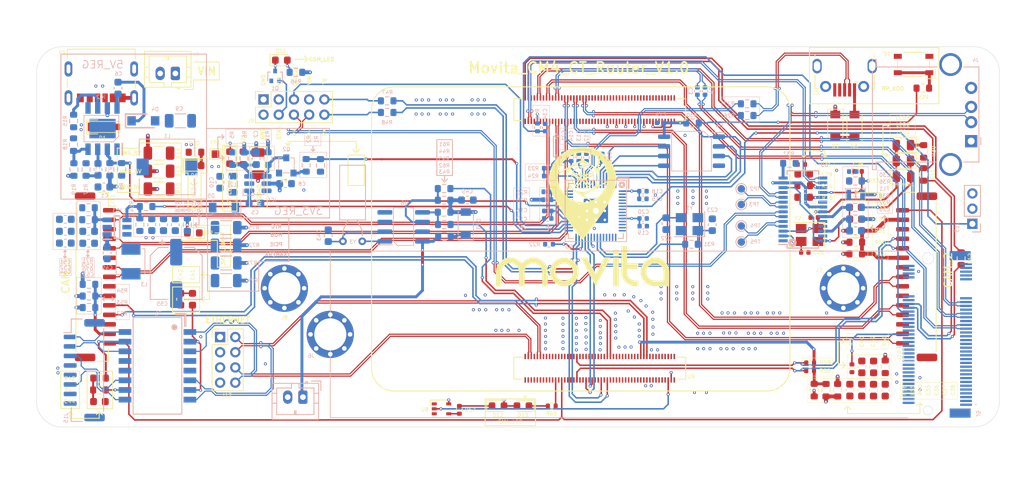
<source format=kicad_pcb>
(kicad_pcb (version 20241229) (generator "pcbnew") (generator_version "9.0")
  (title_block (title "KSS-E") (date "2020-07-13") (rev "REV1") (company "SmartEQ Bilisim"))
  (layers (0 "F.Cu" jumper) (4 "In1.Cu" signal "GND_1") (6 "In2.Cu" power "POWER_1") (8 "In3.Cu" power "POWER_2") (10 "In4.Cu" signal "GND_2") (2 "B.Cu" signal) (13 "F.Paste" user) (15 "B.Paste" user) (5 "F.SilkS" user "F.Silkscreen") (7 "B.SilkS" user "B.Silkscreen") (1 "F.Mask" user) (3 "B.Mask" user) (25 "Edge.Cuts" user))
  (net 0 "")
  (net 1 "Net-(Q2-B)")
  (net 2 "/CM4/GPIO3")
  (net 3 "/CM4/GPIO2")
  (net 4 "/CM4/SCL0")
  (net 5 "/CM4/SDA0")
  (net 6 "VIN")
  (net 7 "/CM4/PCIE_RX_N")
  (net 8 "/CM4/PCIE_RX_P")
  (net 9 "/CM4/PCIE_nRST")
  (net 10 "/CM4/PCIE_CLK_nREQ")
  (net 11 "/CM4/PCIE_CLK_N")
  (net 12 "/CM4/PCIE_CLK_P")
  (net 13 "/CM4/GPIO_VREF")
  (net 14 "/CM4/ID_SC")
  (net 15 "/CM4/ID_SD")
  (net 16 "Net-(IC1-FB)")
  (net 17 "/Power Unit/3.3V")
  (net 18 "Net-(IC1-BS)")
  (net 19 "Net-(IC1-SW)")
  (net 20 "/CM4/+1.8v")
  (net 21 "Net-(IC2-BST)")
  (net 22 "Net-(IC2-SW)")
  (net 23 "/CM4/USB2_N")
  (net 24 "/CM4/USB2_P")
  (net 25 "/CM4/GPIO25")
  (net 26 "/CM4/GPIO24")
  (net 27 "/CM4/GPIO15")
  (net 28 "/CM4/GPIO14")
  (net 29 "/CM4/nPWR_LED")
  (net 30 "Net-(IC2-COMP)")
  (net 31 "Net-(C7-Pad1)")
  (net 32 "Earth")
  (net 33 "/Power Unit/5V")
  (net 34 "/CM4/CAM1_D0_N")
  (net 35 "/CM4/CAM1_D0_P")
  (net 36 "/CM4/CAM1_D1_N")
  (net 37 "/CM4/CAM1_D1_P")
  (net 38 "/CM4/CAM1_C_N")
  (net 39 "/CM4/CAM1_C_P")
  (net 40 "/CM4/CAM0_D0_P")
  (net 41 "/RP2040/MicroUSB_3.3V")
  (net 42 "/CM4/CAM0_D1_N")
  (net 43 "Net-(C23-Pad1)")
  (net 44 "/CM4/CAM0_D1_P")
  (net 45 "/USB_HUB/OVCJ")
  (net 46 "/CM4/CAM0_C_N")
  (net 47 "Net-(U5-XOUT)")
  (net 48 "/CM4/CAM0_C_P")
  (net 49 "Net-(U5-XIN)")
  (net 50 "Net-(U5-VBUSM)")
  (net 51 "/Power Unit/USB_HUB_3V3")
  (net 52 "Net-(U5-VD18)")
  (net 53 "/PCIE /3.3V_PCIE")
  (net 54 "Net-(D6-A)")
  (net 55 "Net-(D7-A)")
  (net 56 "Net-(D8-PadC)")
  (net 57 "/RP2040/Micro")
  (net 58 "Net-(D11-A)")
  (net 59 "Net-(D11-K)")
  (net 60 "Net-(D12-K)")
  (net 61 "Net-(D13-K)")
  (net 62 "Net-(IC1-EN)")
  (net 63 "Net-(IC2-FREQ)")
  (net 64 "Net-(IC2-FB)")
  (net 66 "/USB_HUB/USB_CON_A_D+")
  (net 67 "/USB_HUB/USB_CON_A_D-")
  (net 68 "/CM4/GPIO21")
  (net 69 "Net-(J9-Pin_9)")
  (net 70 "Net-(J9-Pin_10)")
  (net 71 "/GSM/USB_GSM_D+")
  (net 72 "/GSM/GSM_STATUS")
  (net 73 "/GSM/USB_GSM_D-")
  (net 74 "Net-(J10-Pin_10)")
  (net 75 "Net-(J11-Pin_10)")
  (net 76 "/CM4/3V3_KAMERA")
  (net 77 "Net-(U3-RUN)")
  (net 78 "Net-(U3-ADC_AVDD)")
  (net 79 "Net-(U5-~{XRSTJ})")
  (net 80 "Net-(U5-BUSJ)")
  (net 81 "/CM4/CAM_GPIO")
  (net 82 "Net-(U5-REXT)")
  (net 83 "Net-(LED1-Pad2)")
  (net 84 "/USB_HUB/LED1")
  (net 85 "Net-(LED3-Pad1)")
  (net 86 "Net-(D10-Pad1)")
  (net 87 "Net-(R57-Pad2)")
  (net 90 "/CM4/CM4_+3.3v")
  (net 91 "/CM4/PCIE_TX_N")
  (net 92 "/CM4/PCIE_TX_P")
  (net 93 "/CM4/CAM0_D0_N")
  (net 94 "Net-(U6-OSCO)")
  (net 95 "/USB_HUB/DRV1")
  (net 97 "/CM4/HDMI1_SCL")
  (net 98 "/RP2040/XIN")
  (net 99 "/CM4/CAM1_D3_N")
  (net 100 "+1V1")
  (net 101 "/CM4/DSI1_D2_P")
  (net 102 "/CM4/DSI1_D1_N")
  (net 103 "/CM4/HDMI0_D2_P")
  (net 104 "/CM4/HDMI0_D2_N")
  (net 105 "/CM4/HDMI0_D0_P")
  (net 106 "/CM4/TV_OUT")
  (net 107 "/CM4/USBOTG_ID")
  (net 108 "/CM4/DSI1_D2_N")
  (net 109 "/RP2040/USB_RP2040_D+")
  (net 110 "/RP2040/~{USB_BOOT}")
  (net 111 "/RP2040/USB_RP2040_D-")
  (net 112 "VRAW")
  (net 113 "/CM4/HDMI1_D0_N")
  (net 114 "/CM4/DSI1_D0_P")
  (net 115 "/CM4/CM4_PCF_SDA")
  (net 116 "/CM4/CM4_PCF_SCL")
  (net 117 "/CM4/DSI1_C_P")
  (net 118 "/CM4/HDMI1_D1_N")
  (net 119 "/CM4/HDMI1_CEC")
  (net 120 "/RP2040/XOUT")
  (net 121 "ADC_VREF")
  (net 122 "/CM4/HDMI1_SDA")
  (net 123 "/RP2040/USB_D+")
  (net 124 "/RP2040/USB_D-")
  (net 125 "/RP2040/QSPI_SS")
  (net 126 "/RP2040/RUN")
  (net 127 "/CM4/HDMI1_D1_P")
  (net 128 "/RP2040/GPIO27_ADC1")
  (net 129 "/CM4/DSI1_C_N")
  (net 130 "/RP2040/GPIO21")
  (net 131 "/CM4/HDMI1_D2_P")
  (net 132 "/CM4/HDMI1_CK_N")
  (net 133 "/CM4/HDMI0_CK_N")
  (net 134 "/RP2040/GPIO29_ADC3")
  (net 135 "/RP2040/GPIO18")
  (net 136 "/RP2040/QSPI_SD1")
  (net 137 "/RP2040/GPIO26_ADC0")
  (net 138 "/RP2040/GPIO15")
  (net 139 "/RP2040/GPIO12")
  (net 140 "/RP2040/GPIO11")
  (net 141 "/RP2040/GPIO8")
  (net 142 "/RP2040/GPIO5")
  (net 143 "/RP2040/GPIO20")
  (net 144 "/RP2040/GPIO6")
  (net 145 "/RP2040/QSPI_SD2")
  (net 146 "/RP2040/GPIO13")
  (net 147 "/RP2040/GPIO9")
  (net 148 "/RP2040/GPIO0")
  (net 149 "/RP2040/GPIO24")
  (net 150 "/RP2040/QSPI_SD3")
  (net 151 "/RP2040/GPIO4")
  (net 152 "/RP2040/GPIO23")
  (net 153 "/RP2040/GPIO22")
  (net 154 "/RP2040/GPIO19")
  (net 155 "/RP2040/QSPI_SCLK")
  (net 156 "/RP2040/GPIO25")
  (net 157 "/RP2040/QSPI_SD0")
  (net 158 "/RP2040/GPIO1")
  (net 159 "/RP2040/GPIO28_ADC2")
  (net 160 "/RP2040/GPIO14")
  (net 161 "/RP2040/GPIO2")
  (net 162 "/RP2040/GPIO10")
  (net 163 "/RP2040/GPIO7")
  (net 164 "/CM4/DSI1_D0_N")
  (net 166 "Net-(U6-OSCI)")
  (net 168 "/CM4/HDMI1_D2_N")
  (net 169 "/CM4/DSI1_D3_N")
  (net 170 "/CM4/CAM1_D2_N")
  (net 171 "/CM4/HDMI1_CK_P")
  (net 172 "/CM4/HDMI0_CEC")
  (net 173 "/CM4/HDMI0_D1_P")
  (net 174 "/CM4/HDMI1_D0_P")
  (net 175 "/CM4/HDMI0_HOTPLUG")
  (net 176 "/CM4/CAM1_D2_P")
  (net 177 "/CM4/DSI1_D3_P")
  (net 178 "/CM4/DSI1_D1_P")
  (net 179 "/CM4/DSI0_D1_P")
  (net 180 "/CM4/HDMI1_HOTPLUG")
  (net 181 "/CM4/HDMI0_SCL")
  (net 182 "/CM4/DSI0_D0_N")
  (net 183 "/CM4/HDMI0_SDA")
  (net 184 "/CM4/DSI0_D1_N")
  (net 185 "/CM4/DSI0_D0_P")
  (net 186 "/CM4/DSI0_C_N")
  (net 187 "/CM4/HDMI0_CK_P")
  (net 188 "/CM4/HDMI0_D1_N")
  (net 189 "/CM4/HDMI0_D0_N")
  (net 190 "/CM4/DSI0_C_P")
  (net 191 "/CM4/CAM1_D3_P")
  (net 192 "TX_P")
  (net 193 "TX_N")
  (net 194 "RX_P")
  (net 195 "RX_N")
  (net 196 "/USB_HUB/5V_HUB_1")
  (net 197 "/Power Unit/HUB_5V")
  (net 198 "/RP2040/GPIO3")
  (net 199 "/PCIE /+3.3V_PCIE")
  (net 200 "/CM4/+CM4_5V")
  (net 201 "Net-(J2-Pin_1)")
  (net 202 "/Power Unit/RTC_3V3")
  (net 203 "/USB_HUB/USB_DP2_P")
  (net 204 "/USB_HUB/USB_DP2_N")
  (net 205 "/USB_HUB/USB_DP4_P")
  (net 206 "/USB_HUB/USB_DP4_N")
  (net 207 "Net-(J5-P50)")
  (net 208 "Net-(J5-P38)")
  (net 209 "/PCIE /PMIC_32KOUT_SOC")
  (net 243 "/PCIE /PCIE20_TX_N")
  (net 244 "/PCIE /PCIE20_TX_P")
  (net 247 "Net-(C41-Pad2)")
  (net 248 "Net-(T1-CT1)")
  (net 249 "Net-(C44-Pad1)")
  (net 250 "TRD0_P")
  (net 251 "RX0_P")
  (net 252 "TRD0_N")
  (net 253 "RX0_N")
  (net 254 "Net-(T1-CT3)")
  (net 255 "Net-(T1-CT4)")
  (net 260 "/Power Unit/SY8113B_Reg")
  (net 261 "Net-(IC3-BS)")
  (net 262 "Net-(IC3-LX)")
  (net 263 "/Power Unit/REG1_3V3")
  (net 264 "Net-(IC3-FB)")
  (net 265 "Net-(D2-A)")
  (net 266 "Net-(IC3-EN)")
  (net 267 "/PCIE /PCIE20_WAKEn_M2")
  (net 268 "Net-(R11-Pad1)")
  (net 269 "Net-(R60-Pad2)")
  (net 270 "Net-(U9A-PI_nLED_Activity)")
  (net 271 "/CM4/AIN0")
  (net 272 "/CM4/GPIO19")
  (net 273 "/CM4/GPIO8")
  (net 274 "/CM4/SD_CLK")
  (net 275 "/CM4/BT_nDis")
  (net 276 "/CM4/GPIO23")
  (net 277 "/CM4/TRD2_N")
  (net 278 "/CM4/SD_DAT3")
  (net 279 "/CM4/SD_DAT0")
  (net 280 "/CM4/TRD3_P")
  (net 281 "/CM4/GPIO22")
  (net 283 "/CM4/SD_CMD")
  (net 284 "/CM4/GPIO5")
  (net 286 "/CM4/TRD2_P")
  (net 287 "/CM4/SYNC_OUT")
  (net 288 "/CM4/GPIO18")
  (net 289 "/CM4/GPIO10")
  (net 290 "/CM4/EEPROM_nWP")
  (net 291 "/CM4/GPIO4")
  (net 292 "/CM4/AIN1")
  (net 293 "/CM4/GPIO13")
  (net 294 "/CM4/GPIO6")
  (net 297 "/CM4/nRPIBOOT")
  (net 298 "/CM4/GPIO11")
  (net 300 "/CM4/SYNC_IN")
  (net 301 "/CM4/Reserved")
  (net 304 "/CM4/GPIO17")
  (net 305 "/CM4/GPIO16")
  (net 306 "/CM4/TRD3_N")
  (net 307 "/CM4/GPIO27")
  (net 308 "/CM4/GPIO9")
  (net 309 "/CM4/ETH_LEDG")
  (net 310 "/CM4/ETH_LEDY")
  (net 311 "/CM4/GPIO26")
  (net 312 "/CM4/SD_PWR_ON")
  (net 313 "/CM4/nEXTRST")
  (net 314 "/CM4/SD_DAT2")
  (net 315 "/CM4/GPIO7")
  (net 316 "/CM4/GPIO20")
  (net 317 "/CM4/GPIO12")
  (net 318 "/CM4/GLOBAL_EN")
  (net 319 "/CM4/RUN_PG")
  (net 320 "/CM4/WL_nDis")
  (net 321 "/CM4/SD_DAT1")
  (net 322 "Net-(U9B-PCIe_CLK_nREQ)")
  (footprint "Resistor_SMD:R_0603_1608Metric" (layer "F.Cu") (at 130.00203 96.362454)
    (property "Reference" "R20")
    (property "Value" "4.7K")
  )
  (footprint "Resistor_SMD:R_1206_3216Metric" (layer "F.Cu") (at 125.26703 96.482454 180)
    (property "Reference" "R14")
    (property "Value" "10mR")
  )
  (footprint "Resistor_SMD:R_1206_3216Metric" (layer "F.Cu") (at 125.26953 98.852454 180)
    (property "Reference" "R13")
    (property "Value" "10mR")
  )
  (footprint "Resistor_SMD:R_0603_1608Metric" (layer "F.Cu") (at 216.888767 108.20419)
    (property "Reference" "R50")
    (property "Value" "DNP")
  )
  (footprint "Resistor_SMD:R_0603_1608Metric" (layer "F.Cu") (at 230.74203 110.352454 -90)
    (property "Reference" "R12")
    (property "Value" "0R")
  )
  (footprint "Capacitor_SMD:C_0603_1608Metric" (layer "F.Cu") (at 216.838767 103.61419)
    (property "Reference" "C33")
    (property "Value" "10uF")
  )
  (footprint "Resistor_SMD:R_0402_1005Metric" (layer "F.Cu") (at 164.763767 130.23419 -90)
    (property "Reference" "R57")
    (property "Value" "1K")
  )
  (footprint "Footprint Library:JST_1x15-1MP_P1.25mm_Vertical" (layer "F.Cu") (at 116.903767 112.74419 -90)
    (property "Reference" "J11")
    (property "Value" "JST_1x15-1MP_P1.25mm_Vertical" (hide yes))
  )
  (footprint "Resistor_SMD:R_1206_3216Metric" (layer "F.Cu") (at 138.29203 97.862454 -90)
    (property "Reference" "R9")
    (property "Value" "10mR")
  )
  (footprint "LED_SMD:LED_0805_2012Metric" (layer "F.Cu") (at 223.153767 97.49919 180)
    (property "Reference" "LED2")
    (property "Value" "LED Green")
  )
  (footprint "Resistor_SMD:R_0603_1608Metric" (layer "F.Cu") (at 210.04203 100.75419 180)
    (property "Reference" "R34")
    (property "Value" "100K")
  )
  (footprint "Resistor_SMD:R_1206_3216Metric" (layer "F.Cu") (at 125.27453 101.192454 180)
    (property "Reference" "R10")
    (property "Value" "10mR")
  )
  (footprint "Resistor_SMD:R_0402_1005Metric" (layer "F.Cu") (at 210.883767 125.10419 180)
    (property "Reference" "R58")
    (property "Value" "2.2K 1%")
  )
  (footprint "Capacitor_SMD:C_0402_1005Metric" (layer "F.Cu") (at 211.426267 104.94419 180)
    (property "Reference" "C27")
    (property "Value" "27pF")
  )
  (footprint "Connector_PinHeader_2.00mm:PinHeader_2x05_P2.00mm_Vertical" (layer "F.Cu") (at 139.013767 89.42419)
    (property "Reference" "J9")
    (property "Value" "PinHeader_2x05_P2.00mm_Vertical_MALE")
  )
  (footprint "Capacitor_SMD:C_0603_1608Metric" (layer "F.Cu") (at 128.11203 115.687454 -90)
    (property "Reference" "C42")
    (property "Value" "0.01uF")
  )
  (footprint "Capacitor_SMD:C_0402_1005Metric" (layer "F.Cu") (at 209.72203 97.972454 180)
    (property "Reference" "C31")
    (property "Value" "10uF")
  )
  (footprint "Footprint Library:SOT-353_SC-70-5" (layer "F.Cu") (at 162.413767 130.10419)
    (property "Reference" "U8")
    (property "Value" "74LVC1G07SE-7")
  )
  (footprint "TestPoint:TestPoint_Pad_1.0x1.0mm" (layer "F.Cu") (at 132.69203 96.612454 90)
    (property "Reference" "TP1")
    (property "Value" "DNP")
  )
  (footprint "Capacitor_SMD:C_0603_1608Metric" (layer "F.Cu") (at 219.22203 127.647454 -90)
    (property "Reference" "C37")
    (property "Value" "100nF")
  )
  (footprint "Resistor_SMD:R_0603_1608Metric" (layer "F.Cu") (at 216.878767 109.72419)
    (property "Reference" "R49")
    (property "Value" "0R")
  )
  (footprint "Capacitor_SMD:C_0603_1608Metric" (layer "F.Cu") (at 216.11203 127.637454 -90)
    (property "Reference" "C35")
    (property "Value" "100nF")
  )
  (footprint "LED_SMD:LED_0603_1608Metric" (layer "F.Cu") (at 169.846267 129.72419)
    (property "Reference" "D12")
    (property "Value" "LED Red")
  )
  (footprint "Capacitor_SMD:C_0603_1608Metric" (layer "F.Cu") (at 117.43203 129.152454)
    (property "Reference" "C44")
    (property "Value" "1000pF")
  )
  (footprint "Resistor_SMD:R_0603_1608Metric" (layer "F.Cu") (at 216.868767 106.68419)
    (property "Reference" "R51")
    (property "Value" "DNP")
  )
  (footprint "Footprint Library:Micro-B SMD" (layer "F.Cu") (at 215.423767 87.71794 180)
    (property "Reference" "J3")
    (property "Value" "SHOU HAN MICRO XNJ ZB" (hide yes))
  )
  (footprint "Footprint Library:JST_1x15-1MP_P1.25mm_Vertical" (layer "F.Cu") (at 224.893767 112.74419 90)
    (property "Reference" "J10")
    (property "Value" "JST_1x15-1MP_P1.25mm_Vertical" (hide yes))
  )
  (footprint "Footprint Library:Screw Terminal Shinbo" (layer "F.Cu") (at 215.253767 114.24419 180)
    (property "Reference" "J7")
    (property "Value" "M3x*0.5 L=8")
  )
  (footprint "Capacitor_SMD:C_0402_1005Metric" (layer "F.Cu") (at 210.186267 109.53419)
    (property "Reference" "C26")
    (property "Value" "27pF")
  )
  (footprint "LED_SMD:LED_0603_1608Metric" (layer "F.Cu") (at 173.126267 129.72419 180)
    (property "Reference" "D13")
    (property "Value" "LED Red")
  )
  (footprint "Resistor_SMD:R_0402_1005Metric" (layer "F.Cu") (at 210.893767 124.05419 180)
    (property "Reference" "R59")
    (property "Value" "2.2K 1%")
  )
  (footprint "LED_SMD:LED_0603_1608Metric" (layer "F.Cu") (at 130.02203 98.122454)
    (property "Reference" "D6")
    (property "Value" "LED_WHITE")
  )
  (footprint "Footprint Library:SKRPANE010" (layer "F.Cu") (at 224.488767 84.83074 180)
    (property "Reference" "S1")
    (property "Value" "SKRPANE010" (hide yes))
  )
  (footprint "Crystal:Crystal_SMD_3225-4Pin_3.2x2.5mm" (layer "F.Cu") (at 210.806267 107.24419 180)
    (property "Reference" "Y2")
    (property "Value" "CRYSTAL 12MHz")
  )
  (footprint "Resistor_SMD:R_0603_1608Metric" (layer "F.Cu") (at 212.973767 127.65419 90)
    (property "Reference" "R55")
    (property "Value" "0R")
  )
  (footprint "LED_SMD:LED_0805_2012Metric" (layer "F.Cu") (at 223.173767 99.59419)
    (property "Reference" "LED1")
    (property "Value" "LED Green")
  )
  (footprint "Capacitor_SMD:C_0603_1608Metric" (layer "F.Cu") (at 216.868767 105.16419)
    (property "Reference" "C32")
    (property "Value" "100nF")
  )
  (footprint "Resistor_SMD:R_0402_1005Metric" (layer "F.Cu") (at 176.913767 129.72419)
    (property "Reference" "R65")
    (property "Value" "1K")
  )
  (footprint "Footprint Library:Screw Terminal Shinbo" (layer "F.Cu") (at 141.753767 114.24419 180)
    (property "Reference" "J8")
    (property "Value" "M3x*0.5 L=8")
  )
  (footprint "LED_SMD:LED_0603_1608Metric" (layer "F.Cu") (at 134.58203 97.079954 -90)
    (property "Reference" "D7")
    (property "Value" "LED_WHITE")
  )
  (footprint "Footprint Library:TYPE-C 6P(073)" (layer "F.Cu") (at 120.43203 89.217454 180)
    (property "Reference" "P1")
    (property "Value" "TYPE-C 6P(073)")
  )
  (footprint "Resistor_SMD:R_0603_1608Metric" (layer "F.Cu") (at 136.34203 97.102454 -90)
    (property "Reference" "R21")
    (property "Value" "4.7K")
  )
  (footprint "LED_SMD:LED_0603_1608Metric" (layer "F.Cu") (at 129.78203 106.972454 180)
    (property "Reference" "D2")
    (property "Value" "LED_WHITE")
  )
  (footprint "Footprint Library:LOGO_2" (layer "F.Cu") (at 181.503767 106.29419)
    (property "Reference" "G***")
    (property "Value" "LOGO" (hide yes))
  )
  (footprint "Resistor_SMD:R_0603_1608Metric" (layer "F.Cu") (at 214.503767 127.65419 90)
    (property "Reference" "R60")
    (property "Value" "0R")
  )
  (footprint "Resistor_SMD:R_0603_1608Metric" (layer "F.Cu") (at 117.43203 127.622454)
    (property "Reference" "R4")
    (property "Value" "75R")
  )
  (footprint "Footprint Library:SS14" (layer "F.Cu") (at 214.193767 92.90419 -90)
    (property "Reference" "D9")
    (property "Value" "SS14" (hide yes))
  )
  (footprint "Capacitor_SMD:C_0603_1608Metric" (layer "F.Cu") (at 220.76203 127.647454 -90)
    (property "Reference" "C38")
    (property "Value" "100nF")
  )
  (footprint "LED_SMD:LED_0603_1608Metric" (layer "F.Cu") (at 141.353767 84.25419)
    (property "Reference" "D11")
    (property "Value" "LED_WHITE")
  )
  (footprint "Resistor_SMD:R_0603_1608Metric" (layer "F.Cu") (at 216.843767 100.14419 180)
    (property "Reference" "R33")
    (property "Value" "47K")
  )
  (footprint "Resistor_SMD:R_0603_1608Metric" (layer "F.Cu") (at 225.79703 99.282454 -90)
    (property "Reference" "R11")
    (property "Value" "0R")
  )
  (footprint "Connector_PinHeader_2.00mm:PinHeader_2x04_P2.00mm_Vertical" (layer "F.Cu") (at 133.30203 120.662454)
    (property "Reference" "J12")
    (property "Value" "PinHeader_2x04_P2.00mm_Vertical_MALE")
  )
  (footprint "Capacitor_SMD:C_0603_1608Metric" (layer "F.Cu") (at 129.67203 115.692454 90)
    (property "Reference" "C41")
    (property "Value" "0.01uF")
  )
  (footprint "Resistor_SMD:R_0603_1608Metric" (layer "F.Cu") (at 225.813767 96.25419 -90)
    (property "Reference" "R39")
    (property "Value" "470R")
  )
  (footprint "Capacitor_SMD:C_0603_1608Metric" (layer "F.Cu") (at 217.67203 127.637454 -90)
    (property "Reference" "C36")
    (property "Value" "100nF")
  )
  (footprint "Resistor_SMD:R_0603_1608Metric" (layer "F.Cu") (at 220.763767 124.57419 -90)
    (property "Reference" "R40")
    (property "Value" "0R")
  )
  (footprint "LED_SMD:LED_0805_2012Metric" (layer "F.Cu") (at 223.153767 95.42419 180)
    (property "Reference" "LED3")
    (property "Value" "LED Green")
  )
  (footprint "Resistor_SMD:R_0603_1608Metric" (layer "F.Cu") (at 117.45203 126.062454)
    (property "Reference" "R42")
    (property "Value" "75R")
  )
  (footprint "Capacitor_SMD:C_0603_1608Metric" (layer "F.Cu") (at 219.23203 124.592454 90)
    (property "Reference" "C39")
    (property "Value" "100nF")
  )
  (footprint "Connector_JST:JST_PH_B2B-PH-K_1x02_P2.00mm_Vertical" (layer "F.Cu") (at 127.42203 86.002454 180)
    (property "Reference" "J1")
    (property "Value" "JST_PH_B2B-PH-K_1x02_P2.00mm_Vertical")
  )
  (footprint "Footprint Library:MODULE_CM4102008" (layer "F.Cu") (at 180.72203 107.762454 180)
    (property "Reference" "U9")
    (property "Value" "DF40C-100DS-0.4V")
  )
  (footprint "Resistor_SMD:R_0402_1005Metric" (layer "F.Cu") (at 216.38203 124.772454 90)
    (property "Reference" "R3")
    (property "Value" "10K")
  )
  (footprint "Capacitor_SMD:C_0402_1005Metric" (layer "F.Cu") (at 217.193767 98.88419 180)
    (property "Reference" "C28")
    (property "Value" "100nF")
  )
  (footprint "Resistor_SMD:R_0603_1608Metric" (layer "F.Cu") (at 225.703767 87.93764)
    (property "Reference" "R29")
    (property "Value" "1K")
  )
  (footprint "Capacitor_SMD:C_0603_1608Metric" (layer "F.Cu") (at 217.68203 124.587454 90)
    (property "Reference" "C40")
    (property "Value" "100nF")
  )
  (footprint "Capacitor_SMD:C_0603_1608Metric" (layer "F.Cu") (at 210.04203 99.232454)
    (property "Reference" "C29")
    (property "Value" "100nF")
  )
  (footprint "Footprint Library:SS14" (layer "F.Cu") (at 216.721267 92.91419 90)
    (property "Reference" "D8")
    (property "Value" "SS14" (hide yes))
  )
  (footprint "Footprint Library:2SS100LW" (layer "F.Cu") (at 118.008767 93.03419)
    (property "Reference" "D1")
    (property "Value" "2SS100L-W" (hide yes))
  )
  (footprint "Resistor_SMD:R_0603_1608Metric" (layer "F.Cu") (at 211.423767 127.64419 90)
    (property "Reference" "R56")
    (property "Value" "DNP")
  )
  (footprint "Resistor_SMD:R_0603_1608Metric" (layer "F.Cu") (at 210.03203 102.282454 180)
    (property "Reference" "R35")
    (property "Value" "100K")
  )
  (footprint "Capacitor_SMD:C_0603_1608Metric" (layer "B.Cu") (at 198.023767 105.89419 90)
    (property "Reference" "C23")
    (property "Value" "27pF")
  )
  (footprint "Capacitor_SMD:C_0603_1608Metric" (layer "B.Cu") (at 137.893767 103.07669)
    (property "Reference" "C5")
    (property "Value" "100nF")
  )
  (footprint "Capacitor_SMD:C_0402_1005Metric" (layer "B.Cu") (at 181.473767 97.05419 90)
    (property "Reference" "C12")
    (property "Value" "100nF")
  )
  (footprint "Capacitor_SMD:C_0402_1005Metric" (layer "B.Cu") (at 176.381267 105.07669 180)
    (property "Reference" "C17")
    (property "Value" "100nF")
  )
  (footprint "Resistor_SMD:R_0603_1608Metric" (layer "B.Cu") (at 115.678767 98.63619 90)
    (property "Reference" "R17")
    (property "Value" "100K")
  )
  (footprint "Resistor_SMD:R_0603_1608Metric" (layer "B.Cu") (at 202.608767 89.99419 180)
    (property "Reference" "R27")
    (property "Value" "27R")
  )
  (footprint "Capacitor_SMD:C_0603_1608Metric" (layer "B.Cu") (at 112.95203 108.312454)
    (property "Reference" "C54")
    (property "Value" "100nF")
  )
  (footprint "Resistor_SMD:R_0603_1608Metric" (layer "B.Cu") (at 116.063767 115.27419)
    (property "Reference" "R53")
    (property "Value" "DNP")
  )
  (footprint "Capacitor_SMD:C_0402_1005Metric" (layer "B.Cu") (at 183.543767 97.05419 90)
    (property "Reference" "C11")
    (property "Value" "100nF")
  )
  (footprint "Resistor_SMD:R_0402_1005Metric" (layer "B.Cu") (at 175.03203 93.092454 -90)
    (property "Reference" "R41")
    (property "Value" "1K")
  )
  (footprint "Resistor_SMD:R_0603_1608Metric" (layer "B.Cu") (at 162.758767 104.24419 180)
    (property "Reference" "R45")
    (property "Value" "4.7K")
  )
  (footprint "Resistor_SMD:R_0603_1608Metric" (layer "B.Cu") (at 116.063767 116.78419)
    (property "Reference" "R52")
    (property "Value" "0R")
  )
  (footprint "Resistor_SMD:R_0603_1608Metric" (layer "B.Cu") (at 116.063767 113.73419)
    (property "Reference" "R54")
    (property "Value" "DNP")
  )
  (footprint "Capacitor_SMD:C_0603_1608Metric" (layer "B.Cu") (at 117.248767 98.62619 90)
    (property "Reference" "C7")
    (property "Value" "150pF")
  )
  (footprint "Footprint Library:C_1206_3216Metric" (layer "B.Cu") (at 128.08203 92.232454 180)
    (property "Reference" "C9")
    (property "Value" "100uF")
  )
  (footprint "Capacitor_SMD:C_0603_1608Metric" (layer "B.Cu") (at 191.933767 105.75419 -90)
    (property "Reference" "C22")
    (property "Value" "27pF")
  )
  (footprint "Capacitor_SMD:C_0603_1608Metric" (layer "B.Cu") (at 141.913767 100.49419 180)
    (property "Reference" "C8")
    (property "Value" "4.7uF/50V")
  )
  (footprint "Connector_USB:USB_A_Stewart_SS-52100-001_Horizontal" (layer "B.Cu") (at 232.063767 94.90419 90)
    (property "Reference" "J4")
    (property "Value" "USB-A Female SMD connector")
  )
  (footprint "TestPoint:TestPoint_Pad_D1.0mm" (layer "B.Cu") (at 201.833767 108.17419 180)
    (property "Reference" "TP5")
    (property "Value" "DNP")
  )
  (footprint "Resistor_SMD:R_0603_1608Metric" (layer "B.Cu") (at 162.758767 101.14419)
    (property "Reference" "R61")
    (property "Value" "0R")
  )
  (footprint "Capacitor_SMD:C_0402_1005Metric" (layer "B.Cu") (at 188.903767 101.48419)
    (property "Reference" "C18")
    (property "Value" "100nF")
  )
  (footprint "Footprint Library:H1102NL" (layer "B.Cu") (at 125.06703 124.447454 -90)
    (property "Reference" "T1")
    (property "Value" "H1102NL" (hide yes))
  )
  (footprint "Capacitor_SMD:C_0603_1608Metric" (layer "B.Cu") (at 118.02203 100.932454)
    (property "Reference" "C1")
    (property "Value" "10uF")
  )
  (footprint "Capacitor_SMD:C_0603_1608Metric" (layer "B.Cu") (at 116.02203 106.762454 180)
    (property "Reference" "C50")
    (property "Value" "22pF")
  )
  (footprint "Capacitor_SMD:C_0603_1608Metric" (layer "B.Cu") (at 127.41203 105.897454 -90)
    (property "Reference" "C47")
    (property "Value" "10uF")
  )
  (footprint "Crystal:Crystal_AT310_D3.0mm_L10.0mm_Horizontal" (layer "B.Cu") (at 149.453767 108.07419)
    (property "Reference" "Y3")
    (property "Value" "CRYSTAL 32.7680KHZ 12.5PF TH")
  )
  (footprint "Resistor_SMD:R_1206_3216Metric" (layer "B.Cu") (at 134.09953 106.272454)
    (property "Reference" "R75")
    (property "Value" "10mR")
  )
  (footprint "Resistor_SMD:R_0603_1608Metric" (layer "B.Cu") (at 118.808767 98.61619 90)
    (property "Reference" "R7")
    (property "Value" "100K")
  )
  (footprint "Capacitor_SMD:C_0603_1608Metric" (layer "B.Cu") (at 119.88203 87.932454 -90)
    (property "Reference" "C6")
    (property "Value" "100nF")
  )
  (footprint "Capacitor_SMD:C_0402_1005Metric" (layer "B.Cu") (at 180.463767 97.04419 90)
    (property "Reference" "C13")
    (property "Value" "1uF")
  )
  (footprint "Resistor_SMD:R_0603_1608Metric" (layer "B.Cu") (at 116.00203 105.232454)
    (property "Reference" "R70")
    (property "Value" "232K")
  )
  (footprint "Capacitor_SMD:C_0603_1608Metric" (layer "B.Cu") (at 124.32203 105.887454 -90)
    (property "Reference" "C48")
    (property "Value" "10uF")
  )
  (footprint "Resistor_SMD:R_0402_1005Metric" (layer "B.Cu") (at 176.33953 101.564954 180)
    (property "Reference" "R25")
    (property "Value" "1K")
  )
  (footprint "Resistor_SMD:R_0603_1608Metric" (layer "B.Cu") (at 155.273767 91.13419)
    (property "Reference" "R48")
    (property "Value" "DNP")
  )
  (footprint "Footprint Library:SS14" (layer "B.Cu") (at 165.603767 105.72419 90)
    (property "Reference" "D10")
    (property "Value" "SS14" (hide yes))
  )
  (footprint "Resistor_SMD:R_0603_1608Metric" (layer "B.Cu") (at 202.608767 91.53419 180)
    (property "Reference" "R26")
    (property "Value" "27R")
  )
  (footprint "Resistor_SMD:R_0603_1608Metric" (layer "B.Cu") (at 139.603767 97.19669 -90)
    (property "Reference" "R16")
    (property "Value" "10K")
  )
  (footprint "TestPoint:TestPoint_Pad_D1.0mm" (layer "B.Cu") (at 201.833767 103.23419 180)
    (property "Reference" "TP3")
    (property "Value" "DNP")
  )
  (footprint "Footprint Library:JST_1x8_1MP_P1.25mm_Vertical" (layer "B.Cu") (at 113.59203 129.397454 -90)
    (property "Reference" "J15")
    (property "Value" "JST_1x8-1MP_P1.25mm_Vertical")
  )
  (footprint "Footprint Library:CDRH74NP100MCB" (layer "B.Cu") (at 126.323767 98.29419 90)
    (property "Reference" "L1")
    (property "Value" "CDRH74NP-100MC-B" (hide yes))
  )
  (footprint "Capacitor_SMD:C_0402_1005Metric" (layer "B.Cu") (at 188.893767 102.49419)
    (property "Reference" "C15")
    (property "Value" "100nF")
  )
  (footprint "Resistor_SMD:R_1206_3216Metric" (layer "B.Cu") (at 134.09953 110.922454)
    (property "Reference" "R73")
    (property "Value" "10mR")
  )
  (footprint "Capacitor_SMD:C_0402_1005Metric" (layer "B.Cu") (at 191.223767 92.49419 180)
    (property "Reference" "C24")
    (property "Value" "100nF")
  )
  (footprint "Capacitor_SMD:C_0402_1005Metric" (layer "B.Cu") (at 176.391267 104.08669 180)
    (property "Reference" "C16")
    (property "Value" "100nF")
  )
  (footprint "Resistor_SMD:R_0603_1608Metric" (layer "B.Cu") (at 162.798767 107.43419 180)
    (property "Reference" "R43")
    (property "Value" "150R")
  )
  (footprint "Capacitor_SMD:C_0603_1608Metric" (layer "B.Cu") (at 116.02203 108.332454 180)
    (property "Reference" "C53")
    (property "Value" "100nF")
  )
  (footprint "Resistor_SMD:R_0603_1608Metric" (layer "B.Cu") (at 114.078767 98.63619 -90)
    (property "Reference" "R19")
    (property "Value" "210K")
  )
  (footprint "Resistor_SMD:R_0603_1608Metric" (layer "B.Cu") (at 114.04203 92.252454 -90)
    (property "Reference" "R15")
    (property "Value" "200K")
  )
  (footprint "Footprint Library:MMBT2222ALT1G" (layer "B.Cu") (at 142.003767 97.09919 180)
    (property "Reference" "Q2")
    (property "Value" "MMBT2222ALT1G" (hide yes))
  )
  (footprint "Resistor_SMD:R_0603_1608Metric" (layer "B.Cu") (at 123.57203 103.502454 180)
    (property "Reference" "R64")
    (property "Value" "10K")
  )
  (footprint "Capacitor_SMD:C_0402_1005Metric" (layer "B.Cu") (at 188.94203 106.082454)
    (property "Reference" "C19")
    (property "Value" "100nF")
  )
  (footprint "Footprint Library:121992306" (layer "B.Cu") (at 223.833767 120.31419 90)
    (property "Reference" "J5")
    (property "Value" "APCI0079-P002A J8900 M.2 M Key" (hide yes))
    (fp_circle (center 10 2.55) (end 10.75 2.55) (stroke (width 0.05)) (fill no) (layer "Edge.Cuts"))
    (fp_circle (center -10 2.55) (end -9.4 2.55) (stroke (width 0.05)) (fill no) (layer "Edge.Cuts"))
  )
  (footprint "Resistor_SMD:R_0603_1608Metric" (layer "B.Cu") (at 216.848767 105.15419)
    (property "Reference" "R32")
    (property "Value" "10K")
  )
  (footprint "TestPoint:TestPoint_Pad_D1.0mm" (layer "B.Cu") (at 201.833767 101.17419 180)
    (property "Reference" "TP2")
    (property "Value" "DNP")
  )
  (footprint "Resistor_SMD:R_0603_1608Metric" (layer "B.Cu") (at 143.273767 85.85419)
    (property "Reference" "R46")
    (property "Value" "10K")
  )
  (footprint "Resistor_SMD:R_0603_1608Metric" (layer "B.Cu") (at 122.75203 105.887454 90)
    (property "Reference" "R68")
    (property "Value" "DNP")
  )
  (footprint "Package_TO_SOT_SMD:SOT-23-6" (layer "B.Cu") (at 138.273767 100.48669)
    (property "Reference" "IC1")
    (property "Value" "BL9342")
  )
  (footprint "Resistor_SMD:R_0603_1608Metric" (layer "B.Cu") (at 134.933767 97.20669 90)
    (property "Reference" "R5")
    (property "Value" "40.2K")
  )
  (footprint "Capacitor_SMD:C_0603_1608Metric" (layer "B.Cu") (at 125.86203 105.897454 -90)
    (property "Reference" "C46")
    (property "Value" "10uF")
  )
  (footprint "Resistor_SMD:R_0402_1005Metric" (layer "B.Cu") (at 176.553767 108.45419 180)
    (property "Reference" "R22")
    (property "Value" "0R")
  )
  (footprint "Resistor_SMD:R_0603_1608Metric" (layer "B.Cu") (at 195.418767 92.51919)
    (property "Reference" "R30")
    (property "Value" "DNP")
  )
  (footprint "Resistor_SMD:R_0603_1608Metric" (layer "B.Cu") (at 146.503767 98.09419 -90)
    (property "Reference" "R1")
    (property "Value" "10K")
  )
  (footprint "Footprint Library:RP2040-QFN-56" (layer "B.Cu") (at 182.713767 104.07669 180)
    (property "Reference" "U3")
    (property "Value" "RP2040")
  )
  (footprint "Connector_JST:JST_PH_B2B-PH-K_1x02_P2.00mm_Vertical" (layer "B.Cu") (at 144.19203 128.562454 180)
    (property "Reference" "J2")
    (property "Value" "JST_PH_B2B-PH-K_1x02_P2.00mm_Vertical")
  )
  (footprint "Capacitor_SMD:C_0603_1608Metric" (layer "B.Cu") (at 138.053767 97.20669 -90)
    (property "Reference" "C2")
    (property "Value" "33pF")
  )
  (footprint "Resistor_SMD:R_0603_1608Metric" (layer "B.Cu") (at 162.758767 102.67419 180)
    (property "Reference" "R44")
    (property "Value" "4.7K")
  )
  (footprint "Capacitor_SMD:C_0603_1608Metric" (layer "B.Cu") (at 216.848767 106.70419)
    (property "Reference" "C25")
    (property "Value" "100nF")
  )
  (footprint "Resistor_SMD:R_0603_1608Metric" (layer "B.Cu") (at 144.613767 98.08419 -90)
    (property "Reference" "R2")
    (property "Value" "1K")
  )
  (footprint "Footprint Library:Screw Terminal Shinbo" (layer "B.Cu") (at 147.790767 120.31419 180)
    (property "Reference" "J6")
    (property "Value" "M3x*0.5 L=3")
  )
  (footprint "Crystal:Crystal_SMD_3225-4Pin_3.2x2.5mm" (layer "B.Cu") (at 195.023767 105.81419 180)
    (property "Reference" "Y1")
    (property "Value" "CF4012M00020001")
  )
  (footprint "Resistor_SMD:R_0603_1608Metric" (layer "B.Cu") (at 128.99703 105.892454 90)
    (property "Reference" "R69")
    (property "Value" "4.7K")
  )
  (footprint "Resistor_SMD:R_0603_1608Metric" (layer "B.Cu") (at 120.358767 98.61619 -90)
    (property "Reference" "R8")
    (property "Value" "2.2K")
  )
  (footprint "Resistor_SMD:R_0603_1608Metric" (layer "B.Cu") (at 216.838767 103.61419 180)
    (property "Reference" "R38")
    (property "Value" "470R")
  )
  (footprint "Resistor_SMD:R_0402_1005Metric" (layer "B.Cu") (at 176.33203 102.602454)
    (property "Reference" "R28")
    (property "Value" "10K")
  )
  (footprint "Resistor_SMD:R_0603_1608Metric" (layer "B.Cu") (at 114.028767 95.36119 90)
    (property "Reference" "R18")
    (property "Value" "40.2K")
  )
  (footprint "Capacitor_SMD:C_0603_1608Metric" (layer "B.Cu") (at 112.95203 105.182454)
    (property "Reference" "C51")
    (property "Value" "22uF")
  )
  (footprint "Footprint Library:Inductor_0402_4.7uH" (layer "B.Cu") (at 121.46203 109.842454 -90)
    (property "Reference" "L3")
    (property "Value" "HA42-4R7MT" (hide yes))
  )
  (footprint "Resistor_SMD:R_0603_1608Metric" (layer "B.Cu") (at 195.283767 108.46419)
    (property "Reference" "R31")
    (property "Value" "1K")
  )
  (footprint "Resistor_SMD:R_0603_1608Metric" (layer "B.Cu") (at 155.273767 89.60419)
    (property "Reference" "R47")
    (property "Value" "DNP")
  )
  (footprint "Resistor_SMD:R_0603_1608Metric" (layer "B.Cu") (at 162.778767 105.86419)
    (property "Reference" "R62")
    (property "Value" "0R")
  )
  (footprint "Package_SO:SSOP-28_3.9x9.9mm_P0.635mm" (layer "B.Cu") (at 209.933767 103.88169)
    (property "Reference" "U5")
    (property "Value" "FE1.1s")
  )
  (footprint "Resistor_SMD:R_0603_1608Metric" (layer "B.Cu") (at 208.163767 97.81419)
    (property "Reference" "R37")
    (property "Value" "2.7K")
  )
  (footprint "Resistor_SMD:R_1206_3216Metric" (layer "B.Cu") (at 134.09953 113.242454)
    (property "Reference" "R74")
    (property "Value" "10mR")
  )
  (footprint "Package_TO_SOT_SMD:SOT-416" (layer "B.Cu") (at 140.533767 86.33419 90)
    (property "Reference" "Q1")
    (property "Value" "DTC043ZEBTL")
  )
  (footprint "Capacitor_SMD:C_0402_1005Metric" (layer "B.Cu") (at 176.05203 93.122454 90)
    (property "Reference" "C34")
    (property "Value" "100nF")
  )
  (footprint "Connector_PinSocket_2.00mm:PinSocket_1x03_P2.00mm_Vertical" (layer "B.Cu") (at 232.22203 105.782454)
    (property "Reference" "J13")
    (property "Value" "DNP")
  )
  (footprint "Footprint Library:SS14" (layer "B.Cu") (at 133.818767 103.64419 180)
    (property "Reference" "D5")
    (property "Value" "SS14" (hide yes))
  )
  (footprint "Resistor_SMD:R_0402_1005Metric" (layer "B.Cu") (at 176.403767 99.49419)
    (property "Reference" "R24")
    (property "Value" "1R")
  )
  (footprint "Footprint Library:MP1584N" (layer "B.Cu") (at 117.843767 93.25419 90)
    (property "Reference" "IC2")
    (property "Value" "MP1584EN" (hide yes))
  )
  (footprint "Capacitor_SMD:C_0402_1005Metric" (layer "B.Cu") (at 196.06203 88.322454 -90)
    (property "Reference" "C3")
    (property "Value" "100nF")
  )
  (footprint "Capacitor_SMD:CP_Elec_6.3x5.4" (layer "B.Cu") (at 127.53203 112.302454 -90)
    (property "Reference" "C55")
    (property "Value" "220uF")
  )
  (footprint "Capacitor_SMD:C_0603_1608Metric" (layer "B.Cu") (at 118.45203 109.602454 -90)
    (property "Reference" "C49")
    (property "Value" "100nF")
  )
  (footprint "Inductor_SMD:L_0805_2012Metric" (layer "B.Cu") (at 135.023767 100.56669 -90)
    (property "Reference" "L2")
    (property "Value" "LQM21PN2R2MC0D")
  )
  (footprint "Capacitor_SMD:C_0603_1608Metric" (layer "B.Cu") (at 133.283767 100.30419 90)
    (property "Reference" "C10")
    (property "Value" "10uF")
  )
  (footprint "Capacitor_SMD:C_0402_1005Metric" (layer "B.Cu") (at 197.06203 88.322454 -90)
    (property "Reference" "C4")
    (property "Value" "100nF")
  )
  (footprint "TestPoint:TestPoint_Pad_D1.0mm" (layer "B.Cu") (at 201.833767 106.06419 180)
    (property "Reference" "TP4")
    (property "Value" "DNP")
  )
  (footprint "Footprint Library:BLM21BB050SH1D" (layer "B.Cu") (at 216.868767 101.90419 180)
    (property "Reference" "FL1")
    (property "Value" "BLM21BB050SN1D" (hide yes))
  )
  (footprint "Resistor_SMD:R_0603_1608Metric" (layer "B.Cu") (at 136.473767 97.21669 90)
    (property "Reference" "R6")
    (property "Value" "124K")
  )
  (footprint "Capacitor_SMD:C_0402_1005Metric" (layer "B.Cu") (at 178.473767 97.03419 90)
    (property "Reference" "C21")
    (property "Value" "100nF")
  )
  (footprint "Resistor_SMD:R_0603_1608Metric" (layer "B.Cu") (at 216.843767 100.14419 180)
    (property "Reference" "R36")
    (property "Value" "47K")
  )
  (footprint "Package_SO:SOIC-8_3.9x4.9mm_P1.27mm" (layer "B.Cu") (at 157.443767 106.17419)
    (property "Reference" "U6")
    (property "Value" "PCF8563T")
  )
  (footprint "Capacitor_SMD:C_0402_1005Metric" (layer "B.Cu") (at 188.923767 105.07419)
    (property "Reference" "C20")
    (property "Value" "100nF")
  )
  (footprint "Capacitor_SMD:C_0603_1608Metric" (layer "B.Cu") (at 112.95203 106.762454)
    (property "Reference" "C52")
    (property "Value" "22uF")
  )
  (footprint "Footprint Library:SS34FA" (layer "B.Cu") (at 123.21203 92.232454)
    (property "Reference" "D4")
    (property "Value" "SS34FA" (hide yes))
  )
  (footprint "Footprint Library:SY8113B" (layer "B.Cu") (at 119.75203 106.212454)
    (property "Reference" "IC3")
    (property "Value" "SY8113B" (hide yes))
  )
  (footprint "Package_SO:SOIC-8_5.23x5.23mm_P1.27mm" (layer "B.Cu") (at 195.293767 96.22919 180)
    (property "Reference" "U4")
    (property "Value" "W25Q16JVSIQ")
  )
  (footprint "Capacitor_SMD:C_0603_1608Metric" (layer "B.Cu") (at 165.818767 102.65419)
    (property "Reference" "C45")
    (property "Value" "100nF")
  )
  (footprint "Capacitor_SMD:C_0603_1608Metric" (layer "B.Cu") (at 147.523767 107.33419 90)
    (property "Reference" "C43")
    (property "Value" "22pF")
  )
  (footprint "Capacitor_SMD:C_0402_1005Metric" (layer "B.Cu") (at 179.463767 97.05419 90)
    (property "Reference" "C14")
    (property "Value" "1uF")
  )
  (footprint "Resistor_SMD:R_1206_3216Metric" (layer "B.Cu") (at 134.08953 108.582454)
    (property "Reference" "R72")
    (property "Value" "10mR")
  )
  (footprint "Resistor_SMD:R_0402_1005Metric" (layer "B.Cu") (at 176.401267 98.47669 180)
    (property "Reference" "R23")
    (property "Value" "200R")
  )
  (footprint "Resistor_SMD:R_0603_1608Metric" (layer "B.Cu") (at 116.00203 103.662454 180)
    (property "Reference" "R71")
    (property "Value" "51K")
  )
  (footprint "Capacitor_SMD:C_0402_1005Metric" (layer "B.Cu") (at 216.493767 98.90419 180)
    (property "Reference" "C30")
    (property "Value" "10uF")
  )
  (gr_line (start 128.20203 95.142454) (end 128.20203 102.442454) (stroke (width 0.12)) (layer "F.SilkS"))
  (gr_line (start 134.54203 100.372454) (end 135.00203 99.912454) (stroke (width 0.12)) (layer "F.SilkS"))
  (gr_line (start 130.83203 112.492454) (end 131.88203 112.492454) (stroke (width 0.12)) (layer "F.SilkS"))
  (gr_line (start 220.46203 96.742454) (end 221.10203 96.742454) (stroke (width 0.12)) (layer "F.SilkS"))
  (gr_line (start 132.94203 107.962454) (end 128.22203 107.962454) (stroke (width 0.12)) (layer "F.SilkS"))
  (gr_line (start 151.213767 96.44419) (end 151.69203 95.965927) (stroke (width 0.12)) (layer "F.SilkS"))
  (gr_rect (start 221.28203 94.332454) (end 225.08203 100.772454) (stroke (width 0.05)) (fill no) (layer "F.SilkS"))
  (gr_line (start 212.83203 97.032454) (end 212.53203 96.732454) (stroke (width 0.12)) (layer "F.SilkS"))
  (gr_rect (start 212.07203 97.272454) (end 214.05203 102.872454) (stroke (width 0.05)) (fill no) (layer "F.SilkS"))
  (gr_rect (start 168.16203 128.802454) (end 174.78203 132.312454) (stroke (width 0.12)) (fill no) (layer "F.SilkS"))
  (gr_line (start 134.66203 111.482454) (end 132.94203 111.482454) (stroke (width 0.12)) (layer "F.SilkS"))
  (gr_line (start 220.16203 101.682454) (end 220.16203 102.612454) (stroke (width 0.12)) (layer "F.SilkS"))
  (gr_line (start 215.52203 124.362454) (end 214.60203 124.362454) (stroke (width 0.12)) (layer "F.SilkS"))
  (gr_line (start 225.31203 129.322454) (end 225.69203 129.702454) (stroke (width 0.12)) (layer "F.SilkS"))
  (gr_line (start 221.26203 92.852454) (end 221.02203 92.612454) (stroke (width 0.12)) (layer "F.SilkS"))
  (gr_line (start 131.88203 112.492454) (end 131.88203 115.712454) (stroke (width 0.12)) (layer "F.SilkS"))
  (gr_line (start 133.63203 104.112454) (end 135.51203 104.112454) (stroke (width 0.12)) (layer "F.SilkS"))
  (gr_rect (start 222.72203 126.622454) (end 230.22203 128.832454) (stroke (width 0.05)) (fill no) (layer "F.SilkS"))
  (gr_line (start 225.31203 129.322454) (end 224.94203 129.692454) (stroke (width 0.12)) (layer "F.SilkS"))
  (gr_line (start 130.83203 112.492454) (end 131.25203 112.072454) (stroke (width 0.12)) (layer "F.SilkS"))
  (gr_line (start 133.70203 106.972454) (end 132.64203 106.972454) (stroke (width 0.12)) (layer "F.SilkS"))
  (gr_line (start 220.16203 102.612454) (end 220.433176 102.341308) (stroke (width 0.12)) (layer "F.SilkS"))
  (gr_line (start 215.80203 129.732454) (end 215.37203 130.162454) (stroke (width 0.12)) (layer "F.SilkS"))
  (gr_rect (start 137.163767 95.64419) (end 139.49203 103.664069) (stroke (width 0.12)) (fill no) (layer "F.SilkS"))
  (gr_line (start 129.08203 99.082454) (end 128.39203 99.082454) (stroke (width 0.12)) (layer "F.SilkS"))
  (gr_rect (start 209.83203 123.422454) (end 213.77203 125.792454) (stroke (width 0.05)) (fill no) (layer "F.SilkS"))
  (gr_rect (start 208.48203 97.332454) (end 211.63203 103.092454) (stroke (width 0.05)) (fill no) (layer "F.SilkS"))
  (gr_line (start 129.84203 100.812454) (end 130.30203 100.352454) (stroke (width 0.12)) (layer "F.SilkS"))
  (gr_rect (start 210.803767 82.58419) (end 227.803767 89.98419) (stroke (width 0.12)) (fill no) (layer "F.SilkS"))
  (gr_line (start 128.39203 99.082454) (end 128.39203 97.182454) (stroke (width 0.12)) (layer "F.SilkS"))
  (gr_line (start 129.84203 99.892454) (end 129.84203 100.812454) (stroke (width 0.12)) (layer "F.SilkS"))
  (gr_line (start 215.46203 121.212454) (end 215.14203 121.532454) (stroke (width 0.12)) (layer "F.SilkS"))
  (gr_line (start 134.66203 105.972454) (end 134.66203 111.482454) (stroke (width 0.12)) (layer "F.SilkS"))
  (gr_line (start 215.80203 129.732454) (end 216.24203 130.172454) (stroke (width 0.12)) (layer "F.SilkS"))
  (gr_line (start 117.41203 130.482454) (end 117.04203 130.852454) (stroke (width 0.12)) (layer "F.SilkS"))
  (gr_rect (start 215.70203 120.182454) (end 221.16203 122.262454) (stroke (width 0.05)) (fill no) (layer "F.SilkS"))
  (gr_line (start 130.80203 99.082454) (end 130.80203 103.802454) (stroke (width 0.12)) (layer "F.SilkS"))
  (gr_rect (start 150.11203 96.732454) (end 152.26203 100.732454) (stroke (width 0.12)) (fill no) (layer "F.SilkS"))
  (gr_line (start 214.60203 121.212454) (end 215.46203 121.212454) (stroke (width 0.12)) (layer "F.SilkS"))
  (gr_line (start 113.53203 130.472454) (end 113.940006 130.88043) (stroke (width 0.12)) (layer "F.SilkS"))
  (gr_line (start 113.53203 130.472454) (end 113.53203 131.352454) (stroke (width 0.12)) (layer "F.SilkS"))
  (gr_line (start 134.54203 99.452454) (end 134.54203 100.372454) (stroke (width 0.12)) (layer "F.SilkS"))
  (gr_line (start 215.80203 129.732454) (end 215.80203 130.722454) (stroke (width 0.12)) (layer "F.SilkS"))
  (gr_line (start 129.08203 103.802454) (end 129.08203 99.082454) (stroke (width 0.12)) (layer "F.SilkS"))
  (gr_line (start 225.31203 130.722454) (end 225.31203 129.322454) (stroke (width 0.12)) (layer "F.SilkS"))
  (gr_line (start 210.06203 97.032454) (end 210.06203 96.182454) (stroke (width 0.12)) (layer "F.SilkS"))
  (gr_rect (start 215.18203 102.742454) (end 218.48203 110.632454) (stroke (width 0.05)) (fill no) (layer "F.SilkS"))
  (gr_line (start 215.52203 124.362454) (end 215.14203 123.982454) (stroke (width 0.12)) (layer "F.SilkS"))
  (gr_line (start 130.87203 115.712454) (end 131.21203 116.052454) (stroke (width 0.12)) (layer "F.SilkS"))
  (gr_line (start 119.78203 101.662454) (end 119.78203 95.827454) (stroke (width 0.12)) (layer "F.SilkS"))
  (gr_line (start 216.86203 102.412454) (end 216.62203 102.172454) (stroke (width 0.12)) (layer "F.SilkS"))
  (gr_line (start 131.60203 99.082454) (end 130.80203 99.082454) (stroke (width 0.12)) (layer "F.SilkS"))
  (gr_line (start 133.20203 86.862454) (end 129.78203 86.862454) (stroke (width 0.12)) (layer "F.SilkS"))
  (gr_line (start 122.65203 95.832454) (end 122.65203 95.142454) (stroke (width 0.12)) (layer "F.SilkS"))
  (gr_line (start 117.41203 131.352454) (end 117.41203 130.482454) (stroke (width 0.12)) (layer "F.SilkS"))
  (gr_line (start 215.80203 130.722454) (end 225.31203 130.722454) (stroke (width 0.12)) (layer "F.SilkS"))
  (gr_line (start 220.16203 102.612454) (end 219.92203 102.372454) (stroke (width 0.12)) (layer "F.SilkS"))
  (gr_line (start 135.51203 95.432454) (end 133.63203 95.432454) (stroke (width 0.12)) (layer "F.SilkS"))
  (gr_line (start 151.213767 94.93419) (end 142.243767 94.93419) (stroke (width 0.12)) (layer "F.SilkS"))
  (gr_line (start 151.213767 96.44419) (end 151.213767 94.93419) (stroke (width 0.12)) (layer "F.SilkS"))
  (gr_line (start 117.41203 130.482454) (end 117.820006 130.89043) (stroke (width 0.12)) (layer "F.SilkS"))
  (gr_line (start 151.213767 96.44419) (end 150.76203 95.992453) (stroke (width 0.12)) (layer "F.SilkS"))
  (gr_line (start 142.243767 94.93419) (end 142.243767 95.50419) (stroke (width 0.12)) (layer "F.SilkS"))
  (gr_line (start 131.88203 115.712454) (end 130.87203 115.712454) (stroke (width 0.12)) (layer "F.SilkS"))
  (gr_line (start 129.86203 84.492454) (end 133.20203 84.492454) (stroke (width 0.12)) (layer "F.SilkS"))
  (gr_line (start 133.20203 84.492454) (end 133.20203 86.862454) (stroke (width 0.12)) (layer "F.SilkS"))
  (gr_line (start 122.55203 102.442454) (end 122.55203 101.662454) (stroke (width 0.12)) (layer "F.SilkS"))
  (gr_line (start 221.10203 96.742454) (end 220.84203 97.002454) (stroke (width 0.12)) (layer "F.SilkS"))
  (gr_line (start 129.84203 100.812454) (end 129.38203 100.352454) (stroke (width 0.12)) (layer "F.SilkS"))
  (gr_rect (start 210.59203 126.102454) (end 221.61203 129.282454) (stroke (width 0.05)) (fill no) (layer "F.SilkS"))
  (gr_line (start 128.39203 97.182454) (end 131.60203 97.182454) (stroke (width 0.12)) (layer "F.SilkS"))
  (gr_line (start 216.86203 102.412454) (end 216.86203 101.682454) (stroke (width 0.12)) (layer "F.SilkS"))
  (gr_line (start 212.83203 96.182454) (end 212.83203 97.032454) (stroke (width 0.12)) (layer "F.SilkS"))
  (gr_line (start 133.70203 108.052454) (end 133.24203 107.592454) (stroke (width 0.12)) (layer "F.SilkS"))
  (gr_line (start 210.06203 97.032454) (end 210.33203 96.762454) (stroke (width 0.12)) (layer "F.SilkS"))
  (gr_line (start 122.65203 95.142454) (end 128.20203 95.142454) (stroke (width 0.12)) (layer "F.SilkS"))
  (gr_line (start 130.80203 103.802454) (end 129.08203 103.802454) (stroke (width 0.12)) (layer "F.SilkS"))
  (gr_rect (start 112.34203 125.147454) (end 114.83203 130.057454) (stroke (width 0.12)) (fill no) (layer "F.SilkS"))
  (gr_line (start 141.928066 95.188489) (end 142.243767 95.50419) (stroke (width 0.12)) (layer "F.SilkS"))
  (gr_line (start 221.26203 92.852454) (end 220.46203 92.852454) (stroke (width 0.12)) (layer "F.SilkS"))
  (gr_rect (start 221.40203 91.322454) (end 224.70203 94.162454) (stroke (width 0.05)) (fill no) (layer "F.SilkS"))
  (gr_line (start 220.46203 92.852454) (end 220.46203 96.742454) (stroke (width 0.12)) (layer "F.SilkS"))
  (gr_line (start 143.063767 84.13419) (end 144.843767 84.13419) (stroke (width 0.12)) (layer "F.SilkS"))
  (gr_line (start 144.843767 84.13419) (end 144.453767 84.52419) (stroke (width 0.12)) (layer "F.SilkS"))
  (gr_line (start 133.63203 104.012454) (end 133.63203 104.112454) (stroke (width 0.12)) (layer "F.SilkS"))
  (gr_line (start 133.70203 107.132454) (end 133.70203 108.052454) (stroke (width 0.12)) (layer "F.SilkS"))
  (gr_line (start 214.60203 124.362454) (end 214.60203 121.212454) (stroke (width 0.12)) (layer "F.SilkS"))
  (gr_line (start 215.52203 124.362454) (end 215.10203 124.782454) (stroke (width 0.12)) (layer "F.SilkS"))
  (gr_line (start 212.83203 97.032454) (end 213.15203 96.712454) (stroke (width 0.12)) (layer "F.SilkS"))
  (gr_line (start 210.06203 96.182454) (end 212.83203 96.182454) (stroke (width 0.12)) (layer "F.SilkS"))
  (gr_line (start 132.94203 111.482454) (end 132.94203 107.962454) (stroke (width 0.12)) (layer "F.SilkS"))
  (gr_line (start 128.25203 105.972454) (end 134.66203 105.972454) (stroke (width 0.12)) (layer "F.SilkS"))
  (gr_line (start 131.60203 97.182454) (end 131.60203 99.082454) (stroke (width 0.12)) (layer "F.SilkS"))
  (gr_rect (start 127.05203 114.072454) (end 130.61203 117.372454) (stroke (width 0.12)) (fill no) (layer "F.SilkS"))
  (gr_line (start 134.54203 100.372454) (end 134.08203 99.912454) (stroke (width 0.12)) (layer "F.SilkS"))
  (gr_rect (start 219.05203 102.932454) (end 221.13203 110.452454) (stroke (width 0.05)) (fill no) (layer "F.SilkS"))
  (gr_line (start 215.46203 121.212454) (end 215.15203 120.902454) (stroke (width 0.12)) (layer "F.SilkS"))
  (gr_line (start 130.83203 112.492454) (end 131.25203 112.912454) (stroke (width 0.12)) (layer "F.SilkS"))
  (gr_line (start 135.51203 104.112454) (end 135.51203 95.432454) (stroke (width 0.12)) (layer "F.SilkS"))
  (gr_rect (start 115.81703 125.172454) (end 119.16703 130.082454) (stroke (width 0.12)) (fill no) (layer "F.SilkS"))
  (gr_line (start 216.86203 102.412454) (end 217.133176 102.141308) (stroke (width 0.12)) (layer "F.SilkS"))
  (gr_rect (start 127.05203 111.382454) (end 130.61203 113.532454) (stroke (width 0.12)) (fill no) (layer "F.SilkS"))
  (gr_line (start 144.843767 84.13419) (end 144.403767 83.69419) (stroke (width 0.12)) (layer "F.SilkS"))
  (gr_line (start 133.70203 108.052454) (end 134.16203 107.592454) (stroke (width 0.12)) (layer "F.SilkS"))
  (gr_line (start 128.22203 107.962454) (end 128.22203 105.972454) (stroke (width 0.12)) (layer "F.SilkS"))
  (gr_line (start 221.10203 96.742454) (end 220.82203 96.462454) (stroke (width 0.12)) (layer "F.SilkS"))
  (gr_line (start 119.78203 95.832454) (end 122.65203 95.832454) (stroke (width 0.12)) (layer "F.SilkS"))
  (gr_line (start 133.63203 95.452454) (end 133.63203 104.012454) (stroke (width 0.12)) (layer "F.SilkS"))
  (gr_line (start 210.06203 97.032454) (end 209.80203 96.772454) (stroke (width 0.12)) (layer "F.SilkS"))
  (gr_line (start 133.70203 107.132454) (end 133.70203 106.972454) (stroke (width 0.12)) (layer "F.SilkS"))
  (gr_line (start 113.53203 130.472454) (end 113.16203 130.842454) (stroke (width 0.12)) (layer "F.SilkS"))
  (gr_line (start 128.20203 102.442454) (end 122.55203 102.442454) (stroke (width 0.12)) (layer "F.SilkS"))
  (gr_line (start 142.243767 95.50419) (end 142.593767 95.15419) (stroke (width 0.12)) (layer "F.SilkS"))
  (gr_line (start 221.26203 92.852454) (end 221.02203 93.092454) (stroke (width 0.12)) (layer "F.SilkS"))
  (gr_line (start 122.55203 101.662454) (end 119.79203 101.662454) (stroke (width 0.12)) (layer "F.SilkS"))
  (gr_line (start 130.87203 115.712454) (end 131.19203 115.392454) (stroke (width 0.12)) (layer "F.SilkS"))
  (gr_rect (start 215.761292 122.981716) (end 221.61203 126.102454) (stroke (width 0.05)) (fill no) (layer "F.SilkS"))
  (gr_line (start 113.53203 131.352454) (end 117.41203 131.352454) (stroke (width 0.12)) (layer "F.SilkS"))
  (gr_line (start 216.86203 101.682454) (end 220.16203 101.682454) (stroke (width 0.12)) (layer "F.SilkS"))
  (gr_rect (start 199.274548 89.082454) (end 204.23951 92.422454) (stroke (width 0.05)) (fill no) (layer "B.SilkS"))
  (gr_rect (start 121.96203 104.342454) (end 129.80203 107.452454) (stroke (width 0.05)) (fill no) (layer "B.SilkS"))
  (gr_line (start 133.83203 97.122454) (end 133.55203 97.402454) (stroke (width 0.12)) (layer "B.SilkS"))
  (gr_line (start 173.01203 106.042454) (end 173.41203 106.442454) (stroke (width 0.12)) (layer "B.SilkS"))
  (gr_line (start 133.83203 97.122454) (end 133.54203 96.832454) (stroke (width 0.12)) (layer "B.SilkS"))
  (gr_rect (start 134.07203 95.592454) (end 140.43203 98.742454) (stroke (width 0.05)) (fill no) (layer "B.SilkS"))
  (gr_line (start 177.72203 96.952454) (end 177.47203 97.202454) (stroke (width 0.12)) (layer "B.SilkS"))
  (gr_rect (start 127.41203 102.752454) (end 131.00203 104.312454) (stroke (width 0.05)) (fill no) (layer "B.SilkS"))
  (gr_line (start 115.91203 109.292454) (end 116.09203 109.472454) (stroke (width 0.12)) (layer "B.SilkS"))
  (gr_line (start 176.46203 105.992454) (end 176.74203 106.272454) (stroke (width 0.12)) (layer "B.SilkS"))
  (gr_line (start 119.36203 115.652454) (end 119.10203 115.912454) (stroke (width 0.12)) (layer "B.SilkS"))
  (gr_line (start 112.73203 110.062454) (end 112.91203 110.242454) (stroke (width 0.12)) (layer "B.SilkS"))
  (gr_line (start 133.00203 94.362454) (end 133.81203 94.362454) (stroke (width 0.12)) (layer "B.SilkS"))
  (gr_rect (start 219.72203 98.732454) (end 221.72203 104.397415) (stroke (width 0.05)) (fill no) (layer "B.SilkS"))
  (gr_line (start 142.33203 110.732454) (end 138.38203 110.732454) (stroke (width 0.12)) (layer "B.SilkS"))
  (gr_line (start 117.83203 115.652454) (end 119.36203 115.652454) (stroke (width 0.12)) (layer "B.SilkS"))
  (gr_line (start 130.53203 105.892454) (end 130.53203 104.502454) (stroke (width 0.12)) (layer "B.SilkS"))
  (gr_line (start 177.13203 94.252454) (end 177.13203 96.952454) (stroke (width 0.12)) (layer "B.SilkS"))
  (gr_rect (start 112.20203 110.329954) (end 113.74203 112.574954) (stroke (width 0.05)) (fill no) (layer "B.SilkS"))
  (gr_line (start 173.01203 106.742454) (end 176.46203 106.742454) (stroke (width 0.12)) (layer "B.SilkS"))
  (gr_line (start 218.81203 106.332454) (end 219.154694 106.675118) (stroke (width 0.12)) (layer "B.SilkS"))
  (gr_rect (start 177.91955 96.029973) (end 182.024511 98.059972) (stroke (width 0.05)) (fill no) (layer "B.SilkS"))
  (gr_line (start 177.72203 96.952454) (end 177.46203 96.692454) (stroke (width 0.12)) (layer "B.SilkS"))
  (gr_line (start 173.01203 106.042454) (end 172.60203 106.452454) (stroke (width 0.12)) (layer "B.SilkS"))
  (gr_line (start 112.37203 83.46419) (end 124.573767 83.46419) (stroke (width 0.12)) (layer "B.SilkS"))
  (gr_line (start 130.53203 104.502454) (end 130.30203 104.732454) (stroke (width 0.12)) (layer "B.SilkS"))
  (gr_rect (start 215.17203 98.282454) (end 218.55203 107.587415) (stroke (width 0.05)) (fill no) (layer "B.SilkS"))
  (gr_line (start 145.51203 96.222454) (end 145.76203 95.972454) (stroke (width 0.12)) (layer "B.SilkS"))
  (gr_rect (start 119.53703 113.712454) (end 121.38703 118.372454) (stroke (width 0.05)) (fill no) (layer "B.SilkS"))
  (gr_line (start 115.73203 109.912454) (end 115.91203 110.092454) (stroke (width 0.12)) (layer "B.SilkS"))
  (gr_line (start 162.828767 100.26419) (end 163.193767 99.89919) (stroke (width 0.12)) (layer "B.SilkS"))
  (gr_line (start 133.81203 94.362454) (end 133.50203 94.052454) (stroke (width 0.12)) (layer "B.SilkS"))
  (gr_rect (start 171.92203 101.027493) (end 174.02203 105.792454) (stroke (width 0.05)) (fill no) (layer "B.SilkS"))
  (gr_line (start 142.33203 105.002454) (end 142.33203 110.732454) (stroke (width 0.12)) (layer "B.SilkS"))
  (gr_line (start 115.91203 109.292454) (end 115.91203 110.082454) (stroke (width 0.12)) (layer "B.SilkS"))
  (gr_line (start 117.83203 115.652454) (end 118.09203 115.912454) (stroke (width 0.12)) (layer "B.SilkS"))
  (gr_rect (start 114.44203 112.832454) (end 117.68203 117.642454) (stroke (width 0.05)) (fill no) (layer "B.SilkS"))
  (gr_line (start 177.75203 94.252454) (end 177.42203 93.922454) (stroke (width 0.12)) (layer "B.SilkS"))
  (gr_line (start 220.68203 106.332454) (end 218.81203 106.332454) (stroke (width 0.12)) (layer "B.SilkS"))
  (gr_rect (start 144.43203 93.822454) (end 146.55203 95.502454) (stroke (width 0.05)) (fill no) (layer "B.SilkS"))
  (gr_line (start 220.68203 104.702454) (end 220.339366 105.045118) (stroke (width 0.12)) (layer "B.SilkS"))
  (gr_line (start 131.513767 83.46419) (end 131.513767 93.862454) (stroke (width 0.12)) (layer "B.SilkS"))
  (gr_line (start 129.93703 105.897454) (end 130.20703 105.627454) (stroke (width 0.12)) (layer "B.SilkS"))
  (gr_rect (start 173.40955 97.899973) (end 177.464511 100.079973) (stroke (width 0.05)) (fill no) (layer "B.SilkS"))
  (gr_line (start 147.70203 93.232454) (end 147.70203 105.002454) (stroke (width 0.12)) (layer "B.SilkS"))
  (gr_rect (start 111.33203 104.382454) (end 114.48203 109.162454) (stroke (width 0.05)) (fill no) (layer "B.SilkS"))
  (gr_line (start 133.83203 97.122454) (end 133.00203 97.122454) (stroke (width 0.12)) (layer "B.SilkS"))
  (gr_line (start 124.58203 83.46419) (end 131.51203 83.46419) (stroke (width 0.12)) (layer "B.SilkS"))
  (gr_line (start 131.65203 114.632454) (end 138.38203 114.632454) (stroke (width 0.12)) (layer "B.SilkS"))
  (gr_rect (start 177.95955 93.199973) (end 181.924511 95.299973) (stroke (width 0.05)) (fill no) (layer "B.SilkS"))
  (gr_line (start 115.91203 109.292454) (end 115.72203 109.482454) (stroke (width 0.12)) (layer "B.SilkS"))
  (gr_line (start 145.51203 95.592454) (end 145.51203 96.222454) (stroke (width 0.12)) (layer "B.SilkS"))
  (gr_line (start 117.83203 115.652454) (end 118.09203 115.392454) (stroke (width 0.12)) (layer "B.SilkS"))
  (gr_line (start 177.75203 94.252454) (end 177.13203 94.252454) (stroke (width 0.12)) (layer "B.SilkS"))
  (gr_line (start 112.91203 109.272454) (end 112.72203 109.462454) (stroke (width 0.12)) (layer "B.SilkS"))
  (gr_line (start 133.44703 93.232454) (end 147.705293 93.232454) (stroke (width 0.12)) (layer "B.SilkS"))
  (gr_line (start 138.38203 110.732454) (end 138.38203 114.632454) (stroke (width 0.12)) (layer "B.SilkS"))
  (gr_line (start 133.44703 93.232454) (end 131.51703 93.232454) (stroke (width 0.12)) (layer "B.SilkS"))
  (gr_line (start 112.37203 102.532454) (end 112.37203 83.482454) (stroke (width 0.12)) (layer "B.SilkS"))
  (gr_rect (start 114.48203 102.852454) (end 117.55203 109.162454) (stroke (width 0.05)) (fill no) (layer "B.SilkS"))
  (gr_line (start 112.91203 109.272454) (end 113.09203 109.452454) (stroke (width 0.12)) (layer "B.SilkS"))
  (gr_line (start 162.828767 100.26419) (end 162.433767 99.86919) (stroke (width 0.12)) (layer "B.SilkS"))
  (gr_rect (start 175.33203 100.987493) (end 177.43203 105.752454) (stroke (width 0.05)) (fill no) (layer "B.SilkS"))
  (gr_line (start 176.46203 105.992454) (end 176.18203 106.272454) (stroke (width 0.12)) (layer "B.SilkS"))
  (gr_rect (start 115.15203 110.199954) (end 116.77203 112.83099) (stroke (width 0.05)) (fill no) (layer "B.SilkS"))
  (gr_line (start 131.513767 93.872454) (end 131.513767 105.002454) (stroke (width 0.12)) (layer "B.SilkS"))
  (gr_line (start 131.65203 114.632454) (end 131.65203 105.002454) (stroke (width 0.12)) (layer "B.SilkS"))
  (gr_line (start 147.70203 105.002454) (end 131.513767 105.002454) (stroke (width 0.12)) (layer "B.SilkS"))
  (gr_line (start 130.53203 104.502454) (end 130.78203 104.752454) (stroke (width 0.12)) (layer "B.SilkS"))
  (gr_line (start 220.68203 104.702454) (end 221.03203 105.052454) (stroke (width 0.12)) (layer "B.SilkS"))
  (gr_line (start 145.51203 96.222454) (end 145.26203 95.972454) (stroke (width 0.12)) (layer "B.SilkS"))
  (gr_rect (start 161.803767 94.70419) (end 163.853767 99.42419) (stroke (width 0.12)) (fill no) (layer "B.SilkS"))
  (gr_line (start 218.81203 106.332454) (end 219.16203 105.982454) (stroke (width 0.12)) (layer "B.SilkS"))
  (gr_line (start 112.91203 110.242454) (end 113.09203 110.062454) (stroke (width 0.12)) (layer "B.SilkS"))
  (gr_rect (start 134.06203 93.352454) (end 140.03203 95.202454) (stroke (width 0.05)) (fill no) (layer "B.SilkS"))
  (gr_line (start 131.65203 105.002454) (end 142.33203 105.002454) (stroke (width 0.12)) (layer "B.SilkS"))
  (gr_line (start 112.91203 109.272454) (end 112.91203 110.212454) (stroke (width 0.12)) (layer "B.SilkS"))
  (gr_line (start 220.68203 104.702454) (end 220.68203 106.332454) (stroke (width 0.12)) (layer "B.SilkS"))
  (gr_rect (start 143.76703 96.362454) (end 147.33703 99.692454) (stroke (width 0.05)) (fill no) (layer "B.SilkS"))
  (gr_line (start 177.75203 94.252454) (end 177.44203 94.562454) (stroke (width 0.12)) (layer "B.SilkS"))
  (gr_line (start 133.81203 94.362454) (end 133.52203 94.652454) (stroke (width 0.12)) (layer "B.SilkS"))
  (gr_line (start 162.828767 99.42419) (end 162.828767 100.26419) (stroke (width 0.12)) (layer "B.SilkS"))
  (gr_line (start 133.00203 97.122454) (end 133.00203 94.362454) (stroke (width 0.12)) (layer "B.SilkS"))
  (gr_line (start 129.93703 105.897454) (end 130.22703 106.187454) (stroke (width 0.12)) (layer "B.SilkS"))
  (gr_line (start 177.13203 96.952454) (end 177.72203 96.952454) (stroke (width 0.12)) (layer "B.SilkS"))
  (gr_line (start 173.01203 106.042454) (end 173.01203 106.742454) (stroke (width 0.12)) (layer "B.SilkS"))
  (gr_rect (start 174.422029 90.184973) (end 176.602029 94.239934) (stroke (width 0.05)) (fill no) (layer "B.SilkS"))
  (gr_line (start 129.93703 105.897454) (end 130.53203 105.897454) (stroke (width 0.12)) (layer "B.SilkS"))
  (gr_line (start 115.91203 110.092454) (end 116.09203 109.912454) (stroke (width 0.12)) (layer "B.SilkS"))
  (gr_line (start 131.51203 102.532454) (end 112.37203 102.532454) (stroke (width 0.12)) (layer "B.SilkS"))
  (gr_line (start 176.46203 106.742454) (end 176.46203 105.992454) (stroke (width 0.12)) (layer "B.SilkS"))
  (gr_line (start 119.36203 115.652454) (end 119.10203 115.392454) (stroke (width 0.12)) (layer "B.SilkS"))
  (gr_arc (start 109.173767 85.834191) (mid 110.15203 83.472454) (end 112.513767 82.49419) (stroke (width 0.05)) (layer "Edge.Cuts"))
  (gr_line (start 112.513767 132.49419) (end 232.433561 132.494104) (stroke (width 0.05)) (layer "Edge.Cuts"))
  (gr_line (start 232.443644 82.494186) (end 112.513767 82.49419) (stroke (width 0.05)) (layer "Edge.Cuts"))
  (gr_arc (start 112.513767 132.49419) (mid 110.15203 131.515927) (end 109.173766 129.15419) (stroke (width 0.05)) (layer "Edge.Cuts"))
  (gr_line (start 109.173767 85.834191) (end 109.173766 129.15419) (stroke (width 0.05)) (layer "Edge.Cuts"))
  (gr_arc (start 232.443644 82.494186) (mid 234.800388 83.474517) (end 235.773659 85.834185) (stroke (width 0.05)) (layer "Edge.Cuts"))
  (gr_line (start 235.77356 129.164089) (end 235.773659 85.834185) (stroke (width 0.05)) (layer "Edge.Cuts"))
  (gr_arc (start 235.77356 129.164089) (mid 234.793229 131.520833) (end 232.433561 132.494104) (stroke (width 0.05)) (layer "Edge.Cuts"))
  (gr_text "D-" (at 145.293767 94.30419 90) (layer "F.SilkS") (effects (font (size 0.5 0.5) (thickness 0.1) (bold yes)) (justify left bottom)))
  (gr_text "VIN" (at 141.363767 87.66419 90) (layer "F.SilkS") (effects (font (size 0.5 0.5) (thickness 0.1) (bold yes)) (justify left bottom)))
  (gr_text "D+" (at 143.313767 94.32419 90) (layer "F.SilkS") (effects (font (size 0.5 0.5) (thickness 0.1) (bold yes)) (justify left bottom)))
  (gr_text "3V3 LED" (at 134.00203 111.302454 90) (layer "F.SilkS") (effects (font (size 0.5 0.5) (thickness 0.1) (bold yes)) (justify left bottom)))
  (gr_text "GPIO21\n" (at 143.503767 87.79419 90) (layer "F.SilkS") (effects (font (size 0.5 0.5) (thickness 0.1) (bold yes)) (justify left bottom)))
  (gr_text "3.3V LED" (at 134.81203 104.012454 90) (layer "F.SilkS") (effects (font (size 0.5 0.5) (thickness 0.1) (bold yes)) (justify left bottom)))
  (gr_text "Movita_CM4_CT_Router_V1.0" (at 165.79203 86.082454 0) (layer "F.SilkS") (effects (font (size 1.4 1.4) (thickness 0.22)) (justify left bottom)))
  (gr_text "GND" (at 139.163767 94.73419 90) (layer "F.SilkS") (effects (font (size 0.5 0.5) (thickness 0.1) (bold yes)) (justify left bottom)))
  (gr_text "CAM_2" (at 229.623767 114.33419 90) (layer "F.SilkS") (effects (font (size 1 1)) (justify left bottom)))
  (gr_text "VIN" (at 145.353767 87.58419 90) (layer "F.SilkS") (effects (font (size 0.5 0.5) (thickness 0.1) (bold yes)) (justify left bottom)))
  (gr_text "VIN" (at 130.22203 86.262454 0) (layer "F.SilkS") (effects (font (size 1 1) (thickness 0.2) (bold yes)) (justify left bottom)))
  (gr_text "CM4_5V" (at 119.998698 96.776454 0) (layer "F.SilkS") (effects (font (size 0.5 0.5) (thickness 0.1) (bold yes)) (justify left bottom)))
  (gr_text "HUB_5V" (at 120.06203 99.182454 0) (layer "F.SilkS") (effects (font (size 0.5 0.5) (thickness 0.1) (bold yes)) (justify left bottom)))
  (gr_text "TX" (at 147.373767 87.56419 90) (layer "F.SilkS") (effects (font (size 0.5 0.5) (thickness 0.1) (bold yes)) (justify left bottom)))
  (gr_text "RP_KOD" (at 220.253767 88.28419 0) (layer "F.SilkS") (effects (font (size 0.5 0.5) (thickness 0.1) (bold yes)) (justify left bottom)))
  (gr_text "REG_5V" (at 120.03203 101.212454 0) (layer "F.SilkS") (effects (font (size 0.5 0.5) (thickness 0.1) (bold yes)) (justify left bottom)))
  (gr_text "ETHERNET" (at 131.27203 118.882454 0) (layer "F.SilkS") (effects (font (size 0.8 0.8)) (justify left bottom)))
  (gr_text "GSM_LED" (at 144.943767 84.43419 0) (layer "F.SilkS") (effects (font (size 0.5 0.5) (thickness 0.1) (bold yes)) (justify left bottom)))
  (gr_text "STAT" (at 141.333767 94.76419 90) (layer "F.SilkS") (effects (font (size 0.5 0.5) (thickness 0.1) (bold yes)) (justify left bottom)))
  (gr_text "GND" (at 139.283767 87.71419 90) (layer "F.SilkS") (effects (font (size 0.5 0.5) (thickness 0.1) (bold yes)) (justify left bottom)))
  (gr_text "CM4_LED" (at 169.78203 132.092454 0) (layer "F.SilkS") (effects (font (size 0.5 0.5) (thickness 0.05)) (justify left bottom)))
  (gr_text "CAM_1" (at 113.573767 115.05419 90) (layer "F.SilkS") (effects (font (size 1 1)) (justify left bottom)))
  (gr_text "RX" (at 147.323767 94.31419 90) (layer "F.SilkS") (effects (font (size 0.5 0.5) (thickness 0.1) (bold yes)) (justify left bottom)))
  (gr_text "RP2040" (at 138.73203 103.522454 90) (layer "F.SilkS") (effects (font (size 0.5 0.5) (thickness 0.1) (bold yes)) (justify left bottom)))
  (gr_text "5V LED" (at 130.14203 103.622454 90) (layer "F.SilkS") (effects (font (size 0.5 0.5) (thickness 0.1) (bold yes)) (justify left bottom)))
  (gr_text "KAMERA" (at 142.167268 110.087216 0) (layer "B.SilkS") (effects (font (size 0.5 0.5) (thickness 0.1) (bold yes)) (justify left bottom mirror)))
  (gr_text "5V_REG" (at 120.66203 85.422454 0) (layer "B.SilkS") (effects (font (size 1 1) (thickness 0.1)) (justify left bottom mirror)))
  (gr_text "RTC" (at 141.447268 106.407216 0) (layer "B.SilkS") (effects (font (size 0.5 0.5) (thickness 0.1) (bold yes)) (justify left bottom mirror)))
  (gr_text "3V3_REG" (at 146.90203 104.672454 0) (layer "B.SilkS") (effects (font (size 1 1) (thickness 0.1)) (justify left bottom mirror)))
  (gr_text "HUB" (at 141.534792 107.515692 0) (layer "B.SilkS") (effects (font (size 0.5 0.5) (thickness 0.1) (bold yes)) (justify left bottom mirror)))
  (gr_text "PCIE" (at 141.57203 108.782454 0) (layer "B.SilkS") (effects (font (size 0.5 0.5) (thickness 0.1) (bold yes)) (justify left bottom mirror)))
  (segment (start 144.613767 98.90919) (end 143.898767 98.90919) (width 0.381) (layer "B.Cu") (net 1))
  (segment (start 143.898767 98.90919) (end 143.708767 99.09919) (width 0.381) (layer "B.Cu") (net 1))
  (segment (start 143.708767 99.09919) (end 142.953767 99.09919) (width 0.381) (layer "B.Cu") (net 1))
  (segment (start 171.878081 114.92419) (end 174.498081 117.54419) (width 0.2) (layer "F.Cu") (net 2))
  (segment (start 183.243767 117.54419) (end 184.22203 118.522453) (width 0.2) (layer "F.Cu") (net 2))
  (segment (start 169.378081 114.92419) (end 171.878081 114.92419) (width 0.2) (layer "F.Cu") (net 2))
  (segment (start 167.783767 113.329876) (end 169.378081 114.92419) (width 0.2) (layer "F.Cu") (net 2))
  (segment (start 184.22203 118.522453) (end 184.22203 123.222454) (width 0.2) (layer "F.Cu") (net 2))
  (segment (start 174.498081 117.54419) (end 183.243767 117.54419) (width 0.2) (layer "F.Cu") (net 2))
  (segment (start 167.783767 112.841935) (end 167.783767 113.329876) (width 0.2) (layer "F.Cu") (net 2))
  (via (at 167.783767 112.841935) (size 0.4) (drill 0.2) (layers "F.Cu" "B.Cu") (net 2))
  (segment (start 168.053767 101.14419) (end 163.583767 101.14419) (width 0.2) (layer "B.Cu") (net 2))
  (segment (start 168.863767 110.361297) (end 168.863767 101.95419) (width 0.2) (layer "B.Cu") (net 2))
  (segment (start 167.783767 111.441297) (end 168.863767 110.361297) (width 0.2) (layer "B.Cu") (net 2))
  (segment (start 167.783767 112.841935) (end 167.783767 111.441297) (width 0.2) (layer "B.Cu") (net 2))
  (segment (start 168.863767 101.95419) (end 168.053767 101.14419) (width 0.2) (layer "B.Cu") (net 2))
  (segment (start 184.62203 118.172453) (end 184.62203 123.222454) (width 0.2) (layer "F.Cu") (net 3))
  (segment (start 169.543767 114.52419) (end 172.043767 114.52419) (width 0.2) (layer "F.Cu") (net 3))
  (segment (start 168.283767 110.23419) (end 168.283767 113.26419) (width 0.2) (layer "F.Cu") (net 3))
  (segment (start 172.043767 114.52419) (end 174.663767 117.14419) (width 0.2) (layer "F.Cu") (net 3))
  (segment (start 174.663767 117.14419) (end 183.593767 117.14419) (width 0.2) (layer "F.Cu") (net 3))
  (segment (start 183.593767 117.14419) (end 184.62203 118.172453) (width 0.2) (layer "F.Cu") (net 3))
  (segment (start 168.283767 113.26419) (end 169.543767 114.52419) (width 0.2) (layer "F.Cu") (net 3))
  (via (at 168.283767 110.23419) (size 0.4) (drill 0.2) (layers "F.Cu" "B.Cu") (net 3))
  (segment (start 168.283767 106.86419) (end 167.283767 105.86419) (width 0.2) (layer "B.Cu") (net 3))
  (segment (start 167.283767 105.86419) (end 163.603767 105.86419) (width 0.2) (layer "B.Cu") (net 3))
  (segment (start 168.283767 110.23419) (end 168.283767 106.86419) (width 0.2) (layer "B.Cu") (net 3))
  (segment (start 175.073767 116.26419) (end 187.088081 116.26419) (width 0.2) (layer "F.Cu") (net 4))
  (segment (start 187.088081 116.26419) (end 189.023767 118.199876) (width 0.2) (layer "F.Cu") (net 4))
  (segment (start 189.023767 118.199876) (end 189.023767 122.370717) (width 0.2) (layer "F.Cu") (net 4))
  (segment (start 189.023767 122.370717) (end 189.02203 122.372454) (width 0.2) (layer "F.Cu") (net 4))
  (segment (start 121.92203 117.262454) (end 121.153766 116.49419) (width 0.2) (layer "F.Cu") (net 4))
  (segment (start 121.153766 116.49419) (end 118.753767 116.49419) (width 0.2) (layer "F.Cu") (net 4))
  (segment (start 174.873767 116.46419) (end 175.073767 116.26419) (width 0.2) (layer "F.Cu") (net 4))
  (segment (start 189.02203 122.372454) (end 189.02203 123.222454) (width 0.2) (layer "F.Cu") (net 4))
  (segment (start 121.92203 117.832454) (end 121.92203 117.262454) (width 0.2) (layer "F.Cu") (net 4))
  (via (at 121.92203 117.832454) (size 0.4) (drill 0.2) (layers "F.Cu" "B.Cu") (net 4))
  (via (at 174.873767 116.46419) (size 0.4) (drill 0.2) (layers "F.Cu" "B.Cu") (net 4))
  (segment (start 165.44203 110.522454) (end 166.55203 111.632454) (width 0.2) (layer "B.Cu") (net 4))
  (segment (start 166.55203 115.36814) (end 167.44808 116.26419) (width 0.2) (layer "B.Cu") (net 4))
  (segment (start 137.83203 112.002454) (end 139.31203 110.522454) (width 0.2) (layer "B.Cu") (net 4))
  (segment (start 167.44808 116.26419) (end 174.673767 116.26419) (width 0.2) (layer "B.Cu") (net 4))
  (segment (start 166.55203 111.632454) (end 166.55203 115.36814) (width 0.2) (layer "B.Cu") (net 4))
  (segment (start 136.71203 117.832454) (end 137.83203 116.712454) (width 0.2) (layer "B.Cu") (net 4))
  (segment (start 139.31203 110.522454) (end 165.44203 110.522454) (width 0.2) (layer "B.Cu") (net 4))
  (segment (start 137.83203 116.712454) (end 137.83203 112.002454) (width 0.2) (layer "B.Cu") (net 4))
  (segment (start 174.673767 116.26419) (end 174.873767 116.46419) (width 0.2) (layer "B.Cu") (net 4))
  (segment (start 121.92203 117.832454) (end 136.71203 117.832454) (width 0.2) (layer "B.Cu") (net 4))
  (segment (start 175.083767 115.86419) (end 187.253767 115.86419) (width 0.2) (layer "F.Cu") (net 5))
  (segment (start 120.44203 117.74419) (end 118.753767 117.74419) (width 0.2) (layer "F.Cu") (net 5))
  (segment (start 189.423767 122.572454) (end 189.42203 122.572454) (width 0.2) (layer "F.Cu") (net 5))
  (segment (start 189.423767 118.03419) (end 189.423767 122.572454) (width 0.2) (layer "F.Cu") (net 5))
  (segment (start 189.42203 122.572454) (end 189.42203 123.222454) (width 0.2) (layer "F.Cu") (net 5))
  (segment (start 174.893767 115.67419) (end 175.083767 115.86419) (width 0.2) (layer "F.Cu") (net 5))
  (segment (start 187.253767 115.86419) (end 189.423767 118.03419) (width 0.2) (layer "F.Cu") (net 5))
  (via (at 120.44203 117.74419) (size 0.4) (drill 0.2) (layers "F.Cu" "B.Cu") (net 5))
  (via (at 174.893767 115.67419) (size 0.4) (drill 0.2) (layers "F.Cu" "B.Cu") (net 5))
  (segment (start 137.37203 116.432454) (end 137.37203 111.872454) (width 0.2) (layer "B.Cu") (net 5))
  (segment (start 137.37203 111.872454) (end 139.12203 110.122454) (width 0.2) (layer "B.Cu") (net 5))
  (segment (start 174.703767 115.86419) (end 174.893767 115.67419) (width 0.2) (layer "B.Cu") (net 5))
  (segment (start 120.853766 117.332454) (end 136.47203 117.332454) (width 0.2) (layer "B.Cu") (net 5))
  (segment (start 165.67203 110.122454) (end 166.95203 111.402454) (width 0.2) (layer "B.Cu") (net 5))
  (segment (start 167.613766 115.86419) (end 174.703767 115.86419) (width 0.2) (layer "B.Cu") (net 5))
  (segment (start 166.95203 111.402454) (end 166.95203 115.202454) (width 0.2) (layer "B.Cu") (net 5))
  (segment (start 166.95203 115.202454) (end 167.613766 115.86419) (width 0.2) (layer "B.Cu") (net 5))
  (segment (start 139.12203 110.122454) (end 165.67203 110.122454) (width 0.2) (layer "B.Cu") (net 5))
  (segment (start 120.44203 117.74419) (end 120.853766 117.332454) (width 0.2) (layer "B.Cu") (net 5))
  (segment (start 136.47203 117.332454) (end 137.37203 116.432454) (width 0.2) (layer "B.Cu") (net 5))
  (via (at 115.06203 92.762454) (size 0.4) (drill 0.2) (layers "F.Cu" "B.Cu") (net 6))
  (via (at 174.26203 102.602454) (size 0.4) (drill 0.2) (layers "F.Cu" "B.Cu") (net 6))
  (via (at 139.593767 94.93419) (size 0.4) (drill 0.2) (layers "F.Cu" "B.Cu") (net 6))
  (via (at 141.138767 101.38419) (size 0.4) (drill 0.2) (layers "F.Cu" "B.Cu") (net 6))
  (via (at 118.483767 91.502454) (size 0.4) (drill 0.2) (layers "F.Cu" "B.Cu") (net 6))
  (via (at 145.133767 85.85419) (size 0.4) (drill 0.2) (layers "F.Cu" "B.Cu") (net 6))
  (via (at 115.033767 93.39419) (size 0.4) (drill 0.2) (layers "F.Cu" "B.Cu") (net 6))
  (via (at 119.683767 100.88419) (size 0.4) (drill 0.2) (layers "F.Cu" "B.Cu") (net 6))
  (segment (start 174.26203 102.602454) (end 175.82203 102.602454) (width 0.508) (layer "B.Cu") (net 6))
  (segment (start 119.673767 100.87419) (end 119.683767 100.88419) (width 0.508) (layer "B.Cu") (net 6))
  (segment (start 145.133767 85.85419) (end 144.098767 85.85419) (width 0.508) (layer "B.Cu") (net 6))
  (segment (start 139.411267 100.48669) (end 141.131267 100.48669) (width 0.508) (layer "B.Cu") (net 6))
  (segment (start 118.813767 100.87419) (end 118.808767 100.86919) (width 0.508) (layer "B.Cu") (net 6))
  (segment (start 141.131267 100.48669) (end 141.138767 100.49419) (width 0.508) (layer "B.Cu") (net 6))
  (segment (start 118.483767 90.54719) (end 118.478767 90.54219) (width 0.508) (layer "B.Cu") (net 6))
  (segment (start 139.593767 94.93419) (end 139.603767 94.94419) (width 0.508) (layer "B.Cu") (net 6))
  (segment (start 139.603767 94.94419) (end 139.603767 96.37169) (width 0.508) (layer "B.Cu") (net 6))
  (segment (start 141.138767 101.38419) (end 141.138767 100.49419) (width 0.508) (layer "B.Cu") (net 6))
  (segment (start 118.808767 100.86919) (end 118.808767 99.44119) (width 0.508) (layer "B.Cu") (net 6))
  (segment (start 118.813767 100.87419) (end 119.673767 100.87419) (width 0.508) (layer "B.Cu") (net 6))
  (segment (start 118.483767 91.502454) (end 118.483767 90.54719) (width 0.508) (layer "B.Cu") (net 6))
  (segment (start 201.405901 97.15389) (end 194.35233 90.100319) (width 0.1524) (layer "F.Cu") (net 7))
  (segment (start 212.433767 97.27769) (end 212.309967 97.15389) (width 0.1524) (layer "F.Cu") (net 7))
  (segment (start 176.56173 87.59032) (end 176.56173 88.637153) (width 0.1524) (layer "F.Cu") (net 7))
  (segment (start 193.684164 87.132154) (end 177.019896 87.132154) (width 0.1524) (layer "F.Cu") (net 7))
  (segment (start 194.35233 87.80032) (end 193.684164 87.132154) (width 0.1524) (layer "F.Cu") (net 7))
  (segment (start 176.56173 88.637153) (end 176.62203 88.697453) (width 0.1524) (layer "F.Cu") (net 7))
  (segment (start 176.62203 88.697453) (end 176.62203 89.222454) (width 0.1524) (layer "F.Cu") (net 7))
  (segment (start 212.309967 97.15389) (end 201.405901 97.15389) (width 0.1524) (layer "F.Cu") (net 7))
  (segment (start 177.019896 87.132154) (end 176.56173 87.59032) (width 0.1524) (layer "F.Cu") (net 7))
  (segment (start 194.35233 90.100319) (end 194.35233 87.80032) (width 0.1524) (layer "F.Cu") (net 7))
  (via (at 212.433767 97.27769) (size 0.4) (drill 0.2) (layers "F.Cu" "B.Cu") (net 7))
  (segment (start 225.844067 111.699622) (end 225.844067 118.142056) (width 0.1524) (layer "B.Cu") (net 7))
  (segment (start 227.155901 119.45389) (end 230.110966 119.45389) (width 0.1524) (layer "B.Cu") (net 7))
  (segment (start 230.221266 119.56419) (end 231.383767 119.56419) (width 0.1524) (layer "B.Cu") (net 7))
  (segment (start 230.110966 119.45389) (end 230.221266 119.56419) (width 0.1524) (layer "B.Cu") (net 7))
  (segment (start 212.557567 97.15389) (end 220.195901 97.15389) (width 0.1524) (layer "B.Cu") (net 7))
  (segment (start 220.195901 97.15389) (end 223.044067 100.002056) (width 0.1524) (layer "B.Cu") (net 7))
  (segment (start 225.844067 118.142056) (end 227.155901 119.45389) (width 0.1524) (layer "B.Cu") (net 7))
  (segment (start 223.044067 108.899622) (end 225.844067 111.699622) (width 0.1524) (layer "B.Cu") (net 7))
  (segment (start 223.044067 100.002056) (end 223.044067 108.899622) (width 0.1524) (layer "B.Cu") (net 7))
  (segment (start 212.433767 97.27769) (end 212.557567 97.15389) (width 0.1524) (layer "B.Cu") (net 7))
  (segment (start 212.309967 96.87449) (end 201.521633 96.87449) (width 0.1524) (layer "F.Cu") (net 8))
  (segment (start 194.63173 89.984587) (end 194.63173 87.684588) (width 0.1524) (layer "F.Cu") (net 8))
  (segment (start 193.799896 86.852754) (end 176.904164 86.852754) (width 0.1524) (layer "F.Cu") (net 8))
  (segment (start 176.904164 86.852754) (end 176.28233 87.474588) (width 0.1524) (layer "F.Cu") (net 8))
  (segment (start 194.63173 87.684588) (end 193.799896 86.852754) (width 0.1524) (layer "F.Cu") (net 8))
  (segment (start 176.28233 87.474588) (end 176.28233 88.637153) (width 0.1524) (layer "F.Cu") (net 8))
  (segment (start 212.433767 96.75069) (end 212.309967 96.87449) (width 0.1524) (layer "F.Cu") (net 8))
  (segment (start 201.521633 96.87449) (end 194.63173 89.984587) (width 0.1524) (layer "F.Cu") (net 8))
  (segment (start 176.28233 88.637153) (end 176.22203 88.697453) (width 0.1524) (layer "F.Cu") (net 8))
  (segment (start 176.22203 88.697453) (end 176.22203 89.222454) (width 0.1524) (layer "F.Cu") (net 8))
  (via (at 212.433767 96.75069) (size 0.4) (drill 0.2) (layers "F.Cu" "B.Cu") (net 8))
  (segment (start 223.323467 108.78389) (end 226.123467 111.58389) (width 0.1524) (layer "B.Cu") (net 8))
  (segment (start 230.221266 119.06419) (end 231.383767 119.06419) (width 0.1524) (layer "B.Cu") (net 8))
  (segment (start 226.123467 111.58389) (end 226.123467 118.026324) (width 0.1524) (layer "B.Cu") (net 8))
  (segment (start 227.271633 119.17449) (end 230.110966 119.17449) (width 0.1524) (layer "B.Cu") (net 8))
  (segment (start 230.110966 119.17449) (end 230.221266 119.06419) (width 0.1524) (layer "B.Cu") (net 8))
  (segment (start 212.433767 96.75069) (end 212.557567 96.87449) (width 0.1524) (layer "B.Cu") (net 8))
  (segment (start 220.311633 96.87449) (end 223.323467 99.886324) (width 0.1524) (layer "B.Cu") (net 8))
  (segment (start 223.323467 99.886324) (end 223.323467 108.78389) (width 0.1524) (layer "B.Cu") (net 8))
  (segment (start 226.123467 118.026324) (end 227.271633 119.17449) (width 0.1524) (layer "B.Cu") (net 8))
  (segment (start 212.557567 96.87449) (end 220.311633 96.87449) (width 0.1524) (layer "B.Cu") (net 8))
  (segment (start 175.02203 92.302454) (end 175.02203 91.342454) (width 0.2) (layer "F.Cu") (net 9))
  (via (at 175.02203 91.342454) (size 0.4) (drill 0.2) (layers "F.Cu" "B.Cu") (net 9))
  (segment (start 175.02203 91.342454) (end 175.023767 91.344191) (width 0.2) (layer "B.Cu") (net 9))
  (segment (start 175.023767 91.344191) (end 175.023767 92.570717) (width 0.2) (layer "B.Cu") (net 9))
  (segment (start 229.85203 112.067454) (end 230.74203 111.177454) (width 0.2) (layer "F.Cu") (net 10))
  (segment (start 229.85203 120.329203) (end 229.85203 112.067454) (width 0.2) (layer "F.Cu") (net 10))
  (segment (start 229.592896 120.588337) (end 229.85203 120.329203) (width 0.2) (layer "F.Cu") (net 10))
  (via (at 229.592896 120.588337) (size 0.4) (drill 0.2) (layers "F.Cu" "B.Cu") (net 10))
  (segment (start 224.858767 116.81419) (end 223.833767 116.81419) (width 0.2) (layer "B.Cu") (net 10))
  (segment (start 226.302031 120.882454) (end 225.03203 119.612453) (width 0.2) (layer "B.Cu") (net 10))
  (segment (start 229.592896 120.588337) (end 229.298779 120.882454) (width 0.2) (layer "B.Cu") (net 10))
  (segment (start 225.03203 119.612453) (end 225.03203 116.987453) (width 0.2) (layer "B.Cu") (net 10))
  (segment (start 225.03203 116.987453) (end 224.858767 116.81419) (width 0.2) (layer "B.Cu") (net 10))
  (segment (start 229.298779 120.882454) (end 226.302031 120.882454) (width 0.2) (layer "B.Cu") (net 10))
  (segment (start 212.239967 94.84389) (end 202.3459 94.84389) (width 0.1524) (layer "F.Cu") (net 11))
  (segment (start 196.324164 85.682154) (end 176.119896 85.682154) (width 0.1524) (layer "F.Cu") (net 11))
  (segment (start 197.97233 87.33032) (end 196.324164 85.682154) (width 0.1524) (layer "F.Cu") (net 11))
  (segment (start 175.42203 88.697453) (end 175.42203 89.222454) (width 0.1524) (layer "F.Cu") (net 11))
  (segment (start 175.36173 88.637153) (end 175.42203 88.697453) (width 0.1524) (layer "F.Cu") (net 11))
  (segment (start 212.363767 94.96769) (end 212.239967 94.84389) (width 0.1524) (layer "F.Cu") (net 11))
  (segment (start 197.97233 90.47032) (end 197.97233 87.33032) (width 0.1524) (layer "F.Cu") (net 11))
  (segment (start 175.36173 86.44032) (end 175.36173 88.637153) (width 0.1524) (layer "F.Cu") (net 11))
  (segment (start 176.119896 85.682154) (end 175.36173 86.44032) (width 0.1524) (layer "F.Cu") (net 11))
  (segment (start 202.3459 94.84389) (end 197.97233 90.47032) (width 0.1524) (layer "F.Cu") (net 11))
  (via (at 212.363767 94.96769) (size 0.4) (drill 0.2) (layers "F.Cu" "B.Cu") (net 11))
  (segment (start 225.274067 98.452056) (end 221.665901 94.84389) (width 0.1524) (layer "B.Cu") (net 11))
  (segment (start 229.125901 116.45389) (end 228.434067 115.762056) (width 0.1524) (layer "B.Cu") (net 11))
  (segment (start 212.487567 94.84389) (end 212.363767 94.96769) (width 0.1524) (layer "B.Cu") (net 11))
  (segment (start 230.110966 116.45389) (end 229.125901 116.45389) (width 0.1524) (layer "B.Cu") (net 11))
  (segment (start 231.383767 116.56419) (end 230.221266 116.56419) (width 0.1524) (layer "B.Cu") (net 11))
  (segment (start 230.221266 116.56419) (end 230.110966 116.45389) (width 0.1524) (layer "B.Cu") (net 11))
  (segment (start 228.434067 109.122056) (end 225.274067 105.962056) (width 0.1524) (layer "B.Cu") (net 11))
  (segment (start 228.434067 115.762056) (end 228.434067 109.122056) (width 0.1524) (layer "B.Cu") (net 11))
  (segment (start 225.274067 105.962056) (end 225.274067 98.452056) (width 0.1524) (layer "B.Cu") (net 11))
  (segment (start 221.665901 94.84389) (end 212.487567 94.84389) (width 0.1524) (layer "B.Cu") (net 11))
  (segment (start 198.25173 90.354588) (end 198.25173 87.214588) (width 0.1524) (layer "F.Cu") (net 12))
  (segment (start 212.363767 94.44069) (end 212.239967 94.56449) (width 0.1524) (layer "F.Cu") (net 12))
  (segment (start 196.439896 85.402754) (end 176.004164 85.402754) (width 0.1524) (layer "F.Cu") (net 12))
  (segment (start 198.25173 87.214588) (end 196.439896 85.402754) (width 0.1524) (layer "F.Cu") (net 12))
  (segment (start 176.004164 85.402754) (end 175.08233 86.324588) (width 0.1524) (layer "F.Cu") (net 12))
  (segment (start 212.239967 94.56449) (end 202.461632 94.56449) (width 0.1524) (layer "F.Cu") (net 12))
  (segment (start 175.08233 88.637153) (end 175.02203 88.697453) (width 0.1524) (layer "F.Cu") (net 12))
  (segment (start 175.02203 88.697453) (end 175.02203 89.222454) (width 0.1524) (layer "F.Cu") (net 12))
  (segment (start 175.08233 86.324588) (end 175.08233 88.637153) (width 0.1524) (layer "F.Cu") (net 12))
  (segment (start 202.461632 94.56449) (end 198.25173 90.354588) (width 0.1524) (layer "F.Cu") (net 12))
  (via (at 212.363767 94.44069) (size 0.4) (drill 0.2) (layers "F.Cu" "B.Cu") (net 12))
  (segment (start 225.553467 105.846324) (end 225.553467 98.336324) (width 0.1524) (layer "B.Cu") (net 12))
  (segment (start 212.487567 94.56449) (end 212.363767 94.44069) (width 0.1524) (layer "B.Cu") (net 12))
  (segment (start 230.110966 116.17449) (end 229.241633 116.17449) (width 0.1524) (layer "B.Cu") (net 12))
  (segment (start 230.221266 116.06419) (end 230.110966 116.17449) (width 0.1524) (layer "B.Cu") (net 12))
  (segment (start 229.241633 116.17449) (end 228.713467 115.646324) (width 0.1524) (layer "B.Cu") (net 12))
  (segment (start 228.713467 115.646324) (end 228.713467 109.006324) (width 0.1524) (layer "B.Cu") (net 12))
  (segment (start 225.553467 98.336324) (end 221.781633 94.56449) (width 0.1524) (layer "B.Cu") (net 12))
  (segment (start 231.383767 116.06419) (end 230.221266 116.06419) (width 0.1524) (layer "B.Cu") (net 12))
  (segment (start 221.781633 94.56449) (end 212.487567 94.56449) (width 0.1524) (layer "B.Cu") (net 12))
  (segment (start 228.713467 109.006324) (end 225.553467 105.846324) (width 0.1524) (layer "B.Cu") (net 12))
  (segment (start 211.353767 122.24419) (end 211.403767 122.29419) (width 0.381) (layer "F.Cu") (net 13))
  (segment (start 211.403767 122.29419) (end 211.403767 124.05419) (width 0.381) (layer "F.Cu") (net 13))
  (segment (start 188.62203 121.492453) (end 188.62203 123.222454) (width 0.2) (layer "F.Cu") (net 13))
  (segment (start 211.393767 124.06419) (end 211.403767 124.05419) (width 0.381) (layer "F.Cu") (net 13))
  (segment (start 211.423767 126.81919) (end 212.963767 126.81919) (width 0.381) (layer "F.Cu") (net 13))
  (segment (start 211.393767 125.10419) (end 211.393767 124.06419) (width 0.381) (layer "F.Cu") (net 13))
  (segment (start 212.963767 126.81919) (end 212.973767 126.82919) (width 0.381) (layer "F.Cu") (net 13))
  (segment (start 211.423767 126.81919) (end 211.423767 125.13419) (width 0.381) (layer "F.Cu") (net 13))
  (segment (start 211.423767 125.13419) (end 211.393767 125.10419) (width 0.381) (layer "F.Cu") (net 13))
  (segment (start 188.463767 121.33419) (end 188.62203 121.492453) (width 0.2) (layer "F.Cu") (net 13))
  (via (at 188.463767 121.33419) (size 0.4) (drill 0.2) (layers "F.Cu" "B.Cu") (net 13))
  (via (at 211.353767 122.24419) (size 0.4) (drill 0.2) (layers "F.Cu" "B.Cu") (net 13))
  (segment (start 210.443767 121.33419) (end 188.463767 121.33419) (width 0.381) (layer "B.Cu") (net 13))
  (segment (start 211.353767 122.24419) (end 210.443767 121.33419) (width 0.381) (layer "B.Cu") (net 13))
  (segment (start 180.22203 125.255927) (end 180.22203 126.302454) (width 0.2) (layer "F.Cu") (net 14))
  (segment (start 208.863767 125.09419) (end 210.363767 125.09419) (width 0.2) (layer "F.Cu") (net 14))
  (segment (start 208.543767 124.77419) (end 180.703767 124.77419) (width 0.2) (layer "F.Cu") (net 14))
  (segment (start 180.703767 124.77419) (end 180.22203 125.255927) (width 0.2) (layer "F.Cu") (net 14))
  (segment (start 221.813767 108.99419) (end 223.043767 108.99419) (width 0.2) (layer "F.Cu") (net 14))
  (segment (start 208.863767 125.09419) (end 208.543767 124.77419) (width 0.2) (layer "F.Cu") (net 14))
  (segment (start 210.363767 125.09419) (end 210.373767 125.10419) (width 0.2) (layer "F.Cu") (net 14))
  (via (at 221.813767 108.99419) (size 0.4) (drill 0.2) (layers "F.Cu" "B.Cu") (net 14))
  (via (at 208.863767 125.09419) (size 0.4) (drill 0.2) (layers "F.Cu" "B.Cu") (net 14))
  (segment (start 209.573767 125.09419) (end 209.893767 124.77419) (width 0.2) (layer "B.Cu") (net 14))
  (segment (start 214.693767 124.01419) (end 214.693767 119.58419) (width 0.2) (layer "B.Cu") (net 14))
  (segment (start 219.563767 118.62419) (end 220.333767 117.85419) (width 0.2) (layer "B.Cu") (net 14))
  (segment (start 220.333767 117.85419) (end 220.333767 109.09419) (width 0.2) (layer "B.Cu") (net 14))
  (segment (start 214.693767 119.58419) (end 215.653767 118.62419) (width 0.2) (layer "B.Cu") (net 14))
  (segment (start 209.893767 124.77419) (end 213.933767 124.77419) (width 0.2) (layer "B.Cu") (net 14))
  (segment (start 220.333767 109.09419) (end 220.843767 108.58419) (width 0.2) (layer "B.Cu") (net 14))
  (segment (start 208.863767 125.09419) (end 209.573767 125.09419) (width 0.2) (layer "B.Cu") (net 14))
  (segment (start 221.403767 108.58419) (end 221.813767 108.99419) (width 0.2) (layer "B.Cu") (net 14))
  (segment (start 215.653767 118.62419) (end 219.563767 118.62419) (width 0.2) (layer "B.Cu") (net 14))
  (segment (start 220.843767 108.58419) (end 221.403767 108.58419) (width 0.2) (layer "B.Cu") (net 14))
  (segment (start 213.933767 124.77419) (end 214.693767 124.01419) (width 0.2) (layer "B.Cu") (net 14))
  (segment (start 221.823767 107.74419) (end 223.043767 107.74419) (width 0.2) (layer "F.Cu") (net 15))
  (segment (start 208.843767 124.05419) (end 208.523767 124.37419) (width 0.2) (layer "F.Cu") (net 15))
  (segment (start 180.22203 123.952453) (end 180.22203 123.222454) (width 0.2) (layer "F.Cu") (net 15))
  (segment (start 208.843767 124.05419) (end 210.383767 124.05419) (width 0.2) (layer "F.Cu") (net 15))
  (segment (start 221.813767 107.73419) (end 221.823767 107.74419) (width 0.2) (layer "F.Cu") (net 15))
  (segment (start 208.523767 124.37419) (end 180.643767 124.37419) (width 0.2) (layer "F.Cu") (net 15))
  (segment (start 180.643767 124.37419) (end 180.22203 123.952453) (width 0.2) (layer "F.Cu") (net 15))
  (via (at 208.843767 124.05419) (size 0.4) (drill 0.2) (layers "F.Cu" "B.Cu") (net 15))
  (via (at 221.813767 107.73419) (size 0.4) (drill 0.2) (layers "F.Cu" "B.Cu") (net 15))
  (segment (start 215.488082 118.22419) (end 219.398081 118.22419) (width 0.2) (layer "B.Cu") (net 15))
  (segment (start 219.398081 118.22419) (end 219.933767 117.688504) (width 0.2) (layer "B.Cu") (net 15))
  (segment (start 219.933767 117.688504) (end 219.933767 108.928504) (width 0.2) (layer "B.Cu") (net 15))
  (segment (start 209.543767 124.05419) (end 209.863767 124.37419) (width 0.2) (layer "B.Cu") (net 15))
  (segment (start 208.843767 124.05419) (end 209.543767 124.05419) (width 0.2) (layer "B.Cu") (net 15))
  (segment (start 221.413767 108.13419) (end 221.813767 107.73419) (width 0.2) (layer "B.Cu") (net 15))
  (segment (start 220.728081 108.13419) (end 221.413767 108.13419) (width 0.2) (layer "B.Cu") (net 15))
  (segment (start 214.293767 123.83419) (end 214.293767 119.418504) (width 0.2) (layer "B.Cu") (net 15))
  (segment (start 214.293767 119.418504) (end 215.488082 118.22419) (width 0.2) (layer "B.Cu") (net 15))
  (segment (start 213.753767 124.37419) (end 214.293767 123.83419) (width 0.2) (layer "B.Cu") (net 15))
  (segment (start 209.863767 124.37419) (end 213.753767 124.37419) (width 0.2) (layer "B.Cu") (net 15))
  (segment (start 219.933767 108.928504) (end 220.728081 108.13419) (width 0.2) (layer "B.Cu") (net 15))
  (segment (start 134.933767 98.03169) (end 136.463767 98.03169) (width 0.381) (layer "B.Cu") (net 16))
  (segment (start 136.473767 98.38419) (end 136.473767 98.04169) (width 0.381) (layer "B.Cu") (net 16))
  (segment (start 137.136267 99.53669) (end 137.136267 99.04669) (width 0.381) (layer "B.Cu") (net 16))
  (segment (start 137.136267 99.04669) (end 136.473767 98.38419) (width 0.381) (layer "B.Cu") (net 16))
  (segment (start 136.473767 98.04169) (end 137.993767 98.04169) (width 0.381) (layer "B.Cu") (net 16))
  (segment (start 136.463767 98.03169) (end 136.473767 98.04169) (width 0.381) (layer "B.Cu") (net 16))
  (segment (start 137.993767 98.04169) (end 138.053767 97.98169) (width 0.381) (layer "B.Cu") (net 16))
  (via (at 132.223767 98.25419) (size 0.4) (drill 0.2) (layers "F.Cu" "B.Cu") (net 17))
  (via (at 133.103767 98.24419) (size 0.4) (drill 0.2) (layers "F.Cu" "B.Cu") (net 17))
  (via (at 138.053767 95.16419) (size 0.4) (drill 0.2) (layers "F.Cu" "B.Cu") (net 17))
  (via (at 136.473767 95.23419) (size 0.4) (drill 0.2) (layers "F.Cu" "B.Cu") (net 17))
  (segment (start 136.473767 96.39169) (end 138.013767 96.39169) (width 0.508) (layer "B.Cu") (net 17))
  (segment (start 136.473767 95.23419) (end 136.473767 96.39169) (width 0.508) (layer "B.Cu") (net 17))
  (segment (start 138.013767 96.39169) (end 138.053767 96.43169) (width 0.508) (layer "B.Cu") (net 17))
  (segment (start 138.053767 95.16419) (end 138.053767 96.43169) (width 0.508) (layer "B.Cu") (net 17))
  (segment (start 137.136267 101.43669) (end 137.136267 103.05919) (width 0.508) (layer "B.Cu") (net 18))
  (segment (start 137.136267 103.05919) (end 137.118767 103.07669) (width 0.508) (layer "B.Cu") (net 18))
  (segment (start 211.41203 127.672454) (end 211.41203 128.457453) (width 0.381) (layer "F.Cu") (net 20))
  (segment (start 211.41203 128.457453) (end 211.423767 128.46919) (width 0.381) (layer "F.Cu") (net 20))
  (via (at 211.41203 127.672454) (size 0.4) (drill 0.2) (layers "F.Cu" "B.Cu") (net 20))
  (via (at 190.823767 122.34419) (size 0.4) (drill 0.2) (layers "F.Cu" "B.Cu") (net 20))
  (segment (start 119.748767 90.54219) (end 119.748767 88.840717) (width 0.381) (layer "B.Cu") (net 21))
  (segment (start 119.748767 88.840717) (end 119.88203 88.707454) (width 0.381) (layer "B.Cu") (net 21))
  (segment (start 122.595503 92.232454) (end 123.29203 91.535927) (width 0.381) (layer "B.Cu") (net 22))
  (segment (start 123.29203 87.892454) (end 122.55703 87.157454) (width 0.381) (layer "B.Cu") (net 22))
  (segment (start 121.66203 92.232454) (end 122.595503 92.232454) (width 0.381) (layer "B.Cu") (net 22))
  (segment (start 123.29203 91.535927) (end 123.29203 87.892454) (width 0.381) (layer "B.Cu") (net 22))
  (segment (start 122.55703 87.157454) (end 119.88203 87.157454) (width 0.381) (layer "B.Cu") (net 22))
  (segment (start 173.82203 92.302454) (end 173.82203 91.777453) (width 0.1456) (layer "F.Cu") (net 23))
  (segment (start 173.88573 91.079654) (end 173.75853 90.952454) (width 0.1456) (layer "F.Cu") (net 23))
  (segment (start 173.88573 91.713753) (end 173.88573 91.079654) (width 0.1456) (layer "F.Cu") (net 23))
  (segment (start 173.82203 91.777453) (end 173.88573 91.713753) (width 0.1456) (layer "F.Cu") (net 23))
  (via (at 173.75853 90.952454) (size 0.4) (drill 0.2) (layers "F.Cu" "B.Cu") (net 23))
  (segment (start 210.24833 87.845996) (end 209.218488 86.816154) (width 0.1456) (layer "B.Cu") (net 23))
  (segment (start 196.638488 84.366154) (end 174.355572 84.366154) (width 0.1456) (layer "B.Cu") (net 23))
  (segment (start 212.533767 99.75419) (end 211.633766 99.75419) (width 0.1456) (layer "B.Cu") (net 23))
  (segment (start 173.88573 84.835996) (end 173.88573 90.825254) (width 0.1456) (layer "B.Cu") (net 23))
  (segment (start 211.452566 99.93539) (end 210.827725 99.93539) (width 0.1456) (layer "B.Cu") (net 23))
  (segment (start 210.24833 99.355995) (end 210.24833 87.845996) (width 0.1456) (layer "B.Cu") (net 23))
  (segment (start 199.088488 86.816154) (end 196.638488 84.366154) (width 0.1456) (layer "B.Cu") (net 23))
  (segment (start 209.218488 86.816154) (end 199.088488 86.816154) (width 0.1456) (layer "B.Cu") (net 23))
  (segment (start 211.633766 99.75419) (end 211.452566 99.93539) (width 0.1456) (layer "B.Cu") (net 23))
  (segment (start 173.88573 90.825254) (end 173.75853 90.952454) (width 0.1456) (layer "B.Cu") (net 23))
  (segment (start 174.355572 84.366154) (end 173.88573 84.835996) (width 0.1456) (layer "B.Cu") (net 23))
  (segment (start 210.827725 99.93539) (end 210.24833 99.355995) (width 0.1456) (layer "B.Cu") (net 23))
  (segment (start 174.15833 91.713753) (end 174.15833 91.079654) (width 0.1456) (layer "F.Cu") (net 24))
  (segment (start 174.22203 92.302454) (end 174.22203 91.777453) (width 0.1456) (layer "F.Cu") (net 24))
  (segment (start 174.15833 91.079654) (end 174.28553 90.952454) (width 0.1456) (layer "F.Cu") (net 24))
  (segment (start 174.22203 91.777453) (end 174.15833 91.713753) (width 0.1456) (layer "F.Cu") (net 24))
  (via (at 174.28553 90.952454) (size 0.4) (drill 0.2) (layers "F.Cu" "B.Cu") (net 24))
  (segment (start 196.525572 84.638754) (end 174.468488 84.638754) (width 0.1456) (layer "B.Cu") (net 24))
  (segment (start 209.97573 87.958912) (end 209.105572 87.088754) (width 0.1456) (layer "B.Cu") (net 24))
  (segment (start 174.15833 84.948912) (end 174.15833 90.825254) (width 0.1456) (layer "B.Cu") (net 24))
  (segment (start 198.975572 87.088754) (end 196.525572 84.638754) (width 0.1456) (layer "B.Cu") (net 24))
  (segment (start 209.97573 99.468911) (end 209.97573 87.958912) (width 0.1456) (layer "B.Cu") (net 24))
  (segment (start 209.105572 87.088754) (end 198.975572 87.088754) (width 0.1456) (layer "B.Cu") (net 24))
  (segment (start 174.468488 84.638754) (end 174.15833 84.948912) (width 0.1456) (layer "B.Cu") (net 24))
  (segment (start 211.633766 100.38919) (end 211.452566 100.20799) (width 0.1456) (layer "B.Cu") (net 24))
  (segment (start 211.452566 100.20799) (end 210.714809 100.20799) (width 0.1456) (layer "B.Cu") (net 24))
  (segment (start 174.15833 90.825254) (end 174.28553 90.952454) (width 0.1456) (layer "B.Cu") (net 24))
  (segment (start 210.714809 100.20799) (end 209.97573 99.468911) (width 0.1456) (layer "B.Cu") (net 24))
  (segment (start 212.533767 100.38919) (end 211.633766 100.38919) (width 0.1456) (layer "B.Cu") (net 24))
  (segment (start 181.42203 127.412453) (end 181.42203 126.302454) (width 0.2) (layer "F.Cu") (net 25))
  (segment (start 181.963767 127.95419) (end 181.42203 127.412453) (width 0.2) (layer "F.Cu") (net 25))
  (via (at 181.963767 127.95419) (size 0.4) (drill 0.2) (layers "F.Cu" "B.Cu") (net 25))
  (segment (start 181.713767 109.048504) (end 181.713767 107.51419) (width 0.2) (layer "B.Cu") (net 25))
  (segment (start 181.963767 127.95419) (end 182.471876 127.446081) (width 0.2) (layer "B.Cu") (net 25))
  (segment (start 182.471876 109.806613) (end 181.713767 109.048504) (width 0.2) (layer "B.Cu") (net 25))
  (segment (start 182.471876 127.446081) (end 182.471876 109.806613) (width 0.2) (layer "B.Cu") (net 25))
  (segment (start 181.963767 127.10419) (end 182.22203 126.845927) (width 0.2) (layer "F.Cu") (net 26))
  (segment (start 182.22203 126.845927) (end 182.22203 126.302454) (width 0.2) (layer "F.Cu") (net 26))
  (via (at 181.963767 127.10419) (size 0.4) (drill 0.2) (layers "F.Cu" "B.Cu") (net 26))
  (segment (start 181.963767 127.10419) (end 181.973767 127.09419) (width 0.2) (layer "B.Cu") (net 26))
  (segment (start 181.973767 109.87419) (end 181.313767 109.21419) (width 0.2) (layer "B.Cu") (net 26))
  (segment (start 181.973767 127.09419) (end 181.973767 109.87419) (width 0.2) (layer "B.Cu") (net 26))
  (segment (start 181.313767 109.21419) (end 181.313767 107.51419) (width 0.2) (layer "B.Cu") (net 26))
  (segment (start 183.42203 128.215927) (end 183.42203 126.302454) (width 0.2) (layer "F.Cu") (net 27))
  (segment (start 179.629453 112.10419) (end 176.923767 112.10419) (width 0.2) (layer "F.Cu") (net 27))
  (segment (start 183.38203 128.255927) (end 183.42203 128.215927) (width 0.2) (layer "F.Cu") (net 27))
  (segment (start 183.38203 128.282454) (end 183.38203 128.255927) (width 0.2) (layer "F.Cu") (net 27))
  (segment (start 180.393767 110.56419) (end 180.163767 110.79419) (width 0.2) (layer "F.Cu") (net 27))
  (segment (start 176.923767 112.10419) (end 176.693767 112.33419) (width 0.2) (layer "F.Cu") (net 27))
  (segment (start 180.163767 110.79419) (end 180.163767 111.569876) (width 0.2) (layer "F.Cu") (net 27))
  (segment (start 180.163767 111.569876) (end 179.629453 112.10419) (width 0.2) (layer "F.Cu") (net 27))
  (via (at 180.393767 110.56419) (size 0.4) (drill 0.2) (layers "F.Cu" "B.Cu") (net 27))
  (via (at 183.38203 128.282454) (size 0.4) (drill 0.2) (layers "F.Cu" "B.Cu") (net 27))
  (via (at 176.693767 112.33419) (size 0.4) (drill 0.2) (layers "F.Cu" "B.Cu") (net 27))
  (segment (start 180.163767 108.87419) (end 180.513767 108.52419) (width 0.2) (layer "B.Cu") (net 27))
  (segment (start 183.38203 128.282454) (end 183.00203 128.662454) (width 0.2) (layer "B.Cu") (net 27))
  (segment (start 180.143767 110.81419) (end 180.393767 110.56419) (width 0.2) (layer "B.Cu") (net 27))
  (segment (start 176.433767 112.07419) (end 171.613766 112.07419) (width 0.2) (layer "B.Cu") (net 27))
  (segment (start 169.443767 90.54419) (end 157.813767 90.54419) (width 0.2) (layer "B.Cu") (net 27))
  (segment (start 170.52203 110.982454) (end 170.52203 91.622453) (width 0.2) (layer "B.Cu") (net 27))
  (segment (start 180.393767 110.56419) (end 180.163767 110.33419) (width 0.2) (layer "B.Cu") (net 27))
  (segment (start 179.613767 128.13419) (end 179.613767 114.08419) (width 0.2) (layer "B.Cu") (net 27))
  (segment (start 171.613766 112.07419) (end 170.52203 110.982454) (width 0.2) (layer "B.Cu") (net 27))
  (segment (start 176.693767 112.33419) (end 176.433767 112.07419) (width 0.2) (layer "B.Cu") (net 27))
  (segment (start 180.163767 110.33419) (end 180.163767 108.87419) (width 0.2) (layer "B.Cu") (net 27))
  (segment (start 180.513767 108.52419) (end 180.513767 107.51419) (width 0.2) (layer "B.Cu") (net 27))
  (segment (start 183.00203 128.662454) (end 180.142031 128.662454) (width 0.2) (layer "B.Cu") (net 27))
  (segment (start 157.813767 90.54419) (end 157.223767 91.13419) (width 0.2) (layer "B.Cu") (net 27))
  (segment (start 179.613767 114.08419) (end 180.143767 113.55419) (width 0.2) (layer "B.Cu") (net 27))
  (segment (start 180.143767 113.55419) (end 180.143767 110.81419) (width 0.2) (layer "B.Cu") (net 27))
  (segment (start 157.223767 91.13419) (end 156.098767 91.13419) (width 0.2) (layer "B.Cu") (net 27))
  (segment (start 180.142031 128.662454) (end 179.613767 128.13419) (width 0.2) (layer "B.Cu") (net 27))
  (segment (start 170.52203 91.622453) (end 169.443767 90.54419) (width 0.2) (layer "B.Cu") (net 27))
  (segment (start 179.463767 111.70419) (end 179.763767 111.40419) (width 0.2) (layer "F.Cu") (net 28))
  (segment (start 184.22203 128.382454) (end 184.22203 126.302454) (width 0.2) (layer "F.Cu") (net 28))
  (segment (start 176.663767 111.38419) (end 176.983767 111.70419) (width 0.2) (layer "F.Cu") (net 28))
  (segment (start 179.763767 111.40419) (end 179.763767 110.79419) (width 0.2) (layer "F.Cu") (net 28))
  (segment (start 179.763767 110.79419) (end 179.513767 110.54419) (width 0.2) (layer "F.Cu") (net 28))
  (segment (start 184.21203 128.392454) (end 184.22203 128.382454) (width 0.2) (layer "F.Cu") (net 28))
  (segment (start 176.983767 111.70419) (end 179.463767 111.70419) (width 0.2) (layer "F.Cu") (net 28))
  (via (at 179.513767 110.54419) (size 0.4) (drill 0.2) (layers "F.Cu" "B.Cu") (net 28))
  (via (at 184.21203 128.392454) (size 0.4) (drill 0.2) (layers "F.Cu" "B.Cu") (net 28))
  (via (at 176.663767 111.38419) (size 0.4) (drill 0.2) (layers "F.Cu" "B.Cu") (net 28))
  (segment (start 180.023767 129.23419) (end 179.213767 128.42419) (width 0.2) (layer "B.Cu") (net 28))
  (segment (start 179.743767 110.77419) (end 179.513767 110.54419) (width 0.2) (layer "B.Cu") (net 28))
  (segment (start 179.213767 128.42419) (end 179.213767 113.918504) (width 0.2) (layer "B.Cu") (net 28))
  (segment (start 176.663767 111.38419) (end 176.373767 111.67419) (width 0.2) (layer "B.Cu") (net 28))
  (segment (start 179.763767 110.29419) (end 179.513767 110.54419) (width 0.2) (layer "B.Cu") (net 28))
  (segment (start 171.779452 111.67419) (end 170.92203 110.816768) (width 0.2) (layer "B.Cu") (net 28))
  (segment (start 183.370294 129.23419) (end 180.023767 129.23419) (width 0.2) (layer "B.Cu") (net 28))
  (segment (start 169.623767 90.14419) (end 157.833767 90.14419) (width 0.2) (layer "B.Cu") (net 28))
  (segment (start 157.293767 89.60419) (end 156.098767 89.60419) (width 0.2) (layer "B.Cu") (net 28))
  (segment (start 179.743767 113.388504) (end 179.743767 110.77419) (width 0.2) (layer "B.Cu") (net 28))
  (segment (start 157.833767 90.14419) (end 157.293767 89.60419) (width 0.2) (layer "B.Cu") (net 28))
  (segment (start 170.92203 91.442453) (end 169.623767 90.14419) (width 0.2) (layer "B.Cu") (net 28))
  (segment (start 176.373767 111.67419) (end 171.779452 111.67419) (width 0.2) (layer "B.Cu") (net 28))
  (segment (start 170.92203 110.816768) (end 170.92203 91.442453) (width 0.2) (layer "B.Cu") (net 28))
  (segment (start 180.113767 108.358504) (end 179.763767 108.708505) (width 0.2) (layer "B.Cu") (net 28))
  (segment (start 179.213767 113.918504) (end 179.743767 113.388504) (width 0.2) (layer "B.Cu") (net 28))
  (segment (start 184.21203 128.392454) (end 183.370294 129.23419) (width 0.2) (layer "B.Cu") (net 28))
  (segment (start 180.113767 107.51419) (end 180.113767 108.358504) (width 0.2) (layer "B.Cu") (net 28))
  (segment (start 179.763767 108.708505) (end 179.763767 110.29419) (width 0.2) (layer "B.Cu") (net 28))
  (segment (start 192.223767 128.20419) (end 192.223767 126.952454) (width 0.2) (layer "F.Cu") (net 29))
  (segment (start 161.463767 130.10419) (end 162.333767 130.10419) (width 0.2) (layer "F.Cu") (net 29))
  (segment (start 192.22203 126.952454) (end 192.22203 126.302454) (width 0.2) (layer "F.Cu") (net 29))
  (segment (start 192.223767 126.952454) (end 192.22203 126.952454) (width 0.2) (layer "F.Cu") (net 29))
  (via (at 192.223767 128.20419) (size 0.4) (drill 0.2) (layers "F.Cu" "B.Cu") (net 29))
  (via (at 162.333767 130.10419) (size 0.4) (drill 0.2) (layers "F.Cu" "B.Cu") (net 29))
  (segment (start 191.913767 129.80419) (end 192.223767 129.49419) (width 0.2) (layer "B.Cu") (net 29))
  (segment (start 192.223767 129.49419) (end 192.223767 128.20419) (width 0.2) (layer "B.Cu") (net 29))
  (segment (start 191.613767 130.10419) (end 191.913767 129.80419) (width 0.2) (layer "B.Cu") (net 29))
  (segment (start 162.333767 130.10419) (end 191.613767 130.10419) (width 0.2) (layer "B.Cu") (net 29))
  (segment (start 117.248767 96.00619) (end 117.208767 95.96619) (width 0.381) (layer "B.Cu") (net 30))
  (segment (start 117.248767 97.85119) (end 117.248767 96.00619) (width 0.381) (layer "B.Cu") (net 30))
  (segment (start 115.678767 99.46119) (end 117.188767 99.46119) (width 0.381) (layer "B.Cu") (net 31))
  (segment (start 117.188767 99.46119) (end 117.248767 99.40119) (width 0.381) (layer "B.Cu") (net 31))
  (segment (start 191.42203 92.892454) (end 191.62613 93.096554) (width 0.2) (layer "F.Cu") (net 32))
  (segment (start 186.63203 92.996554) (end 186.62203 92.986554) (width 0.2) (layer "F.Cu") (net 32))
  (segment (start 185.42203 92.986554) (end 185.43203 92.996554) (width 0.2) (layer "F.Cu") (net 32))
  (segment (start 191.62613 93.096554) (end 192.43793 93.096554) (width 0.2) (layer "F.Cu") (net 32))
  (segment (start 185.42203 92.302454) (end 185.42203 92.986554) (width 0.2) (layer "F.Cu") (net 32))
  (segment (start 187.82203 92.302454) (end 187.82203 92.996554) (width 0.2) (layer "F.Cu") (net 32))
  (segment (start 120.43203 89.217454) (end 121.99703 89.217454) (width 0.508) (layer "F.Cu") (net 32))
  (segment (start 186.62203 92.986554) (end 186.62203 92.302454) (width 0.2) (layer "F.Cu") (net 32))
  (segment (start 191.42203 92.982454) (end 191.30793 93.096554) (width 0.2) (layer "F.Cu") (net 32))
  (segment (start 134.64203 95.192454) (end 134.63203 95.182454) (width 0.2) (layer "F.Cu") (net 32))
  (segment (start 192.62203 92.912454) (end 192.62203 92.302454) (width 0.2) (layer "F.Cu") (net 32))
  (segment (start 190.22203 92.986554) (end 190.21203 92.996554) (width 0.2) (layer "F.Cu") (net 32))
  (segment (start 191.30793 93.096554) (end 190.31203 93.096554) (width 0.2) (layer "F.Cu") (net 32))
  (segment (start 189.02203 92.302454) (end 189.02203 92.971154) (width 0.2) (layer "F.Cu") (net 32))
  (segment (start 190.31203 93.096554) (end 190.21203 92.996554) (width 0.2) (layer "F.Cu") (net 32))
  (segment (start 189.02203 92.971154) (end 189.04743 92.996554) (width 0.2) (layer "F.Cu") (net 32))
  (segment (start 121.99703 89.217454) (end 122.00203 89.212454) (width 0.508) (layer "F.Cu") (net 32))
  (segment (start 184.22203 92.302454) (end 184.22203 92.996554) (width 0.2) (layer "F.Cu") (net 32))
  (segment (start 134.64203 96.302454) (end 134.64203 95.192454) (width 0.2) (layer "F.Cu") (net 32))
  (segment (start 192.43793 93.096554) (end 192.62203 92.912454) (width 0.2) (layer "F.Cu") (net 32))
  (segment (start 190.22203 92.302454) (end 190.22203 92.986554) (width 0.2) (layer "F.Cu") (net 32))
  (segment (start 191.42203 92.302454) (end 191.42203 92.892454) (width 0.2) (layer "F.Cu") (net 32))
  (segment (start 191.42203 92.892454) (end 191.42203 92.982454) (width 0.2) (layer "F.Cu") (net 32))
  (via (at 165.57203 115.182454) (size 0.4) (drill 0.2) (layers "F.Cu" "B.Cu") (net 32))
  (via (at 188.42203 119.782454) (size 0.4) (drill 0.2) (layers "F.Cu" "B.Cu") (net 32))
  (via (at 197.25203 103.102454) (size 0.4) (drill 0.2) (layers "F.Cu" "B.Cu") (net 32))
  (via (at 191.29203 115.652454) (size 0.4) (drill 0.2) (layers "F.Cu" "B.Cu") (net 32))
  (via (at 200.93203 117.492454) (size 0.4) (drill 0.2) (layers "F.Cu" "B.Cu") (net 32))
  (via (at 187.343767 121.97419) (size 0.4) (drill 0.2) (layers "F.Cu" "B.Cu") (net 32))
  (via (at 180.15203 118.972454) (size 0.4) (drill 0.2) (layers "F.Cu" "B.Cu") (net 32))
  (via (at 180.15203 121.512454) (size 0.4) (drill 0.2) (layers "F.Cu" "B.Cu") (net 32))
  (via (at 183.87203 115.112454) (size 0.4) (drill 0.2) (layers "F.Cu" "B.Cu") (net 32))
  (via (at 191.29203 114.032454) (size 0.4) (drill 0.2) (layers "F.Cu" "B.Cu") (net 32))
  (via (at 183.30203 119.262454) (size 0.4) (drill 0.2) (layers "F.Cu" "B.Cu") (net 32))
  (via (at 185.32203 119.182454) (size 0.4) (drill 0.2) (layers "F.Cu" "B.Cu") (net 32))
  (via (at 186.63203 92.996554) (size 0.4) (drill 0.2) (layers "F.Cu" "B.Cu") (net 32))
  (via (at 196.10203 122.192454) (size 0.4) (drill 0.2) (layers "F.Cu" "B.Cu") (net 32))
  (via (at 144.31203 101.332454) (size 0.4) (drill 0.2) (layers "F.Cu" "B.Cu") (net 32))
  (via (at 183.27203 122.342454) (size 0.4) (drill 0.2) (layers "F.Cu" "B.Cu") (net 32))
  (via (at 204.38203 120.162454) (size 0.4) (drill 0.2) (layers "F.Cu" "B.Cu") (net 32))
  (via (at 159.88203 89.482454) (size 0.4) (drill 0.2) (layers "F.Cu" "B.Cu") (net 32))
  (via (at 181.43203 122.282454) (size 0.4) (drill 0.2) (layers "F.Cu" "B.Cu") (net 32))
  (via (at 195.48203 103.092454) (size 0.4) (drill 0.2) (layers "F.Cu" "B.Cu") (net 32))
  (via (at 197.42203 114.032454) (size 0.4) (drill 0.2) (layers "F.Cu" "B.Cu") (net 32))
  (via (at 203.54203 120.162454) (size 0.4) (drill 0.2) (layers "F.Cu" "B.Cu") (net 32))
  (via (at 197.253767 127.96419) (size 0.4) (drill 0.2) (layers "F.Cu" "B.Cu") (net 32))
  (via (at 193.48203 103.092454) (size 0.4) (drill 0.2) (layers "F.Cu" "B.Cu") (net 32))
  (via (at 162.27203 89.482454) (size 0.4) (drill 0.2) (layers "F.Cu" "B.Cu") (net 32))
  (via (at 193.48203 102.312454) (size 0.4) (drill 0.2) (layers "F.Cu" "B.Cu") (net 32))
  (via (at 176.08203 118.162454) (size 0.4) (drill 0.2) (layers "F.Cu" "B.Cu") (net 32))
  (via (at 159.08203 91.342454) (size 0.4) (drill 0.2) (layers "F.Cu" "B.Cu") (net 32))
  (via (at 189.04743 92.996554) (size 0.4) (drill 0.2) (layers "F.Cu" "B.Cu") (net 32))
  (via (at 188.42203 120.562454) (size 0.4) (drill 0.2) (layers "F.Cu" "B.Cu") (net 32))
  (via (at 176.10203 122.202454) (size 0.4) (drill 0.2) (layers "F.Cu" "B.Cu") (net 32))
  (via (at 166.61203 117.072454) (size 0.4) (drill 0.2) (layers "F.Cu" "B.Cu") (net 32))
  (via (at 213.05203 117.492454) (size 0.4) (drill 0.2) (layers "F.Cu" "B.Cu") (net 32))
  (via (at 186.44203 115.102454) (size 0.4) (drill 0.2) (layers "F.Cu" "B.Cu") (net 32))
  (via (at 139.26203 124.182454) (size 0.4) (drill 0.2) (layers "F.Cu" "B.Cu") (net 32))
  (via (at 197.42203 114.872454) (size 0.4) (drill 0.2) (layers "F.Cu" "B.Cu") (net 32))
  (via (at 178.38203 118.192454) (size 0.4) (drill 0.2) (layers "F.Cu" "B.Cu") (net 32))
  (via (at 162.25203 91.342454) (size 0.4) (drill 0.2) (layers "F.Cu" "B.Cu") (net 32))
  (via (at 190.21203 92.996554) (size 0.4) (drill 0.2) (layers "F.Cu" "B.Cu") (net 32))
  (via (at 193.34203 115.652454) (size 0.4) (drill 0.2) (layers "F.Cu" "B.Cu") (net 32))
  (via (at 178.38203 119.812454) (size 0.4) (drill 0.2) (layers "F.Cu" "B.Cu") (net 32))
  (via (at 200.77203 122.192454) (size 0.4) (drill 0.2) (layers "F.Cu" "B.Cu") (net 32))
  (via (at 203.98203 117.492454) (size 0.4) (drill 0.2) (layers "F.Cu" "B.Cu") (net 32))
  (via (at 134.63203 95.182454) (size 0.4) (drill 0.2) (layers "F.Cu" "B.Cu") (net 32))
  (via (at 180.15203 120.732454) (size 0.4) (drill 0.2) (layers "F.Cu" "B.Cu") (net 32))
  (via (at 167.20203 91.332454) (size 0.4) (drill 0.2) (layers "F.Cu" "B.Cu") (net 32))
  (via (at 166.42203 91.332454) (size 0.4) (drill 0.2) (layers "F.Cu" "B.Cu") (net 32))
  (via (at 197.42203 115.652454) (size 0.4) (drill 0.2) (layers "F.Cu" "B.Cu") (net 32))
  (via (at 188.63203 115.872454) (size 0.4) (drill 0.2) (layers "F.Cu" "B.Cu") (net 32))
  (via (at 180.15203 119.812454) (size 0.4) (drill 0.2) (layers "F.Cu" "B.Cu") (net 32))
  (via (at 187.78203 118.042454) (size 0.4) (drill 0.2) (layers "F.Cu" "B.Cu") (net 32))
  (via (at 193.34203 114.872454) (size 0.4) (drill 0.2) (layers "F.Cu" "B.Cu") (net 32))
  (via (at 170.44203 117.072454) (size 0.4) (drill 0.2) (layers "F.Cu" "B.Cu") (net 32))
  (via (at 195.45203 114.882454) (size 0.4) (drill 0.2) (layers "F.Cu" "B.Cu") (net 32))
  (via (at 168.04203 91.332454) (size 0.4) (drill 0.2) (layers "F.Cu" "B.Cu") (net 32))
  (via (at 201.13203 120.122454) (size 0.4) (drill 0.2) (layers "F.Cu" "B.Cu") (net 32))
  (via (at 205.77203 120.162454) (size 0.4) (drill 0.2) (layers "F.Cu" "B.Cu") (net 32))
  (via (at 190.54203 101.992454) (size 0.4) (drill 0.2) (layers "F.Cu" "B.Cu") (net 32))
  (via (at 176.10203 120.582454) (size 0.4) (drill 0.2) (layers "F.Cu" "B.Cu") (net 32))
  (via (at 199.15203 122.192454) (size 0.4) (drill 0.2) (layers "F.Cu" "B.Cu") (net 32))
  (via (at 206.55203 120.162454) (size 0.4) (drill 0.2) (layers "F.Cu" "B.Cu") (net 32))
  (via (at 191.29203 114.872454) (size 0.4) (drill 0.2) (layers "F.Cu" "B.Cu") (net 32))
  (via (at 196.09203 120.162454) (size 0.4) (drill 0.2) (layers "F.Cu" "B.Cu") (net 32))
  (via (at 181.43203 121.442454) (size 0.4) (drill 0.2) (layers "F.Cu" "B.Cu") (net 32))
  (via (at 195.45203 114.042454) (size 0.4) (drill 0.2) (layers "F.Cu" "B.Cu") (net 32))
  (via (at 206.05203 117.492454) (size 0.4) (drill 0.2) (layers "F.Cu" "B.Cu") (net 32))
  (via (at 159.10203 89.482454) (size 0.4) (drill 0.2) (layers "F.Cu" "B.Cu") (net 32))
  (via (at 178.39203 122.182454) (size 0.4) (drill 0.2) (layers "F.Cu" "B.Cu") (net 32))
  (via (at 214.373767 98.74419) (size 0.4) (drill 0.2) (layers "F.Cu" "B.Cu") (net 32))
  (via (at 195.683767 127.95419) (size 0.4) (drill 0.2) (layers "F.Cu" "B.Cu") (net 32))
  (via (at 195.48203 102.312454) (size 0.4) (drill 0.2) (layers "F.Cu" "B.Cu") (net 32))
  (via (at 163.89203 89.482454) (size 0.4) (drill 0.2) (layers "F.Cu" "B.Cu") (net 32))
  (via (at 168.06203 89.472454) (size 0.4) (drill 0.2) (layers "F.Cu" "B.Cu") (net 32))
  (via (at 160.72203 89.482454) (size 0.4) (drill 0.2) (layers "F.Cu" "B.Cu") (net 32))
  (via (at 180.15203 122.352454) (size 0.4) (drill 0.2) (layers "F.Cu" "B.Cu") (net 32))
  (via (at 181.39203 119.722454) (size 0.4) (drill 0.2) (layers "F.Cu" "B.Cu") (net 32))
  (via (at 200.09203 117.492454) (size 0.4) (drill 0.2) (layers "F.Cu" "B.Cu") (net 32))
  (via (at 163.05203 89.482454) (size 0.4) (drill 0.2) (layers "F.Cu" "B.Cu") (net 32))
  (via (at 199.31203 117.492454) (size 0.4) (drill 0.2) (layers "F.Cu" "B.Cu") (net 32))
  (via (at 187.82203 92.996554) (size 0.4) (drill 0.2) (layers "F.Cu" "B.Cu") (net 32))
  (via (at 196.87203 120.162454) (size 0.4) (drill 0.2) (layers "F.Cu" "B.Cu") (net 32))
  (via (at 180.15203 118.192454) (size 0.4) (drill 0.2) (layers "F.Cu" "B.Cu") (net 32))
  (via (at 190.23203 119.352454) (size 0.4) (drill 0.2) (layers "F.Cu" "B.Cu") (net 32))
  (via (at 185.17203 115.122454) (size 0.4) (drill 0.2) (layers "F.Cu" "B.Cu") (net 32))
  (via (at 183.31203 120.752454) (size 0.4) (drill 0.2) (layers "F.Cu" "B.Cu") (net 32))
  (via (at 181.39203 118.882454) (size 0.4) (drill 0.2) (layers "F.Cu" "B.Cu") (net 32))
  (via (at 203.14203 117.492454) (size 0.4) (drill 0.2) (layers "F.Cu" "B.Cu") (net 32))
  (via (at 195.48203 101.472454) (size 0.4) (drill 0.2) (layers "F.Cu" "B.Cu") (net 32))
  (via (at 178.39203 121.342454) (size 0.4) (drill 0.2) (layers "F.Cu" "B.Cu") (net 32))
  (via (at 169.56203 119.782454) (size 0.4) (drill 0.2) (layers "F.Cu" "B.Cu") (net 32))
  (via (at 171.28203 117.072454) (size 0.4) (drill 0.2) (layers "F.Cu" "B.Cu") (net 32))
  (via (at 185.43203 92.996554) (size 0.4) (drill 0.2) (layers "F.Cu" "B.Cu") (net 32))
  (via (at 203.68203 122.192454) (size 0.4) (drill 0.2) (layers "F.Cu" "B.Cu") (net 32))
  (via (at 202.76203 120.162454) (size 0.4) (drill 0.2) (layers "F.Cu" "B.Cu") (net 32))
  (via (at 170.34203 119.782454) (size 0.4) (drill 0.2) (layers "F.Cu" "B.Cu") (net 32))
  (via (at 178.39203 120.562454) (size 0.4) (drill 0.2) (layers "F.Cu" "B.Cu") (net 32))
  (via (at 207.39203 120.162454) (size 0.4) (drill 0.2) (layers "F.Cu" "B.Cu") (net 32))
  (via (at 167.39203 117.072454) (size 0.4) (drill 0.2) (layers "F.Cu" "B.Cu") (net 32))
  (via (at 168.23203 117.072454) (size 0.4) (drill 0.2) (layers "F.Cu" "B.Cu") (net 32))
  (via (at 195.45203 115.662454) (size 0.4) (drill 0.2) (layers "F.Cu" "B.Cu") (net 32))
  (via (at 183.30203 118.482454) (size 0.4) (drill 0.2) (layers "F.Cu" "B.Cu") (net 32))
  (via (at 176.08203 119.782454) (size 0.4) (drill 0.2) (layers "F.Cu" "B.Cu") (net 32))
  (via (at 202.84203 122.192454) (size 0.4) (drill 0.2) (layers "F.Cu" "B.Cu") (net 32))
  (via (at 163.87203 91.342454) (size 0.4) (drill 0.2) (layers "F.Cu" "B.Cu") (net 32))
  (via (at 190.18203 117.402454) (size 0.4) (drill 0.2) (layers "F.Cu" "B.Cu") (net 32))
  (via (at 190.20203 118.332454) (size 0.4) (drill 0.2) (layers "F.Cu" "B.Cu") (net 32))
  (via (at 167.22203 89.472454) (size 0.4) (drill 0.2) (layers "F.Cu" "B.Cu") (net 32))
  (via (at 187.69203 115.362454) (size 0.4) (drill 0.2) (layers "F.Cu" "B.Cu") (net 32))
  (via (at 186.553767 121.98419) (size 0.4) (drill 0.2) (layers "F.Cu" "B.Cu") (net 32))
  (via (at 172.61203 119.782454) (size 0.4) (drill 0.2) (layers "F.Cu" "B.Cu") (net 32))
  (via (at 193.34203 114.032454) (size 0.4) (drill 0.2) (layers "F.Cu" "B.Cu") (net 32))
  (via (at 185.32203 119.962454) (size 0.4) (drill 0.2) (layers "F.Cu" "B.Cu") (net 32))
  (via (at 202.36203 117.492454) (size 0.4) (drill 0.2) (layers "F.Cu" "B.Cu") (net 32))
  (via (at 181.39203 118.102454) (size 0.4) (drill 0.2) (layers "F.Cu" "B.Cu") (net 32))
  (via (at 160.70203 91.342454) (size 0.4) (drill 0.2) (layers "F.Cu" "B.Cu") (net 32))
  (via (at 199.51203 120.122454) (size 0.4) (drill 0.2) (layers "F.Cu" "B.Cu") (net 32))
  (via (at 183.30203 120.102454) (size 0.4) (drill 0.2) (layers "F.Cu" "B.Cu") (net 32))
  (via (at 193.48203 101.472454) (size 0.4) (drill 0.2) (layers "F.Cu" "B.Cu") (net 32))
  (via (at 183.31203 121.532454) (size 0.4) (drill 0.2) (layers "F.Cu" "B.Cu") (net 32))
  (via (at 186.97203 117.242454) (size 0.4) (drill 0.2) (layers "F.Cu" "B.Cu") (net 32))
  (via (at 206.89203 117.492454) (size 0.4) (drill 0.2) (layers "F.Cu" "B.Cu") (net 32))
  (via (at 188.42203 118.942454) (size 0.4) (drill 0.2) (layers "F.Cu" "B.Cu") (net 32))
  (via (at 200.29203 120.122454) (size 0.4) (drill 0.2) (layers "F.Cu" "B.Cu") (net 32))
  (via (at 196.88203 122.192454) (size 0.4) (drill 0.2) (layers "F.Cu" "B.Cu") (net 32))
  (via (at 197.72203 122.192454) (size 0.4) (drill 0.2) (layers "F.Cu" "B.Cu") (net 32))
  (via (at 130.76203 120.622454) (size 0.4) (drill 0.2) (layers "F.Cu" "B.Cu") (net 32))
  (via (at 168.16203 115.122454) (size 0.4) (drill 0.2) (layers "F.Cu" "B.Cu") (net 32))
  (via (at 171.18203 119.782454) (size 0.4) (drill 0.2) (layers "F.Cu" "B.Cu") (net 32))
  (via (at 194.441773 94.149068) (size 0.4) (drill 0.2) (layers "F.Cu" "B.Cu") (net 32))
  (via (at 185.32203 120.802454) (size 0.4) (drill 0.2) (layers "F.Cu" "B.Cu") (net 32))
  (via (at 185.28203 117.522454) (size 0.4) (drill 0.2) (layers "F.Cu" "B.Cu") (net 32))
  (via (at 197.25203 101.482454) (size 0.4) (drill 0.2) (layers "F.Cu" "B.Cu") (net 32))
  (via (at 189.32203 116.582454) (size 0.4) (drill 0.2) (layers "F.Cu" "B.Cu") (net 32))
  (via (at 185.733767 121.99419) (size 0.4) (drill 0.2) (layers "F.Cu" "B.Cu") (net 32))
  (via (at 166.44203 89.472454) (size 0.4) (drill 0.2) (layers "F.Cu" "B.Cu") (net 32))
  (via (at 190.21203 120.292454) (size 0.4) (drill 0.2) (layers "F.Cu" "B.Cu") (net 32))
  (via (at 176.10203 121.362454) (size 0.4) (drill 0.2) (layers "F.Cu" "B.Cu") (net 32))
  (via (at 184.22203 92.996554) (size 0.4) (drill 0.2) (layers "F.Cu" "B.Cu") (net 32))
  (via (at 185.28203 118.362454) (size 0.4) (drill 0.2) (layers "F.Cu" "B.Cu") (net 32))
  (via (at 181.43203 120.662454) (size 0.4) (drill 0.2) (layers "F.Cu" "B.Cu") (net 32))
  (via (at 197.25203 102.262454) (size 0.4) (drill 0.2) (layers "F.Cu" "B.Cu") (net 32))
  (via (at 199.93203 122.192454) (size 0.4) (drill 0.2) (layers "F.Cu" "B.Cu") (net 32))
  (via (at 163.03203 91.342454) (size 0.4) (drill 0.2) (layers "F.Cu" "B.Cu") (net 32))
  (via (at 178.38203 118.972454) (size 0.4) (drill 0.2) (layers "F.Cu" "B.Cu") (net 32))
  (via (at 159.86203 91.342454) (size 0.4) (drill 0.2) (layers "F.Cu" "B.Cu") (net 32))
  (via (at 169.66203 117.072454) (size 0.4) (drill 0.2) (layers "F.Cu" "B.Cu") (net 32))
  (via (at 197.71203 120.162454) (size 0.4) (drill 0.2) (layers "F.Cu" "B.Cu") (net 32))
  (via (at 202.06203 122.192454) (size 0.4) (drill 0.2) (layers "F.Cu" "B.Cu") (net 32))
  (via (at 176.08203 118.942454) (size 0.4) (drill 0.2) (layers "F.Cu" "B.Cu") (net 32))
  (via (at 205.27203 117.492454) (size 0.4) (drill 0.2) (layers "F.Cu" "B.Cu") (net 32))
  (via (at 128.87203 95.352454) (size 0.4) (drill 0.2) (layers "F.Cu" "B.Cu") (net 33))
  (via (at 129.50203 95.352454) (size 0.4) (drill 0.2) (layers "F.Cu" "B.Cu") (net 33))
  (via (at 113.303767 99.45419) (size 0.4) (drill 0.2) (layers "F.Cu" "B.Cu") (net 33))
  (segment (start 113.303767 99.45419) (end 114.071767 99.45419) (width 0.508) (layer "B.Cu") (net 33))
  (segment (start 114.071767 99.45419) (end 114.078767 99.46119) (width 0.508) (layer "B.Cu") (net 33))
  (segment (start 175.336201 105.57419) (end 176.28233 104.628061) (width 0.1524) (layer "F.Cu") (net 34))
  (segment (start 118.753767 103.99419) (end 120.028768 103.99419) (width 0.1524) (layer "F.Cu") (net 34))
  (segment (start 176.28233 104.628061) (end 176.28233 92.887755) (width 0.1524) (layer "F.Cu") (net 34))
  (segment (start 176.28233 92.887755) (end 176.22203 92.827455) (width 0.1524) (layer "F.Cu") (net 34))
  (segment (start 120.028768 103.99419) (end 120.514068 104.47949) (width 0.1524) (layer "F.Cu") (net 34))
  (segment (start 136.329066 104.47949) (end 137.423766 105.57419) (width 0.1524) (layer "F.Cu") (net 34))
  (segment (start 137.423766 105.57419) (end 175.336201 105.57419) (width 0.1524) (layer "F.Cu") (net 34))
  (segment (start 176.22203 92.827455) (end 176.22203 92.302454) (width 0.1524) (layer "F.Cu") (net 34))
  (segment (start 120.514068 104.47949) (end 136.329066 104.47949) (width 0.1524) (layer "F.Cu") (net 34))
  (segment (start 120.028768 105.24419) (end 120.514068 104.75889) (width 0.1524) (layer "F.Cu") (net 35))
  (segment (start 175.451933 105.85359) (end 176.56173 104.743792) (width 0.1524) (layer "F.Cu") (net 35))
  (segment (start 176.56173 92.887755) (end 176.62203 92.827455) (width 0.1524) (layer "F.Cu") (net 35))
  (segment (start 176.56173 104.743792) (end 176.56173 92.887755) (width 0.1524) (layer "F.Cu") (net 35))
  (segment (start 118.753767 105.24419) (end 120.028768 105.24419) (width 0.1524) (layer "F.Cu") (net 35))
  (segment (start 120.514068 104.75889) (end 136.213334 104.75889) (width 0.1524) (layer "F.Cu") (net 35))
  (segment (start 136.213334 104.75889) (end 137.308034 105.85359) (width 0.1524) (layer "F.Cu") (net 35))
  (segment (start 137.308034 105.85359) (end 175.451933 105.85359) (width 0.1524) (layer "F.Cu") (net 35))
  (segment (start 176.62203 92.827455) (end 176.62203 92.302454) (width 0.1524) (layer "F.Cu") (net 35))
  (segment (start 118.753767 107.74419) (end 120.028768 107.74419) (width 0.1524) (layer "F.Cu") (net 36))
  (segment (start 120.514068 108.22949) (end 135.639862 108.22949) (width 0.1524) (layer "F.Cu") (net 36))
  (segment (start 137.104862 106.76449) (end 176.555901 106.76449) (width 0.1524) (layer "F.Cu") (net 36))
  (segment (start 177.48233 92.887755) (end 177.42203 92.827455) (width 0.1524) (layer "F.Cu") (net 36))
  (segment (start 177.48233 105.838061) (end 177.48233 92.887755) (width 0.1524) (layer "F.Cu") (net 36))
  (segment (start 177.42203 92.827455) (end 177.42203 92.302454) (width 0.1524) (layer "F.Cu") (net 36))
  (segment (start 176.555901 106.76449) (end 177.48233 105.838061) (width 0.1524) (layer "F.Cu") (net 36))
  (segment (start 120.028768 107.74419) (end 120.514068 108.22949) (width 0.1524) (layer "F.Cu") (net 36))
  (segment (start 135.639862 108.22949) (end 137.104862 106.76449) (width 0.1524) (layer "F.Cu") (net 36))
  (segment (start 118.753767 108.99419) (end 120.028768 108.99419) (width 0.1524) (layer "F.Cu") (net 37))
  (segment (start 177.76173 92.887755) (end 177.82203 92.827455) (width 0.1524) (layer "F.Cu") (net 37))
  (segment (start 120.028768 108.99419) (end 120.514068 108.50889) (width 0.1524) (layer "F.Cu") (net 37))
  (segment (start 176.671633 107.04389) (end 177.76173 105.953792) (width 0.1524) (layer "F.Cu") (net 37))
  (segment (start 120.514068 108.50889) (end 135.755594 108.50889) (width 0.1524) (layer "F.Cu") (net 37))
  (segment (start 177.82203 92.827455) (end 177.82203 92.302454) (width 0.1524) (layer "F.Cu") (net 37))
  (segment (start 177.76173 105.953792) (end 177.76173 92.887755) (width 0.1524) (layer "F.Cu") (net 37))
  (segment (start 137.220594 107.04389) (end 176.671633 107.04389) (width 0.1524) (layer "F.Cu") (net 37))
  (segment (start 135.755594 108.50889) (end 137.220594 107.04389) (width 0.1524) (layer "F.Cu") (net 37))
  (segment (start 120.028768 111.49419) (end 118.753767 111.49419) (width 0.1524) (layer "F.Cu") (net 38))
  (segment (start 178.684067 104.641112) (end 178.684067 106.892851) (width 0.1524) (layer "F.Cu") (net 38))
  (segment (start 127.044164 109.192754) (end 124.257428 111.97949) (width 0.1524) (layer "F.Cu") (net 38))
  (segment (start 178.68233 104.639375) (end 178.684067 104.641112) (width 0.1524) (layer "F.Cu") (net 38))
  (segment (start 178.62203 92.302454) (end 178.62203 92.827455) (width 0.1524) (layer "F.Cu") (net 38))
  (segment (start 120.514068 111.97949) (end 120.028768 111.49419) (width 0.1524) (layer "F.Cu") (net 38))
  (segment (start 153.024164 109.192754) (end 127.044164 109.192754) (width 0.1524) (layer "F.Cu") (net 38))
  (segment (start 124.257428 111.97949) (end 120.514068 111.97949) (width 0.1524) (layer "F.Cu") (net 38))
  (segment (start 178.62203 92.827455) (end 178.68233 92.887755) (width 0.1524) (layer "F.Cu") (net 38))
  (segment (start 177.894164 107.682754) (end 154.534164 107.682754) (width 0.1524) (layer "F.Cu") (net 38))
  (segment (start 178.684067 106.892851) (end 177.894164 107.682754) (width 0.1524) (layer "F.Cu") (net 38))
  (segment (start 154.534164 107.682754) (end 153.024164 109.192754) (width 0.1524) (layer "F.Cu") (net 38))
  (segment (start 178.68233 92.887755) (end 178.68233 104.639375) (width 0.1524) (layer "F.Cu") (net 38))
  (segment (start 178.96173 104.532454) (end 178.963467 104.534191) (width 0.1524) (layer "F.Cu") (net 39))
  (segment (start 178.963467 104.534191) (end 178.963467 107.008583) (width 0.1524) (layer "F.Cu") (net 39))
  (segment (start 124.37316 112.25889) (end 120.514068 112.25889) (width 0.1524) (layer "F.Cu") (net 39))
  (segment (start 178.96173 92.887755) (end 178.96173 104.532454) (width 0.1524) (layer "F.Cu") (net 39))
  (segment (start 153.139896 109.472154) (end 127.159896 109.472154) (width 0.1524) (layer "F.Cu") (net 39))
  (segment (start 127.159896 109.472154) (end 124.37316 112.25889) (width 0.1524) (layer "F.Cu") (net 39))
  (segment (start 178.009896 107.962154) (end 154.649896 107.962154) (width 0.1524) (layer "F.Cu") (net 39))
  (segment (start 179.02203 92.302454) (end 179.02203 92.827455) (width 0.1524) (layer "F.Cu") (net 39))
  (segment (start 120.514068 112.25889) (end 120.028768 112.74419) (width 0.1524) (layer "F.Cu") (net 39))
  (segment (start 179.02203 92.827455) (end 178.96173 92.887755) (width 0.1524) (layer "F.Cu") (net 39))
  (segment (start 154.649896 107.962154) (end 153.139896 109.472154) (width 0.1524) (layer "F.Cu") (net 39))
  (segment (start 178.963467 107.008583) (end 178.009896 107.962154) (width 0.1524) (layer "F.Cu") (net 39))
  (segment (start 120.028768 112.74419) (end 118.753767 112.74419) (width 0.1524) (layer "F.Cu") (net 39))
  (segment (start 192.403467 118.596324) (end 192.403467 95.876325) (width 0.1524) (layer "F.Cu") (net 40))
  (segment (start 179.02203 89.747455) (end 178.96173 89.807755) (width 0.1524) (layer "F.Cu") (net 40))
  (segment (start 221.283466 120.72949) (end 194.536633 120.72949) (width 0.1524) (layer "F.Cu") (net 40))
  (segment (start 181.79583 95.312754) (end 181.67203 95.188954) (width 0.1524) (layer "F.Cu") (net 40))
  (segment (start 191.839896 95.312754) (end 181.79583 95.312754) (width 0.1524) (layer "F.Cu") (net 40))
  (segment (start 178.96173 90.120594) (end 179.08553 90.244394) (width 0.1524) (layer "F.Cu") (net 40))
  (segment (start 221.768766 120.24419) (end 221.283466 120.72949) (width 0.1524) (layer "F.Cu") (net 40))
  (segment (start 179.02203 89.222454) (end 179.02203 89.747455) (width 0.1524) (layer "F.Cu") (net 40))
  (segment (start 223.043767 120.24419) (end 221.768766 120.24419) (width 0.1524) (layer "F.Cu") (net 40))
  (segment (start 192.403467 95.876325) (end 191.839896 95.312754) (width 0.1524) (layer "F.Cu") (net 40))
  (segment (start 178.96173 89.807755) (end 178.96173 90.120594) (width 0.1524) (layer "F.Cu") (net 40))
  (segment (start 194.536633 120.72949) (end 192.403467 118.596324) (width 0.1524) (layer "F.Cu") (net 40))
  (via (at 181.67203 95.188954) (size 0.4) (drill 0.2) (layers "F.Cu" "B.Cu") (net 40))
  (via (at 179.08553 90.244394) (size 0.4) (drill 0.2) (layers "F.Cu" "B.Cu") (net 40))
  (segment (start 181.67203 95.188954) (end 181.54823 95.312754) (width 0.1524) (layer "B.Cu") (net 40))
  (segment (start 181.54823 95.312754) (end 179.629896 95.312754) (width 0.1524) (layer "B.Cu") (net 40))
  (segment (start 179.629896 95.312754) (end 178.96173 94.644588) (width 0.1524) (layer "B.Cu") (net 40))
  (segment (start 178.96173 90.368194) (end 179.08553 90.244394) (width 0.1524) (layer "B.Cu") (net 40))
  (segment (start 178.96173 94.644588) (end 178.96173 90.368194) (width 0.1524) (layer "B.Cu") (net 40))
  (segment (start 138.29203 99.324954) (end 138.29203 100.142454) (width 0.508) (layer "F.Cu") (net 41))
  (segment (start 214.193767 91.40419) (end 214.193767 90.35419) (width 0.508) (layer "F.Cu") (net 41))
  (via (at 214.193767 90.35419) (size 0.4) (drill 0.2) (layers "F.Cu" "B.Cu") (net 41))
  (via (at 187.423767 101.47419) (size 0.4) (drill 0.2) (layers "F.Cu" "B.Cu") (net 41))
  (via (at 138.29203 100.142454) (size 0.4) (drill 0.2) (layers "F.Cu" "B.Cu") (net 41))
  (via (at 193.79203 92.49419) (size 0.4) (drill 0.2) (layers "F.Cu" "B.Cu") (net 41))
  (via (at 187.433767 105.07419) (size 0.4) (drill 0.2) (layers "F.Cu" "B.Cu") (net 41))
  (via (at 180.163767 99.15419) (size 0.4) (drill 0.2) (layers "F.Cu" "B.Cu") (net 41))
  (via (at 182.51203 106.382454) (size 0.4) (drill 0.2) (layers "F.Cu" "B.Cu") (net 41))
  (via (at 180.50203 104.882454) (size 0.4) (drill 0.2) (layers "F.Cu" "B.Cu") (net 41))
  (via (at 180.48203 103.162454) (size 0.4) (drill 0.2) (layers "F.Cu" "B.Cu") (net 41))
  (segment (start 180.163767 99.15419) (end 180.513767 99.50419) (width 0.2) (layer "B.Cu") (net 41))
  (segment (start 187.423767 101.47419) (end 187.426267 101.47669) (width 0.2) (layer "B.Cu") (net 41))
  (segment (start 188.416267 101.47669) (end 188.423767 101.48419) (width 0.2) (layer "B.Cu") (net 41))
  (segment (start 191.703767 92.49419) (end 191.703767 94.31419) (width 0.381) (layer "B.Cu") (net 41))
  (segment (start 194.568767 92.49419) (end 194.593767 92.51919) (width 0.381) (layer "B.Cu") (net 41))
  (segment (start 191.703767 94.31419) (end 191.693767 94.32419) (width 0.381) (layer "B.Cu") (net 41))
  (segment (start 176.911267 98.47669) (end 176.911267 97.90669) (width 0.2) (layer "B.Cu") (net 41))
  (segment (start 177.436266 104.08669) (end 176.871267 104.08669) (width 0.2) (layer "B.Cu") (net 41))
  (segment (start 187.423767 101.47419) (end 187.421267 101.47669) (width 0.2) (layer "B.Cu") (net 41))
  (segment (start 187.426267 101.47669) (end 188.416267 101.47669) (width 0.2) (layer "B.Cu") (net 41))
  (segment (start 193.79203 92.49419) (end 191.703767 92.49419) (width 0.381) (layer "B.Cu") (net 41))
  (segment (start 179.443767 97.51419) (end 179.463767 97.53419) (width 0.2) (layer "B.Cu") (net 41))
  (segment (start 193.79203 92.49419) (end 194.568767 92.49419) (width 0.381) (layer "B.Cu") (net 41))
  (segment (start 176.911267 97.90669) (end 177.303767 97.51419) (width 0.2) (layer "B.Cu") (net 41))
  (segment (start 180.513767 99.50419) (end 180.513767 100.63919) (width 0.2) (layer "B.Cu") (net 41))
  (segment (start 187.433767 105.07419) (end 187.436267 105.07669) (width 0.2) (layer "B.Cu") (net 41))
  (segment (start 179.463767 98.45419) (end 179.463767 97.53419) (width 0.2) (layer "B.Cu") (net 41))
  (segment (start 188.423767 101.48419) (end 188.423767 102.48419) (width 0.2) (layer "B.Cu") (net 41))
  (segment (start 176.861267 105.07669) (end 176.861267 104.09669) (width 0.2) (layer "B.Cu") (net 41))
  (segment (start 178.426266 105.07669) (end 177.436266 104.08669) (width 0.2) (layer "B.Cu") (net 41))
  (segment (start 188.443767 105.07419) (end 188.443767 106.064191) (width 0.2) (layer "B.Cu") (net 41))
  (segment (start 178.473767 97.51419) (end 179.443767 97.51419) (width 0.2) (layer "B.Cu") (net 41))
  (segment (start 187.421267 101.47669) (end 186.151267 101.47669) (width 0.2) (layer "B.Cu") (net 41))
  (segment (start 187.431267 105.07669) (end 186.151267 105.07669) (width 0.2) (layer "B.Cu") (net 41))
  (segment (start 188.443767 106.064191) (end 188.46203 106.082454) (width 0.2) (layer "B.Cu") (net 41))
  (segment (start 188.423767 102.48419) (end 188.413767 102.49419) (width 0.2) (layer "B.Cu") (net 41))
  (segment (start 188.441267 105.07669) (end 188.443767 105.07419) (width 0.2) (layer "B.Cu") (net 41))
  (segment (start 179.276267 105.07669) (end 178.426266 105.07669) (width 0.2) (layer "B.Cu") (net 41))
  (segment (start 176.861267 104.09669) (end 176.871267 104.08669) (width 0.2) (layer "B.Cu") (net 41))
  (segment (start 187.433767 105.07419) (end 187.431267 105.07669) (width 0.2) (layer "B.Cu") (net 41))
  (segment (start 177.303767 97.51419) (end 178.473767 97.51419) (width 0.2) (layer "B.Cu") (net 41))
  (segment (start 187.436267 105.07669) (end 188.441267 105.07669) (width 0.2) (layer "B.Cu") (net 41))
  (segment (start 180.163767 99.15419) (end 179.463767 98.45419) (width 0.2) (layer "B.Cu") (net 41))
  (segment (start 223.043767 117.74419) (end 221.768766 117.74419) (width 0.1524) (layer "F.Cu") (net 42))
  (segment (start 217.881633 119.51389) (end 196.185901 119.51389) (width 0.1524) (layer "F.Cu") (net 42))
  (segment (start 179.82203 89.747455) (end 179.88233 89.807755) (width 0.1524) (layer "F.Cu") (net 42))
  (segment (start 179.88233 89.807755) (end 179.88233 90.117013) (width 0.1524) (layer "F.Cu") (net 42))
  (segment (start 179.82203 89.222454) (end 179.82203 89.747455) (width 0.1524) (layer "F.Cu") (net 42))
  (segment (start 179.88233 90.117013) (end 179.75853 90.240813) (width 0.1524) (layer "F.Cu") (net 42))
  (segment (start 221.283466 117.25889) (end 220.136633 117.25889) (width 0.1524) (layer "F.Cu") (net 42))
  (segment (start 220.136633 117.25889) (end 217.881633 119.51389) (width 0.1524) (layer "F.Cu") (net 42))
  (segment (start 192.644164 93.752154) (end 182.56583 93.752154) (width 0.1524) (layer "F.Cu") (net 42))
  (segment (start 194.324067 95.432057) (end 192.644164 93.752154) (width 0.1524) (layer "F.Cu") (net 42))
  (segment (start 196.185901 119.51389) (end 194.324067 117.652056) (width 0.1524) (layer "F.Cu") (net 42))
  (segment (start 182.56583 93.752154) (end 182.44203 93.875954) (width 0.1524) (layer "F.Cu") (net 42))
  (segment (start 221.768766 117.74419) (end 221.283466 117.25889) (width 0.1524) (layer "F.Cu") (net 42))
  (segment (start 194.324067 117.652056) (end 194.324067 95.432057) (width 0.1524) (layer "F.Cu") (net 42))
  (via (at 182.44203 93.875954) (size 0.4) (drill 0.2) (layers "F.Cu" "B.Cu") (net 42))
  (via (at 179.75853 90.240813) (size 0.4) (drill 0.2) (layers "F.Cu" "B.Cu") (net 42))
  (segment (start 182.31823 93.752154) (end 180.414164 93.752154) (width 0.1524) (layer "B.Cu") (net 42))
  (segment (start 179.88233 93.22032) (end 179.88233 90.364613) (width 0.1524) (layer "B.Cu") (net 42))
  (segment (start 180.414164 93.752154) (end 179.88233 93.22032) (width 0.1524) (layer "B.Cu") (net 42))
  (segment (start 179.88233 90.364613) (end 179.75853 90.240813) (width 0.1524) (layer "B.Cu") (net 42))
  (segment (start 182.44203 93.875954) (end 182.31823 93.752154) (width 0.1524) (layer "B.Cu") (net 42))
  (segment (start 196.123767 106.66419) (end 198.018767 106.66419) (width 0.2) (layer "B.Cu") (net 43))
  (segment (start 196.123767 106.66419) (end 196.123767 108.44919) (width 0.2) (layer "B.Cu") (net 43))
  (segment (start 198.018767 106.66419) (end 198.023767 106.66919) (width 0.2) (layer "B.Cu") (net 43))
  (segment (start 196.123767 108.44919) (end 196.108767 108.46419) (width 0.2) (layer "B.Cu") (net 43))
  (segment (start 180.16173 90.117013) (end 180.28553 90.240813) (width 0.1524) (layer "F.Cu") (net 44))
  (segment (start 180.22203 89.747455) (end 180.16173 89.807755) (width 0.1524) (layer "F.Cu") (net 44))
  (segment (start 196.301633 119.23449) (end 194.603467 117.536324) (width 0.1524) (layer "F.Cu") (net 44))
  (segment (start 180.16173 89.807755) (end 180.16173 90.117013) (width 0.1524) (layer "F.Cu") (net 44))
  (segment (start 180.22203 89.222454) (end 180.22203 89.747455) (width 0.1524) (layer "F.Cu") (net 44))
  (segment (start 194.603467 95.316325) (end 192.759896 93.472754) (width 0.1524) (layer "F.Cu") (net 44))
  (segment (start 182.56583 93.472754) (end 182.44203 93.348954) (width 0.1524) (layer "F.Cu") (net 44))
  (segment (start 217.765901 119.23449) (end 196.301633 119.23449) (width 0.1524) (layer "F.Cu") (net 44))
  (segment (start 194.603467 117.536324) (end 194.603467 95.316325) (width 0.1524) (layer "F.Cu") (net 44))
  (segment (start 223.043767 116.49419) (end 221.768766 116.49419) (width 0.1524) (layer "F.Cu") (net 44))
  (segment (start 221.768766 116.49419) (end 221.283466 116.97949) (width 0.1524) (layer "F.Cu") (net 44))
  (segment (start 220.020901 116.97949) (end 217.765901 119.23449) (width 0.1524) (layer "F.Cu") (net 44))
  (segment (start 192.759896 93.472754) (end 182.56583 93.472754) (width 0.1524) (layer "F.Cu") (net 44))
  (segment (start 221.283466 116.97949) (end 220.020901 116.97949) (width 0.1524) (layer "F.Cu") (net 44))
  (via (at 182.44203 93.348954) (size 0.4) (drill 0.2) (layers "F.Cu" "B.Cu") (net 44))
  (via (at 180.28553 90.240813) (size 0.4) (drill 0.2) (layers "F.Cu" "B.Cu") (net 44))
  (segment (start 180.16173 90.364613) (end 180.28553 90.240813) (width 0.1524) (layer "B.Cu") (net 44))
  (segment (start 182.44203 93.348954) (end 182.31823 93.472754) (width 0.1524) (layer "B.Cu") (net 44))
  (segment (start 180.529896 93.472754) (end 180.16173 93.104588) (width 0.1524) (layer "B.Cu") (net 44))
  (segment (start 180.16173 93.104588) (end 180.16173 90.364613) (width 0.1524) (layer "B.Cu") (net 44))
  (segment (start 182.31823 93.472754) (end 180.529896 93.472754) (width 0.1524) (layer "B.Cu") (net 44))
  (segment (start 213.788767 106.73919) (end 215.373767 105.15419) (width 0.381) (layer "B.Cu") (net 45))
  (segment (start 216.073767 105.20419) (end 216.073767 106.70419) (width 0.381) (layer "B.Cu") (net 45))
  (segment (start 216.073767 105.20419) (end 216.023767 105.15419) (width 0.381) (layer "B.Cu") (net 45))
  (segment (start 212.533767 106.73919) (end 213.788767 106.73919) (width 0.381) (layer "B.Cu") (net 45))
  (segment (start 215.373767 105.15419) (end 216.023767 105.15419) (width 0.381) (layer "B.Cu") (net 45))
  (segment (start 182.407769 91.554561) (end 182.531569 91.430761) (width 0.1524) (layer "F.Cu") (net 46))
  (segment (start 198.165901 118.33389) (end 217.421633 118.33389) (width 0.1524) (layer "F.Cu") (net 46))
  (segment (start 181.02203 89.222454) (end 181.02203 89.747455) (width 0.1524) (layer "F.Cu") (net 46))
  (segment (start 193.945205 91.430761) (end 196.334067 93.819623) (width 0.1524) (layer "F.Cu") (net 46))
  (segment (start 217.421633 118.33389) (end 219.563467 116.192056) (width 0.1524) (layer "F.Cu") (net 46))
  (segment (start 181.08233 90.112156) (end 180.95853 90.235956) (width 0.1524) (layer "F.Cu") (net 46))
  (segment (start 221.283466 113.50889) (end 221.768766 113.99419) (width 0.1524) (layer "F.Cu") (net 46))
  (segment (start 219.563467 116.192056) (end 219.563467 114.152056) (width 0.1524) (layer "F.Cu") (net 46))
  (segment (start 182.531569 91.430761) (end 193.945205 91.430761) (width 0.1524) (layer "F.Cu") (net 46))
  (segment (start 221.768766 113.99419) (end 223.043767 113.99419) (width 0.1524) (layer "F.Cu") (net 46))
  (segment (start 220.206633 113.50889) (end 221.283466 113.50889) (width 0.1524) (layer "F.Cu") (net 46))
  (segment (start 181.02203 89.747455) (end 181.08233 89.807755) (width 0.1524) (layer "F.Cu") (net 46))
  (segment (start 196.334067 93.819623) (end 196.334067 116.502056) (width 0.1524) (layer "F.Cu") (net 46))
  (segment (start 181.08233 89.807755) (end 181.08233 90.112156) (width 0.1524) (layer "F.Cu") (net 46))
  (segment (start 219.563467 114.152056) (end 220.206633 113.50889) (width 0.1524) (layer "F.Cu") (net 46))
  (segment (start 196.334067 116.502056) (end 198.165901 118.33389) (width 0.1524) (layer "F.Cu") (net 46))
  (via (at 182.407769 91.554561) (size 0.4) (drill 0.2) (layers "F.Cu" "B.Cu") (net 46))
  (via (at 180.95853 90.235956) (size 0.4) (drill 0.2) (layers "F.Cu" "B.Cu") (net 46))
  (segment (start 180.95853 90.235956) (end 181.08233 90.359756) (width 0.1524) (layer "B.Cu") (net 46))
  (segment (start 181.08233 90.940319) (end 181.572772 91.430761) (width 0.1524) (layer "B.Cu") (net 46))
  (segment (start 181.08233 90.359756) (end 181.08233 90.940319) (width 0.1524) (layer "B.Cu") (net 46))
  (segment (start 182.283969 91.430761) (end 182.407769 91.554561) (width 0.1524) (layer "B.Cu") (net 46))
  (segment (start 181.572772 91.430761) (end 182.283969 91.430761) (width 0.1524) (layer "B.Cu") (net 46))
  (segment (start 208.68203 108.12419) (end 209.676267 108.12419) (width 0.2) (layer "F.Cu") (net 47))
  (segment (start 209.706267 108.09419) (end 209.706267 109.53419) (width 0.2) (layer "F.Cu") (net 47))
  (segment (start 209.676267 108.12419) (end 209.706267 108.09419) (width 0.2) (layer "F.Cu") (net 47))
  (via (at 208.68203 108.12419) (size 0.4) (drill 0.2) (layers "F.Cu" "B.Cu") (net 47))
  (segment (start 208.68203 107.672453) (end 208.383767 107.37419) (width 0.2) (layer "B.Cu") (net 47))
  (segment (start 208.383767 107.37419) (end 207.333767 107.37419) (width 0.2) (layer "B.Cu") (net 47))
  (segment (start 208.68203 108.12419) (end 208.68203 107.672453) (width 0.2) (layer "B.Cu") (net 47))
  (segment (start 196.613467 116.386324) (end 198.281633 118.05449) (width 0.1524) (layer "F.Cu") (net 48))
  (segment (start 217.305901 118.05449) (end 219.284067 116.076324) (width 0.1524) (layer "F.Cu") (net 48))
  (segment (start 221.768766 112.74419) (end 223.043767 112.74419) (width 0.1524) (layer "F.Cu") (net 48))
  (segment (start 219.284067 114.036324) (end 220.090901 113.22949) (width 0.1524) (layer "F.Cu") (net 48))
  (segment (start 182.531569 91.151361) (end 194.060937 91.151361) (width 0.1524) (layer "F.Cu") (net 48))
  (segment (start 181.36173 89.807755) (end 181.36173 90.112156) (width 0.1524) (layer "F.Cu") (net 48))
  (segment (start 220.090901 113.22949) (end 221.283466 113.22949) (width 0.1524) (layer "F.Cu") (net 48))
  (segment (start 182.407769 91.027561) (end 182.531569 91.151361) (width 0.1524) (layer "F.Cu") (net 48))
  (segment (start 181.42203 89.222454) (end 181.42203 89.747455) (width 0.1524) (layer "F.Cu") (net 48))
  (segment (start 181.42203 89.747455) (end 181.36173 89.807755) (width 0.1524) (layer "F.Cu") (net 48))
  (segment (start 181.36173 90.112156) (end 181.48553 90.235956) (width 0.1524) (layer "F.Cu") (net 48))
  (segment (start 198.281633 118.05449) (end 217.305901 118.05449) (width 0.1524) (layer "F.Cu") (net 48))
  (segment (start 194.060937 91.151361) (end 196.613467 93.703891) (width 0.1524) (layer "F.Cu") (net 48))
  (segment (start 221.283466 113.22949) (end 221.768766 112.74419) (width 0.1524) (layer "F.Cu") (net 48))
  (segment (start 219.284067 116.076324) (end 219.284067 114.036324) (width 0.1524) (layer "F.Cu") (net 48))
  (segment (start 196.613467 93.703891) (end 196.613467 116.386324) (width 0.1524) (layer "F.Cu") (net 48))
  (via (at 181.48553 90.235956) (size 0.4) (drill 0.2) (layers "F.Cu" "B.Cu") (net 48))
  (via (at 182.407769 91.027561) (size 0.4) (drill 0.2) (layers "F.Cu" "B.Cu") (net 48))
  (segment (start 181.36173 90.359756) (end 181.36173 90.824587) (width 0.1524) (layer "B.Cu") (net 48))
  (segment (start 182.283969 91.151361) (end 182.407769 91.027561) (width 0.1524) (layer "B.Cu") (net 48))
  (segment (start 181.36173 90.824587) (end 181.688504 91.151361) (width 0.1524) (layer "B.Cu") (net 48))
  (segment (start 181.688504 91.151361) (end 182.283969 91.151361) (width 0.1524) (layer "B.Cu") (net 48))
  (segment (start 181.48553 90.235956) (end 181.36173 90.359756) (width 0.1524) (layer "B.Cu") (net 48))
  (segment (start 211.896267 106.40419) (end 211.906267 106.39419) (width 0.2) (layer "F.Cu") (net 49))
  (segment (start 211.906267 106.39419) (end 211.906267 104.94419) (width 0.2) (layer "F.Cu") (net 49))
  (segment (start 210.813767 106.40419) (end 211.896267 106.40419) (width 0.2) (layer "F.Cu") (net 49))
  (via (at 210.813767 106.40419) (size 0.4) (drill 0.2) (layers "F.Cu" "B.Cu") (net 49))
  (segment (start 210.478767 106.73919) (end 210.813767 106.40419) (width 0.2) (layer "B.Cu") (net 49))
  (segment (start 207.333767 106.73919) (end 210.478767 106.73919) (width 0.2) (layer "B.Cu") (net 49))
  (segment (start 217.673767 98.88419) (end 217.673767 100.13919) (width 0.2) (layer "F.Cu") (net 50))
  (segment (start 217.668767 101.17919) (end 217.668767 100.14419) (width 0.2) (layer "F.Cu") (net 50))
  (segment (start 217.673767 100.13919) (end 217.668767 100.14419) (width 0.2) (layer "F.Cu") (net 50))
  (segment (start 217.668767 100.14419) (end 218.493767 100.14419) (width 0.2) (layer "F.Cu") (net 50))
  (segment (start 217.188767 101.65919) (end 217.668767 101.17919) (width 0.2) (layer "F.Cu") (net 50))
  (segment (start 218.493767 100.14419) (end 218.503767 100.13419) (width 0.2) (layer "F.Cu") (net 50))
  (segment (start 213.678767 101.65919) (end 217.188767 101.65919) (width 0.2) (layer "F.Cu") (net 50))
  (via (at 213.678767 101.65919) (size 0.4) (drill 0.2) (layers "F.Cu" "B.Cu") (net 50))
  (via (at 218.503767 100.13419) (size 0.4) (drill 0.2) (layers "F.Cu" "B.Cu") (net 50))
  (segment (start 218.493767 100.14419) (end 218.503767 100.13419) (width 0.2) (layer "B.Cu") (net 50))
  (segment (start 213.678767 101.65919) (end 212.533767 101.65919) (width 0.2) (layer "B.Cu") (net 50))
  (segment (start 217.668767 100.14419) (end 218.493767 100.14419) (width 0.2) (layer "B.Cu") (net 50))
  (via (at 136.83203 108.582454) (size 0.4) (drill 0.2) (layers "F.Cu" "B.Cu") (net 51))
  (via (at 205.983767 100.38419) (size 0.4) (drill 0.2) (layers "F.Cu" "B.Cu") (net 51))
  (segment (start 205.983767 100.38419) (end 205.988767 100.38919) (width 0.381) (layer "B.Cu") (net 51))
  (segment (start 205.988767 100.38919) (end 207.333767 100.38919) (width 0.381) (layer "B.Cu") (net 51))
  (segment (start 210.273767 103.03419) (end 210.803767 103.56419) (width 0.381) (layer "B.Cu") (net 51))
  (segment (start 135.55203 108.582454) (end 136.83203 108.582454) (width 0.508) (layer "B.Cu") (net 51))
  (segment (start 210.803767 103.56419) (end 212.533767 103.56419) (width 0.381) (layer "B.Cu") (net 51))
  (segment (start 209.688767 100.38919) (end 210.273767 100.97419) (width 0.381) (layer "B.Cu") (net 51))
  (segment (start 207.333767 100.38919) (end 209.688767 100.38919) (width 0.381) (layer "B.Cu") (net 51))
  (segment (start 210.273767 100.97419) (end 210.273767 103.03419) (width 0.381) (layer "B.Cu") (net 51))
  (segment (start 215.173767 105.16419) (end 216.093767 105.16419) (width 0.2) (layer "F.Cu") (net 52))
  (segment (start 214.643767 105.69419) (end 215.173767 105.16419) (width 0.2) (layer "F.Cu") (net 52))
  (segment (start 214.643767 107.46419) (end 214.643767 105.69419) (width 0.2) (layer "F.Cu") (net 52))
  (segment (start 216.063767 105.13419) (end 216.093767 105.16419) (width 0.2) (layer "F.Cu") (net 52))
  (segment (start 216.063767 103.61419) (end 216.063767 105.13419) (width 0.2) (layer "F.Cu") (net 52))
  (segment (start 214.093767 108.01419) (end 214.643767 107.46419) (width 0.2) (layer "F.Cu") (net 52))
  (segment (start 213.493767 108.01419) (end 214.093767 108.01419) (width 0.2) (layer "F.Cu") (net 52))
  (via (at 213.493767 108.01419) (size 0.4) (drill 0.2) (layers "F.Cu" "B.Cu") (net 52))
  (segment (start 211.333767 107.62419) (end 211.333767 104.95419) (width 0.2) (layer "B.Cu") (net 52))
  (segment (start 211.333767 104.95419) (end 209.573767 103.19419) (width 0.2) (layer "B.Cu") (net 52))
  (segment (start 209.573767 101.72419) (end 208.873767 101.02419) (width 0.2) (layer "B.Cu") (net 52))
  (segment (start 212.533767 108.00919) (end 211.718767 108.00919) (width 0.2) (layer "B.Cu") (net 52))
  (segment (start 208.873767 101.02419) (end 207.333767 101.02419) (width 0.2) (layer "B.Cu") (net 52))
  (segment (start 213.493767 108.01419) (end 213.488767 108.00919) (width 0.2) (layer "B.Cu") (net 52))
  (segment (start 211.718767 108.00919) (end 211.333767 107.62419) (width 0.2) (layer "B.Cu") (net 52))
  (segment (start 213.488767 108.00919) (end 212.533767 108.00919) (width 0.2) (layer "B.Cu") (net 52))
  (segment (start 209.573767 103.19419) (end 209.573767 101.72419) (width 0.2) (layer "B.Cu") (net 52))
  (via (at 222.263767 125.50419) (size 0.4) (drill 0.2) (layers "F.Cu" "B.Cu") (net 53))
  (via (at 225.143767 112.04419) (size 0.4) (drill 0.2) (layers "F.Cu" "B.Cu") (net 53))
  (via (at 225.343767 127.59419) (size 0.4) (drill 0.2) (layers "F.Cu" "B.Cu") (net 53))
  (via (at 225.323767 126.00419) (size 0.4) (drill 0.2) (layers "F.Cu" "B.Cu") (net 53))
  (via (at 222.283767 126.59419) (size 0.4) (drill 0.2) (layers "F.Cu" "B.Cu") (net 53))
  (segment (start 130.82703 96.362454) (end 130.82703 98.104954) (width 0.381) (layer "F.Cu") (net 54))
  (segment (start 130.82703 98.104954) (end 130.80953 98.122454) (width 0.381) (layer "F.Cu") (net 54))
  (segment (start 136.29453 97.879954) (end 134.67203 97.879954) (width 0.381) (layer "F.Cu") (net 55))
  (segment (start 134.67203 97.879954) (end 134.573767 97.978217) (width 0.381) (layer "F.Cu") (net 55))
  (segment (start 214.203767 94.41419) (end 214.193767 94.40419) (width 0.381) (layer "F.Cu") (net 56))
  (segment (start 216.721267 94.41419) (end 214.203767 94.41419) (width 0.381) (layer "F.Cu") (net 56))
  (segment (start 216.723767 91.41169) (end 216.721267 91.41419) (width 0.381) (layer "F.Cu") (net 57))
  (segment (start 216.723767 88.16544) (end 216.723767 91.41169) (width 0.381) (layer "F.Cu") (net 57))
  (segment (start 142.143767 84.99419) (end 142.143767 84.25669) (width 0.2) (layer "F.Cu") (net 58))
  (segment (start 142.143767 84.25669) (end 142.141267 84.25419) (width 0.2) (layer "F.Cu") (net 58))
  (via (at 142.143767 84.99419) (size 0.4) (drill 0.2) (layers "F.Cu" "B.Cu") (net 58))
  (segment (start 142.448767 85.29919) (end 142.448767 85.85419) (width 0.2) (layer "B.Cu") (net 58))
  (segment (start 142.143767 84.99419) (end 142.448767 85.29919) (width 0.2) (layer "B.Cu") (net 58))
  (segment (start 140.566267 85.00419) (end 140.566267 84.25419) (width 0.2) (layer "F.Cu") (net 59))
  (via (at 140.566267 85.00419) (size 0.4) (drill 0.2) (layers "F.Cu" "B.Cu") (net 59))
  (segment (start 140.566267 85.00419) (end 140.566267 85.65169) (width 0.2) (layer "B.Cu") (net 59))
  (segment (start 140.566267 85.65169) (end 140.533767 85.68419) (width 0.2) (layer "B.Cu") (net 59))
  (segment (start 169.058767 129.72419) (end 164.763767 129.72419) (width 0.2) (layer "F.Cu") (net 60))
  (segment (start 176.403767 129.72419) (end 173.913767 129.72419) (width 0.2) (layer "F.Cu") (net 61))
  (segment (start 140.518767 97.09919) (end 139.603767 98.01419) (width 0.381) (layer "B.Cu") (net 62))
  (segment (start 139.603767 98.02169) (end 139.603767 98.87419) (width 0.381) (layer "B.Cu") (net 62))
  (segment (start 139.411267 99.06669) (end 139.411267 99.53669) (width 0.381) (layer "B.Cu") (net 62))
  (segment (start 142.003767 97.09919) (end 140.518767 97.09919) (width 0.381) (layer "B.Cu") (net 62))
  (segment (start 139.603767 98.01419) (end 139.603767 98.02169) (width 0.381) (layer "B.Cu") (net 62))
  (segment (start 139.603767 98.87419) (end 139.411267 99.06669) (width 0.381) (layer "B.Cu") (net 62))
  (segment (start 117.203767 89.42419) (end 117.208767 89.42919) (width 0.381) (layer "B.Cu") (net 63))
  (segment (start 114.04203 91.427454) (end 114.04203 90.752454) (width 0.381) (layer "B.Cu") (net 63))
  (segment (start 117.203767 89.25419) (end 117.203767 89.42419) (width 0.381) (layer "B.Cu") (net 63))
  (segment (start 116.793767 88.84419) (end 117.203767 89.25419) (width 0.381) (layer "B.Cu") (net 63))
  (segment (start 114.04203 90.752454) (end 114.58203 90.212454) (width 0.381) (layer "B.Cu") (net 63))
  (segment (start 117.208767 89.42919) (end 117.208767 90.54219) (width 0.381) (layer "B.Cu") (net 63))
  (segment (start 114.58203 90.212454) (end 114.58203 89.342454) (width 0.381) (layer "B.Cu") (net 63))
  (segment (start 114.58203 89.342454) (end 115.080294 88.84419) (width 0.381) (layer "B.Cu") (net 63))
  (segment (start 115.080294 88.84419) (end 116.793767 88.84419) (width 0.381) (layer "B.Cu") (net 63))
  (segment (start 115.081767 95.96619) (end 115.938767 95.96619) (width 0.381) (layer "B.Cu") (net 64))
  (segment (start 114.078767 96.23619) (end 114.028767 96.18619) (width 0.381) (layer "B.Cu") (net 64))
  (segment (start 114.078767 96.23619) (end 114.811767 96.23619) (width 0.381) (layer "B.Cu") (net 64))
  (segment (start 114.078767 97.81119) (end 114.078767 96.23619) (width 0.381) (layer "B.Cu") (net 64))
  (segment (start 114.811767 96.23619) (end 115.081767 95.96619) (width 0.381) (layer "B.Cu") (net 64))
  (segment (start 208.51553 90.182454) (end 208.38833 90.309654) (width 0.1456) (layer "F.Cu") (net 66))
  (segment (start 211.516567 91.26789) (end 208.650224 91.26789) (width 0.1456) (layer "F.Cu") (net 66))
  (segment (start 211.643767 91.14069) (end 211.516567 91.26789) (width 0.1456) (layer "F.Cu") (net 66))
  (segment (start 208.38833 91.005996) (end 208.650224 91.26789) (width 0.1456) (layer "F.Cu") (net 66))
  (segment (start 208.38833 90.309654) (end 208.38833 91.005996) (width 0.1456) (layer "F.Cu") (net 66))
  (via (at 211.643767 91.14069) (size 0.4) (drill 0.2) (layers "F.Cu" "B.Cu") (net 66))
  (via (at 208.51553 90.182454) (size 0.4) (drill 0.2) (layers "F.Cu" "B.Cu") (net 66))
  (segment (start 204.530067 100.827732) (end 204.530067 96.400648) (width 0.1456) (layer "B.Cu") (net 66))
  (segment (start 207.333767 101.65919) (end 206.433766 101.65919) (width 0.1456) (layer "B.Cu") (net 66))
  (segment (start 231.200067 91.26789) (end 211.770967 91.26789) (width 0.1456) (layer "B.Cu") (net 66))
  (segment (start 206.252566 101.84039) (end 205.542725 101.84039) (width 0.1456) (layer "B.Cu") (net 66))
  (segment (start 208.38833 92.542385) (end 208.38833 90.309654) (width 0.1456) (layer "B.Cu") (net 66))
  (segment (start 211.770967 91.26789) (end 211.643767 91.14069) (width 0.1456) (layer "B.Cu") (net 66))
  (segment (start 205.542725 101.84039) (end 204.530067 100.827732) (width 0.1456) (layer "B.Cu") (net 66))
  (segment (start 232.263767 90.40419) (end 232.063767 90.40419) (width 0.1456) (layer "B.Cu") (net 66))
  (segment (start 204.530067 96.400648) (end 208.38833 92.542385) (width 0.1456) (layer "B.Cu") (net 66))
  (segment (start 232.063767 90.40419) (end 231.200067 91.26789) (width 0.1456) (layer "B.Cu") (net 66))
  (segment (start 208.38833 90.309654) (end 208.51553 90.182454) (width 0.1456) (layer "B.Cu") (net 66))
  (segment (start 206.433766 101.65919) (end 206.252566 101.84039) (width 0.1456) (layer "B.Cu") (net 66))
  (segment (start 207.98853 90.182454) (end 208.11573 90.309654) (width 0.1456) (layer "F.Cu") (net 67))
  (segment (start 208.11573 90.309654) (end 208.11573 91.118912) (width 0.1456) (layer "F.Cu") (net 67))
  (segment (start 211.643767 91.66769) (end 211.516567 91.54049) (width 0.1456) (layer "F.Cu") (net 67))
  (segment (start 211.516567 91.54049) (end 208.537308 91.54049) (width 0.1456) (layer "F.Cu") (net 67))
  (segment (start 208.11573 91.118912) (end 208.537308 91.54049) (width 0.1456) (layer "F.Cu") (net 67))
  (via (at 207.98853 90.182454) (size 0.4) (drill 0.2) (layers "F.Cu" "B.Cu") (net 67))
  (via (at 211.643767 91.66769) (size 0.4) (drill 0.2) (layers "F.Cu" "B.Cu") (net 67))
  (segment (start 204.257467 96.287732) (end 208.11573 92.429469) (width 0.1456) (layer "B.Cu") (net 67))
  (segment (start 206.252566 102.11299) (end 205.429809 102.11299) (width 0.1456) (layer "B.Cu") (net 67))
  (segment (start 208.11573 92.429469) (end 208.11573 90.309654) (width 0.1456) (layer "B.Cu") (net 67))
  (segment (start 206.433766 102.29419) (end 206.252566 102.11299) (width 0.1456) (layer "B.Cu") (net 67))
  (segment (start 211.770967 91.54049) (end 211.643767 91.66769) (width 0.1456) (layer "B.Cu") (net 67))
  (segment (start 207.333767 102.29419) (end 206.433766 102.29419) (width 0.1456) (layer "B.Cu") (net 67))
  (segment (start 208.11573 90.309654) (end 207.98853 90.182454) (width 0.1456) (layer "B.Cu") (net 67))
  (segment (start 232.063767 92.40419) (end 231.200067 91.54049) (width 0.1456) (layer "B.Cu") (net 67))
  (segment (start 231.200067 91.54049) (end 211.770967 91.54049) (width 0.1456) (layer "B.Cu") (net 67))
  (segment (start 204.257467 100.940648) (end 204.257467 96.287732) (width 0.1456) (layer "B.Cu") (net 67))
  (segment (start 205.429809 102.11299) (end 204.257467 100.940648) (width 0.1456) (layer "B.Cu") (net 67))
  (segment (start 121.31203 121.912454) (end 120.893766 121.49419) (width 0.2) (layer "F.Cu") (net 68))
  (segment (start 228.213767 105.51419) (end 226.693767 103.99419) (width 0.2) (layer "F.Cu") (net 68))
  (segment (start 178.563767 131.51419) (end 178.223767 131.17419) (width 0.2) (layer "F.Cu") (net 68))
  (segment (start 122.06203 131.562454) (end 121.31203 130.812454) (width 0.2) (layer "F.Cu") (net 68))
  (segment (start 178.223767 126.952454) (end 178.22203 126.950717) (width 0.2) (layer "F.Cu") (net 68))
  (segment (start 177.835503 131.562454) (end 122.06203 131.562454) (width 0.2) (layer "F.Cu") (net 68))
  (segment (start 228.213767 130.35419) (end 228.213767 105.51419) (width 0.2) (layer "F.Cu") (net 68))
  (segment (start 178.223767 131.17419) (end 178.223767 126.952454) (width 0.2) (layer "F.Cu") (net 68))
  (segment (start 120.893766 121.49419) (end 118.753767 121.49419) (width 0.2) (layer "F.Cu") (net 68))
  (segment (start 178.223767 131.17419) (end 177.835503 131.562454) (width 0.2) (layer "F.Cu") (net 68))
  (segment (start 121.31203 130.812454) (end 121.31203 121.912454) (width 0.2) (layer "F.Cu") (net 68))
  (segment (start 178.563767 131.51419) (end 227.053767 131.51419) (width 0.2) (layer "F.Cu") (net 68))
  (segment (start 226.693767 103.99419) (end 223.043767 103.99419) (width 0.2) (layer "F.Cu") (net 68))
  (segment (start 227.053767 131.51419) (end 228.213767 130.35419) (width 0.2) (layer "F.Cu") (net 68))
  (segment (start 178.22203 126.950717) (end 178.22203 126.302454) (width 0.2) (layer "F.Cu") (net 68))
  (segment (start 152.833767 89.60419) (end 154.448767 89.60419) (width 0.2) (layer "B.Cu") (net 69))
  (segment (start 152.653767 89.42419) (end 152.833767 89.60419) (width 0.2) (layer "B.Cu") (net 69))
  (segment (start 147.013767 89.42419) (end 152.653767 89.42419) (width 0.2) (layer "B.Cu") (net 69))
  (segment (start 147.013767 91.42419) (end 152.643767 91.42419) (width 0.2) (layer "B.Cu") (net 70))
  (segment (start 152.933767 91.13419) (end 154.448767 91.13419) (width 0.2) (layer "B.Cu") (net 70))
  (segment (start 152.643767 91.42419) (end 152.933767 91.13419) (width 0.2) (layer "B.Cu") (net 70))
  (segment (start 169.610067 111.977732) (end 169.610067 111.02139) (width 0.1456) (layer "F.Cu") (net 71))
  (segment (start 142.273767 93.39069) (end 142.400967 93.51789) (width 0.1456) (layer "F.Cu") (net 71))
  (segment (start 170.890225 113.25789) (end 169.610067 111.977732) (width 0.1456) (layer "F.Cu") (net 71))
  (segment (start 180.557309 113.25789) (end 170.890225 113.25789) (width 0.1456) (layer "F.Cu") (net 71))
  (segment (start 183.546567 111.08789) (end 182.727309 111.08789) (width 0.1456) (layer "F.Cu") (net 71))
  (segment (start 142.400967 93.51789) (end 143.317309 93.51789) (width 0.1456) (layer "F.Cu") (net 71))
  (segment (start 143.317309 93.51789) (end 143.877467 92.957732) (width 0.1456) (layer "F.Cu") (net 71))
  (segment (start 182.727309 111.08789) (end 180.557309 113.25789) (width 0.1456) (layer "F.Cu") (net 71))
  (segment (start 143.877467 92.28789) (end 143.013767 91.42419) (width 0.1456) (layer "F.Cu") (net 71))
  (segment (start 143.877467 92.957732) (end 143.877467 92.28789) (width 0.1456) (layer "F.Cu") (net 71))
  (segment (start 169.610067 111.02139) (end 169.737267 110.89419) (width 0.1456) (layer "F.Cu") (net 71))
  (segment (start 183.673767 110.96069) (end 183.546567 111.08789) (width 0.1456) (layer "F.Cu") (net 71))
  (via (at 183.673767 110.96069) (size 0.4) (drill 0.2) (layers "F.Cu" "B.Cu") (net 71))
  (via (at 142.273767 93.39069) (size 0.4) (drill 0.2) (layers "F.Cu" "B.Cu") (net 71))
  (via (at 169.737267 110.89419) (size 0.4) (drill 0.2) (layers "F.Cu" "B.Cu") (net 71))
  (segment (start 167.650225 93.51789) (end 142.400967 93.51789) (width 0.1456) (layer "B.Cu") (net 71))
  (segment (start 206.252566 104.38039) (end 201.034809 104.38039) (width 0.1456) (layer "B.Cu") (net 71))
  (segment (start 201.034809 104.38039) (end 199.587467 105.827732) (width 0.1456) (layer "B.Cu") (net 71))
  (segment (start 206.433766 104.19919) (end 206.252566 104.38039) (width 0.1456) (layer "B.Cu") (net 71))
  (segment (start 207.333767 104.19919) (end 206.433766 104.19919) (width 0.1456) (layer "B.Cu") (net 71))
  (segment (start 169.610067 95.477732) (end 167.650225 93.51789) (width 0.1456) (layer "B.Cu") (net 71))
  (segment (start 197.707309 111.08789) (end 183.800967 111.08789) (width 0.1456) (layer "B.Cu") (net 71))
  (segment (start 183.800967 111.08789) (end 183.673767 110.96069) (width 0.1456) (layer "B.Cu") (net 71))
  (segment (start 169.737267 110.89419) (end 169.610067 110.76699) (width 0.1456) (layer "B.Cu") (net 71))
  (segment (start 142.400967 93.51789) (end 142.273767 93.39069) (width 0.1456) (layer "B.Cu") (net 71))
  (segment (start 199.587467 105.827732) (end 199.587467 109.207732) (width 0.1456) (layer "B.Cu") (net 71))
  (segment (start 169.610067 110.76699) (end 169.610067 95.477732) (width 0.1456) (layer "B.Cu") (net 71))
  (segment (start 199.587467 109.207732) (end 197.707309 111.08789) (width 0.1456) (layer "B.Cu") (net 71))
  (segment (start 141.543767 86.98419) (end 142.02203 87.462453) (width 0.2) (layer "B.Cu") (net 72))
  (segment (start 141.033767 86.98419) (end 141.543767 86.98419) (width 0.2) (layer "B.Cu") (net 72))
  (segment (start 142.02203 90.415927) (end 141.013767 91.42419) (width 0.2) (layer "B.Cu") (net 72))
  (segment (start 142.02203 87.462453) (end 142.02203 90.415927) (width 0.2) (layer "B.Cu") (net 72))
  (segment (start 142.273767 93.91769) (end 142.400967 93.79049) (width 0.1456) (layer "F.Cu") (net 73))
  (segment (start 182.840225 111.36049) (end 180.670225 113.53049) (width 0.1456) (layer "F.Cu") (net 73))
  (segment (start 170.777309 113.53049) (end 169.337467 112.090648) (width 0.1456) (layer "F.Cu") (net 73))
  (segment (start 142.400967 93.79049) (end 143.430225 93.79049) (width 0.1456) (layer "F.Cu") (net 73))
  (segment (start 183.546567 111.36049) (end 182.840225 111.36049) (width 0.1456) (layer "F.Cu") (net 73))
  (segment (start 180.670225 113.53049) (end 170.777309 113.53049) (width 0.1456) (layer "F.Cu") (net 73))
  (segment (start 169.337467 111.02139) (end 169.210267 110.89419) (width 0.1456) (layer "F.Cu") (net 73))
  (segment (start 144.150067 92.28789) (end 145.013767 91.42419) (width 0.1456) (layer "F.Cu") (net 73))
  (segment (start 183.673767 111.48769) (end 183.546567 111.36049) (width 0.1456) (layer "F.Cu") (net 73))
  (segment (start 169.337467 112.090648) (end 169.337467 111.02139) (width 0.1456) (layer "F.Cu") (net 73))
  (segment (start 144.150067 93.070648) (end 144.150067 92.28789) (width 0.1456) (layer "F.Cu") (net 73))
  (segment (start 143.430225 93.79049) (end 144.150067 93.070648) (width 0.1456) (layer "F.Cu") (net 73))
  (via (at 169.210267 110.89419) (size 0.4) (drill 0.2) (layers "F.Cu" "B.Cu") (net 73))
  (via (at 142.273767 93.91769) (size 0.4) (drill 0.2) (layers "F.Cu" "B.Cu") (net 73))
  (via (at 183.673767 111.48769) (size 0.4) (drill 0.2) (layers "F.Cu" "B.Cu") (net 73))
  (segment (start 206.252566 104.65299) (end 201.147725 104.65299) (width 0.1456) (layer "B.Cu") (net 73))
  (segment (start 169.337467 110.76699) (end 169.337467 95.590648) (width 0.1456) (layer "B.Cu") (net 73))
  (segment (start 199.860067 109.320648) (end 197.820225 111.36049) (width 0.1456) (layer "B.Cu") (net 73))
  (segment (start 207.333767 104.83419) (end 206.433766 104.83419) (width 0.1456) (layer "B.Cu") (net 73))
  (segment (start 169.337467 95.590648) (end 167.537309 93.79049) (width 0.1456) (layer "B.Cu") (net 73))
  (segment (start 167.537309 93.79049) (end 142.400967 93.79049) (width 0.1456) (layer "B.Cu") (net 73))
  (segment (start 142.400967 93.79049) (end 142.273767 93.91769) (width 0.1456) (layer "B.Cu") (net 73))
  (segment (start 183.800967 111.36049) (end 183.673767 111.48769) (width 0.1456) (layer "B.Cu") (net 73))
  (segment (start 201.147725 104.65299) (end 199.860067 105.940648) (width 0.1456) (layer "B.Cu") (net 73))
  (segment (start 199.860067 105.940648) (end 199.860067 109.320648) (width 0.1456) (layer "B.Cu") (net 73))
  (segment (start 169.210267 110.89419) (end 169.337467 110.76699) (width 0.1456) (layer "B.Cu") (net 73))
  (segment (start 206.433766 104.83419) (end 206.252566 104.65299) (width 0.1456) (layer "B.Cu") (net 73))
  (segment (start 197.820225 111.36049) (end 183.800967 111.36049) (width 0.1456) (layer "B.Cu") (net 73))
  (segment (start 217.703767 109.72419) (end 217.703767 108.21419) (width 0.508) (layer "F.Cu") (net 74))
  (segment (start 219.463767 106.68419) (end 220.903767 105.24419) (width 0.508) (layer "F.Cu") (net 74))
  (segment (start 217.713767 106.70419) (end 217.693767 106.68419) (width 0.508) (layer "F.Cu") (net 74))
  (segment (start 219.263767 109.72419) (end 217.703767 109.72419) (width 0.508) (layer "F.Cu") (net 74))
  (segment (start 217.713767 108.20419) (end 217.713767 106.70419) (width 0.508) (layer "F.Cu") (net 74))
  (segment (start 219.783767 110.24419) (end 219.263767 109.72419) (width 0.508) (layer "F.Cu") (net 74))
  (segment (start 217.703767 108.21419) (end 217.713767 108.20419) (width 0.508) (layer "F.Cu") (net 74))
  (segment (start 217.693767 106.68419) (end 219.463767 106.68419) (width 0.508) (layer "F.Cu") (net 74))
  (segment (start 220.903767 105.24419) (end 223.043767 105.24419) (width 0.508) (layer "F.Cu") (net 74))
  (segment (start 223.043767 110.24419) (end 219.783767 110.24419) (width 0.508) (layer "F.Cu") (net 74))
  (segment (start 116.883767 119.69419) (end 116.883767 117.76419) (width 0.381) (layer "F.Cu") (net 75))
  (segment (start 118.753767 120.24419) (end 117.433767 120.24419) (width 0.381) (layer "F.Cu") (net 75))
  (segment (start 117.433767 120.24419) (end 117.273767 120.08419) (width 0.381) (layer "F.Cu") (net 75))
  (segment (start 118.753767 115.24419) (end 117.633767 115.24419) (width 0.381) (layer "F.Cu") (net 75))
  (segment (start 117.273767 120.08419) (end 116.883767 119.69419) (width 0.381) (layer "F.Cu") (net 75))
  (via (at 117.633767 115.24419) (size 0.4) (drill 0.2) (layers "F.Cu" "B.Cu") (net 75))
  (via (at 116.883767 117.76419) (size 0.4) (drill 0.2) (layers "F.Cu" "B.Cu") (net 75))
  (segment (start 116.888767 116.78419) (end 116.888767 115.27419) (width 0.381) (layer "B.Cu") (net 75))
  (segment (start 117.633767 115.24419) (end 116.918767 115.24419) (width 0.381) (layer "B.Cu") (net 75))
  (segment (start 116.883767 116.78919) (end 116.888767 116.78419) (width 0.381) (layer "B.Cu") (net 75))
  (segment (start 116.883767 117.76419) (end 116.883767 116.78919) (width 0.381) (layer "B.Cu") (net 75))
  (segment (start 116.918767 115.24419) (end 116.888767 115.27419) (width 0.381) (layer "B.Cu") (net 75))
  (segment (start 116.888767 113.73419) (end 116.888767 115.27419) (width 0.381) (layer "B.Cu") (net 75))
  (segment (start 216.043767 106.68419) (end 215.223767 106.68419) (width 0.508) (layer "F.Cu") (net 76))
  (via (at 215.223767 106.68419) (size 0.4) (drill 0.2) (layers "F.Cu" "B.Cu") (net 76))
  (via (at 115.24203 112.312454) (size 0.4) (drill 0.2) (layers "F.Cu" "B.Cu") (net 76))
  (via (at 136.79203 113.262454) (size 0.4) (drill 0.2) (layers "F.Cu" "B.Cu") (net 76))
  (segment (start 136.77203 113.242454) (end 136.79203 113.262454) (width 0.508) (layer "B.Cu") (net 76))
  (segment (start 135.56203 113.242454) (end 136.77203 113.242454) (width 0.508) (layer "B.Cu") (net 76))
  (segment (start 115.238767 112.315717) (end 115.238767 113.73419) (width 0.508) (layer "B.Cu") (net 76))
  (segment (start 115.24203 112.312454) (end 115.238767 112.315717) (width 0.508) (layer "B.Cu") (net 76))
  (segment (start 178.855492 108.445915) (end 179.497321 109.087744) (width 0.2) (layer "F.Cu") (net 77))
  (segment (start 178.48203 108.445915) (end 178.855492 108.445915) (width 0.2) (layer "F.Cu") (net 77))
  (segment (start 179.497321 109.087744) (end 180.663767 109.087744) (width 0.2) (layer "F.Cu") (net 77))
  (via (at 180.663767 109.087744) (size 0.4) (drill 0.2) (layers "F.Cu" "B.Cu") (net 77))
  (via (at 178.48203 108.445915) (size 0.4) (drill 0.2) (layers "F.Cu" "B.Cu") (net 77))
  (segment (start 178.48203 108.445915) (end 178.473755 108.45419) (width 0.2) (layer "B.Cu") (net 77))
  (segment (start 180.913767 108.837744) (end 180.913767 107.51419) (width 0.2) (layer "B.Cu") (net 77))
  (segment (start 178.473755 108.45419) (end 177.063767 108.45419) (width 0.2) (layer "B.Cu") (net 77))
  (segment (start 180.663767 109.087744) (end 180.913767 108.837744) (width 0.2) (layer "B.Cu") (net 77))
  (segment (start 176.913767 99.49419) (end 179.703767 99.49419) (width 0.2) (layer "B.Cu") (net 78))
  (segment (start 179.703767 99.49419) (end 180.113767 99.90419) (width 0.2) (layer "B.Cu") (net 78))
  (segment (start 180.113767 99.90419) (end 180.113767 100.63919) (width 0.2) (layer "B.Cu") (net 78))
  (segment (start 211.413767 100.75419) (end 210.86703 100.75419) (width 0.381) (layer "F.Cu") (net 79))
  (segment (start 211.533767 100.87419) (end 211.413767 100.75419) (width 0.381) (layer "F.Cu") (net 79))
  (via (at 211.533767 100.87419) (size 0.4) (drill 0.2) (layers "F.Cu" "B.Cu") (net 79))
  (segment (start 211.533767 100.87419) (end 211.683767 101.02419) (width 0.381) (layer "B.Cu") (net 79))
  (segment (start 211.683767 101.02419) (end 212.533767 101.02419) (width 0.381) (layer "B.Cu") (net 79))
  (segment (start 211.563767 102.32419) (end 210.826267 102.32419) (width 0.381) (layer "F.Cu") (net 80))
  (via (at 211.563767 102.32419) (size 0.4) (drill 0.2) (layers "F.Cu" "B.Cu") (net 80))
  (segment (start 211.593767 102.29419) (end 212.533767 102.29419) (width 0.381) (layer "B.Cu") (net 80))
  (segment (start 211.563767 102.32419) (end 211.593767 102.29419) (width 0.381) (layer "B.Cu") (net 80))
  (segment (start 215.203767 108.20419) (end 216.063767 108.20419) (width 0.508) (layer "F.Cu") (net 81))
  (segment (start 192.62203 125.332453) (end 192.613767 125.32419) (width 0.2) (layer "F.Cu") (net 81))
  (segment (start 192.62203 126.302454) (end 192.62203 125.332453) (width 0.2) (layer "F.Cu") (net 81))
  (via (at 215.203767 108.20419) (size 0.4) (drill 0.2) (layers "F.Cu" "B.Cu") (net 81))
  (via (at 114.403767 115.26419) (size 0.4) (drill 0.2) (layers "F.Cu" "B.Cu") (net 81))
  (via (at 192.613767 125.32419) (size 0.4) (drill 0.2) (layers "F.Cu" "B.Cu") (net 81))
  (segment (start 114.403767 115.26419) (end 114.413767 115.27419) (width 0.508) (layer "B.Cu") (net 81))
  (segment (start 114.413767 115.27419) (end 115.238767 115.27419) (width 0.508) (layer "B.Cu") (net 81))
  (segment (start 207.333767 97.81919) (end 207.338767 97.81419) (width 0.381) (layer "B.Cu") (net 82))
  (segment (start 207.333767 99.75419) (end 207.333767 97.81919) (width 0.381) (layer "B.Cu") (net 82))
  (segment (start 224.091267 97.49919) (end 224.091267 99.57419) (width 0.254) (layer "F.Cu") (net 83))
  (segment (start 224.111267 100.53669) (end 224.111267 99.59419) (width 0.254) (layer "F.Cu") (net 83))
  (segment (start 221.043767 103.60419) (end 224.111267 100.53669) (width 0.254) (layer "F.Cu") (net 83))
  (segment (start 224.091267 99.57419) (end 224.111267 99.59419) (width 0.254) (layer "F.Cu") (net 83))
  (segment (start 219.783767 103.60419) (end 221.043767 103.60419) (width 0.254) (layer "F.Cu") (net 83))
  (via (at 219.783767 103.60419) (size 0.4) (drill 0.2) (layers "F.Cu" "B.Cu") (net 83))
  (segment (start 217.663767 103.61419) (end 219.773767 103.61419) (width 0.254) (layer "B.Cu") (net 83))
  (segment (start 219.773767 103.61419) (end 219.783767 103.60419) (width 0.254) (layer "B.Cu") (net 83))
  (segment (start 215.063767 103.61419) (end 216.013767 103.61419) (width 0.381) (layer "B.Cu") (net 84))
  (segment (start 213.843767 104.83419) (end 215.063767 103.61419) (width 0.381) (layer "B.Cu") (net 84))
  (segment (start 212.533767 104.83419) (end 213.843767 104.83419) (width 0.381) (layer "B.Cu") (net 84))
  (segment (start 225.808767 95.42419) (end 225.813767 95.42919) (width 0.381) (layer "F.Cu") (net 85))
  (segment (start 224.091267 95.42419) (end 225.808767 95.42419) (width 0.381) (layer "F.Cu") (net 85))
  (segment (start 164.323767 107.43419) (end 164.533767 107.22419) (width 0.381) (layer "B.Cu") (net 86))
  (segment (start 163.623767 107.43419) (end 164.323767 107.43419) (width 0.381) (layer "B.Cu") (net 86))
  (segment (start 164.533767 107.22419) (end 165.603767 107.22419) (width 0.381) (layer "B.Cu") (net 86))
  (segment (start 164.763767 130.74419) (end 163.373767 130.74419) (width 0.2) (layer "F.Cu") (net 87))
  (segment (start 163.373767 130.74419) (end 163.363767 130.75419) (width 0.2) (layer "F.Cu") (net 87))
  (segment (start 170.633767 128.964191) (end 170.63203 128.962454) (width 0.2) (layer "F.Cu") (net 90))
  (segment (start 212.973767 129.130717) (end 212.973767 128.47919) (width 0.508) (layer "F.Cu") (net 90))
  (segment (start 212.973767 128.47919) (end 214.503767 128.47919) (width 0.508) (layer "F.Cu") (net 90))
  (segment (start 170.633767 129.72419) (end 170.633767 128.964191) (width 0.2) (layer "F.Cu") (net 90))
  (segment (start 216.053767 109.72419) (end 215.233767 109.72419) (width 0.508) (layer "F.Cu") (net 90))
  (segment (start 212.95203 129.152454) (end 212.973767 129.130717) (width 0.508) (layer "F.Cu") (net 90))
  (segment (start 215.233767 109.72419) (end 215.223767 109.73419) (width 0.508) (layer "F.Cu") (net 90))
  (segment (start 163.363767 129.45419) (end 163.363767 128.932454) (width 0.2) (layer "F.Cu") (net 90))
  (segment (start 170.633767 129.72419) (end 172.338767 129.72419) (width 0.2) (layer "F.Cu") (net 90))
  (via (at 163.363767 128.932454) (size 0.4) (drill 0.2) (layers "F.Cu" "B.Cu") (net 90))
  (via (at 114.43203 116.782454) (size 0.4) (drill 0.2) (layers "F.Cu" "B.Cu") (net 90))
  (via (at 170.63203 128.962454) (size 0.4) (drill 0.2) (layers "F.Cu" "B.Cu") (net 90))
  (via (at 212.95203 129.152454) (size 0.4) (drill 0.2) (layers "F.Cu" "B.Cu") (net 90))
  (via (at 215.223767 109.73419) (size 0.4) (drill 0.2) (layers "F.Cu" "B.Cu") (net 90))
  (segment (start 114.43203 116.782454) (end 114.433766 116.78419) (width 0.508) (layer "B.Cu") (net 90))
  (segment (start 114.433766 116.78419) (end 115.238767 116.78419) (width 0.508) (layer "B.Cu") (net 90))
  (segment (start 177.82203 88.697453) (end 177.76173 88.637153) (width 0.1524) (layer "F.Cu") (net 91))
  (segment (start 177.82203 89.222454) (end 177.82203 88.697453) (width 0.1524) (layer "F.Cu") (net 91))
  (segment (start 177.76173 88.637153) (end 177.76173 88.046254) (width 0.1524) (layer "F.Cu") (net 91))
  (segment (start 177.76173 88.046254) (end 177.88553 87.922454) (width 0.1524) (layer "F.Cu") (net 91))
  (via (at 177.88553 87.922454) (size 0.4) (drill 0.2) (layers "F.Cu" "B.Cu") (net 91))
  (segment (start 196.42233 87.017153) (end 196.42233 86.182754) (width 0.1524) (layer "B.Cu") (net 91))
  (segment (start 177.76173 86.37032) (end 177.76173 87.798654) (width 0.1524) (layer "B.Cu") (net 91))
  (segment (start 177.76173 87.798654) (end 177.88553 87.922454) (width 0.1524) (layer "B.Cu") (net 91))
  (segment (start 178.449896 85.682154) (end 177.76173 86.37032) (width 0.1524) (layer "B.Cu") (net 91))
  (segment (start 195.92173 85.682154) (end 178.449896 85.682154) (width 0.1524) (layer "B.Cu") (net 91))
  (segment (start 196.42233 86.182754) (end 195.92173 85.682154) (width 0.1524) (layer "B.Cu") (net 91))
  (segment (start 196.06203 87.377453) (end 196.42233 87.017153) (width 0.1524) (layer "B.Cu") (net 91))
  (segment (start 196.06203 87.842454) (end 196.06203 87.377453) (width 0.1524) (layer "B.Cu") (net 91))
  (segment (start 177.42203 89.222454) (end 177.42203 88.697453) (width 0.1524) (layer "F.Cu") (net 92))
  (segment (start 177.48233 88.637153) (end 177.48233 88.046254) (width 0.1524) (layer "F.Cu") (net 92))
  (segment (start 177.42203 88.697453) (end 177.48233 88.637153) (width 0.1524) (layer "F.Cu") (net 92))
  (segment (start 177.48233 88.046254) (end 177.35853 87.922454) (width 0.1524) (layer "F.Cu") (net 92))
  (via (at 177.35853 87.922454) (size 0.4) (drill 0.2) (layers "F.Cu" "B.Cu") (net 92))
  (segment (start 197.06203 87.842454) (end 197.06203 87.377453) (width 0.1524) (layer "B.Cu") (net 92))
  (segment (start 196.04233 85.402754) (end 178.334164 85.402754) (width 0.1524) (layer "B.Cu") (net 92))
  (segment (start 178.334164 85.402754) (end 177.48233 86.254588) (width 0.1524) (layer "B.Cu") (net 92))
  (segment (start 196.70173 87.017153) (end 196.70173 86.062154) (width 0.1524) (layer "B.Cu") (net 92))
  (segment (start 196.70173 86.062154) (end 196.04233 85.402754) (width 0.1524) (layer "B.Cu") (net 92))
  (segment (start 197.06203 87.377453) (end 196.70173 87.017153) (width 0.1524) (layer "B.Cu") (net 92))
  (segment (start 177.48233 86.254588) (end 177.48233 87.798654) (width 0.1524) (layer "B.Cu") (net 92))
  (segment (start 177.48233 87.798654) (end 177.35853 87.922454) (width 0.1524) (layer "B.Cu") (net 92))
  (segment (start 221.768766 121.49419) (end 221.283466 121.00889) (width 0.1524) (layer "F.Cu") (net 93))
  (segment (start 178.68233 90.120594) (end 178.55853 90.244394) (width 0.1524) (layer "F.Cu") (net 93))
  (segment (start 192.124067 118.712056) (end 192.124067 95.992057) (width 0.1524) (layer "F.Cu") (net 93))
  (segment (start 194.420901 121.00889) (end 192.124067 118.712056) (width 0.1524) (layer "F.Cu") (net 93))
  (segment (start 223.043767 121.49419) (end 221.768766 121.49419) (width 0.1524) (layer "F.Cu") (net 93))
  (segment (start 181.79583 95.592154) (end 181.67203 95.715954) (width 0.1524) (layer "F.Cu") (net 93))
  (segment (start 221.283466 121.00889) (end 194.420901 121.00889) (width 0.1524) (layer "F.Cu") (net 93))
  (segment (start 178.62203 89.222454) (end 178.62203 89.747455) (width 0.1524) (layer "F.Cu") (net 93))
  (segment (start 178.62203 89.747455) (end 178.68233 89.807755) (width 0.1524) (layer "F.Cu") (net 93))
  (segment (start 191.724164 95.592154) (end 181.79583 95.592154) (width 0.1524) (layer "F.Cu") (net 93))
  (segment (start 178.68233 89.807755) (end 178.68233 90.120594) (width 0.1524) (layer "F.Cu") (net 93))
  (segment (start 192.124067 95.992057) (end 191.724164 95.592154) (width 0.1524) (layer "F.Cu") (net 93))
  (via (at 181.67203 95.715954) (size 0.4) (drill 0.2) (layers "F.Cu" "B.Cu") (net 93))
  (via (at 178.55853 90.244394) (size 0.4) (drill 0.2) (layers "F.Cu" "B.Cu") (net 93))
  (segment (start 179.514164 95.592154) (end 178.68233 94.76032) (width 0.1524) (layer "B.Cu") (net 93))
  (segment (start 178.68233 94.76032) (end 178.68233 90.368194) (width 0.1524) (layer "B.Cu") (net 93))
  (segment (start 181.67203 95.715954) (end 181.54823 95.592154) (width 0.1524) (layer "B.Cu") (net 93))
  (segment (start 181.54823 95.592154) (end 179.514164 95.592154) (width 0.1524) (layer "B.Cu") (net 93))
  (segment (start 178.68233 90.368194) (end 178.55853 90.244394) (width 0.1524) (layer "B.Cu") (net 93))
  (segment (start 149.418767 108.10919) (end 147.523767 108.10919) (width 0.2) (layer "B.Cu") (net 94))
  (segment (start 150.018767 106.80919) (end 154.968767 106.80919) (width 0.2) (layer "B.Cu") (net 94))
  (segment (start 149.453767 108.07419) (end 149.453767 107.37419) (width 0.2) (layer "B.Cu") (net 94))
  (segment (start 149.453767 107.37419) (end 150.018767 106.80919) (width 0.2) (layer "B.Cu") (net 94))
  (segment (start 149.453767 108.07419) (end 149.418767 108.10919) (width 0.2) (layer "B.Cu") (net 94))
  (segment (start 214.983767 102.59419) (end 213.383767 104.19419) (width 0.254) (layer "F.Cu") (net 95))
  (segment (start 222.216267 99.64919) (end 222.216267 101.07169) (width 0.254) (layer "F.Cu") (net 95))
  (segment (start 222.216267 97.49919) (end 222.216267 99.64919) (width 0.254) (layer "F.Cu") (net 95))
  (segment (start 220.693767 102.59419) (end 214.983767 102.59419) (width 0.254) (layer "F.Cu") (net 95))
  (segment (start 222.216267 95.42419) (end 222.216267 97.49919) (width 0.381) (layer "F.Cu") (net 95))
  (segment (start 222.216267 101.07169) (end 220.693767 102.59419) (width 0.254) (layer "F.Cu") (net 95))
  (segment (start 213.383767 104.19419) (end 211.633767 104.19419) (width 0.254) (layer "F.Cu") (net 95))
  (via (at 211.633767 104.19419) (size 0.4) (drill 0.2) (layers "F.Cu" "B.Cu") (net 95))
  (segment (start 211.633767 104.19419) (end 212.528767 104.19419) (width 0.254) (layer "B.Cu") (net 95))
  (segment (start 212.528767 104.19419) (end 212.533767 104.19919) (width 0.254) (layer "B.Cu") (net 95))
  (segment (start 193.908767 104.97919) (end 193.923767 104.96419) (width 0.2) (layer "B.Cu") (net 98))
  (segment (start 191.508767 104.97919) (end 190.703767 105.78419) (width 0.2) (layer "B.Cu") (net 98))
  (segment (start 190.703767 108.40419) (end 189.333767 109.77419) (width 0.2) (layer "B.Cu") (net 98))
  (segment (start 191.933767 104.97919) (end 193.908767 104.97919) (width 0.2) (layer "B.Cu") (net 98))
  (segment (start 183.313767 108.97419) (end 183.313767 107.51419) (width 0.2) (layer "B.Cu") (net 98))
  (segment (start 190.703767 105.78419) (end 190.703767 108.40419) (width 0.2) (layer "B.Cu") (net 98))
  (segment (start 191.933767 104.97919) (end 191.508767 104.97919) (width 0.2) (layer "B.Cu") (net 98))
  (segment (start 184.113767 109.77419) (end 183.313767 108.97419) (width 0.2) (layer "B.Cu") (net 98))
  (segment (start 189.333767 109.77419) (end 184.113767 109.77419) (width 0.2) (layer "B.Cu") (net 98))
  (via (at 182.353767 108.71419) (size 0.4) (drill 0.2) (layers "F.Cu" "B.Cu") (net 100))
  (via (at 180.673767 98.29419) (size 0.4) (drill 0.2) (layers "F.Cu" "B.Cu") (net 100))
  (via (at 183.153767 98.09419) (size 0.4) (drill 0.2) (layers "F.Cu" "B.Cu") (net 100))
  (segment (start 182.113767 108.47419) (end 182.353767 108.71419) (width 0.2) (layer "B.Cu") (net 100))
  (segment (start 180.673767 98.29419) (end 180.463767 98.08419) (width 0.2) (layer "B.Cu") (net 100))
  (segment (start 183.543767 97.70419) (end 183.543767 97.53419) (width 0.2) (layer "B.Cu") (net 100))
  (segment (start 180.673767 98.29419) (end 180.913767 98.53419) (width 0.2) (layer "B.Cu") (net 100))
  (segment (start 183.153767 98.09419) (end 182.913767 98.33419) (width 0.2) (layer "B.Cu") (net 100))
  (segment (start 180.463767 97.52419) (end 181.463767 97.52419) (width 0.2) (layer "B.Cu") (net 100))
  (segment (start 182.113767 107.51419) (end 182.113767 108.47419) (width 0.2) (layer "B.Cu") (net 100))
  (segment (start 180.463767 98.08419) (end 180.463767 97.52419) (width 0.2) (layer "B.Cu") (net 100))
  (segment (start 183.153767 98.09419) (end 183.543767 97.70419) (width 0.2) (layer "B.Cu") (net 100))
  (segment (start 180.913767 98.53419) (end 180.913767 100.63919) (width 0.2) (layer "B.Cu") (net 100))
  (segment (start 181.463767 97.52419) (end 181.473767 97.53419) (width 0.2) (layer "B.Cu") (net 100))
  (segment (start 182.913767 98.33419) (end 182.913767 100.63919) (width 0.2) (layer "B.Cu") (net 100))
  (segment (start 214.785572 83.608754) (end 215.612467 84.435649) (width 0.1456) (layer "F.Cu") (net 109))
  (segment (start 207.628488 83.608754) (end 214.785572 83.608754) (width 0.1456) (layer "F.Cu") (net 109))
  (segment (start 206.700067 84.537175) (end 207.628488 83.608754) (width 0.1456) (layer "F.Cu") (net 109))
  (segment (start 215.612467 84.435649) (end 215.612467 86.667989) (width 0.1456) (layer "F.Cu") (net 109))
  (segment (start 215.612467 86.667989) (end 215.423767 86.856689) (width 0.1456) (layer "F.Cu") (net 109))
  (segment (start 215.423767 86.856689) (end 215.423767 88.16544) (width 0.1456) (layer "F.Cu") (net 109))
  (segment (start 206.827267 87.97419) (end 206.700067 87.84699) (width 0.1456) (layer "F.Cu") (net 109))
  (segment (start 206.700067 87.84699) (end 206.700067 84.537175) (width 0.1456) (layer "F.Cu") (net 109))
  (via (at 206.827267 87.97419) (size 0.4) (drill 0.2) (layers "F.Cu" "B.Cu") (net 109))
  (segment (start 204.779968 90.90049) (end 205.960225 90.90049) (width 0.1456) (layer "B.Cu") (net 109))
  (segment (start 203.433767 91.53419) (end 204.146268 91.53419) (width 0.1456) (layer "B.Cu") (net 109))
  (segment (start 206.700067 88.10139) (end 206.827267 87.97419) (width 0.1456) (layer "B.Cu") (net 109))
  (segment (start 204.146268 91.53419) (end 204.779968 90.90049) (width 0.1456) (layer "B.Cu") (net 109))
  (segment (start 205.960225 90.90049) (end 206.700067 90.160648) (width 0.1456) (layer "B.Cu") (net 109))
  (segment (start 206.700067 90.160648) (end 206.700067 88.10139) (width 0.1456) (layer "B.Cu") (net 109))
  (segment (start 226.563767 87.90264) (end 226.528767 87.93764) (width 0.381) (layer "F.Cu") (net 110))
  (segment (start 222.413767 85.90574) (end 226.563767 85.90574) (width 0.381) (layer "F.Cu") (net 110))
  (segment (start 226.563767 85.90574) (end 226.563767 87.90264) (width 0.381) (layer "F.Cu") (net 110))
  (segment (start 215.885067 84.322733) (end 215.885067 86.667989) (width 0.1456) (layer "F.Cu") (net 111))
  (segment (start 214.898488 83.336154) (end 215.885067 84.322733) (width 0.1456) (layer "F.Cu") (net 111))
  (segment (start 206.300267 87.97419) (end 206.427467 87.84699) (width 0.1456) (layer "F.Cu") (net 111))
  (segment (start 216.073767 86.856689) (end 216.073767 88.16544) (width 0.1456) (layer "F.Cu") (net 111))
  (segment (start 206.427467 87.84699) (end 206.427467 84.424259) (width 0.1456) (layer "F.Cu") (net 111))
  (segment (start 207.515572 83.336154) (end 214.898488 83.336154) (width 0.1456) (layer "F.Cu") (net 111))
  (segment (start 206.427467 84.424259) (end 207.515572 83.336154) (width 0.1456) (layer "F.Cu") (net 111))
  (segment (start 215.885067 86.667989) (end 216.073767 86.856689) (width 0.1456) (layer "F.Cu") (net 111))
  (via (at 206.300267 87.97419) (size 0.4) (drill 0.2) (layers "F.Cu" "B.Cu") (net 111))
  (segment (start 203.433767 89.99419) (end 204.146268 89.99419) (width 0.1456) (layer "B.Cu") (net 111))
  (segment (start 206.427467 90.047732) (end 206.427467 88.10139) (width 0.1456) (layer "B.Cu") (net 111))
  (segment (start 204.146268 89.99419) (end 204.779968 90.62789) (width 0.1456) (layer "B.Cu") (net 111))
  (segment (start 205.847309 90.62789) (end 206.427467 90.047732) (width 0.1456) (layer "B.Cu") (net 111))
  (segment (start 204.779968 90.62789) (end 205.847309 90.62789) (width 0.1456) (layer "B.Cu") (net 111))
  (segment (start 206.427467 88.10139) (end 206.300267 87.97419) (width 0.1456) (layer "B.Cu") (net 111))
  (via (at 111.98203 125.372454) (size 0.4) (drill 0.2) (layers "F.Cu" "B.Cu") (net 112))
  (via (at 116.96203 87.672454) (size 0.4) (drill 0.2) (layers "F.Cu" "B.Cu") (net 112))
  (via (at 117.86203 87.662454) (size 0.4) (drill 0.2) (layers "F.Cu" "B.Cu") (net 112))
  (via (at 111.96203 124.752454) (size 0.4) (drill 0.2) (layers "F.Cu" "B.Cu") (net 112))
  (segment (start 161.933767 104.24419) (end 161.933767 105.84419) (width 0.254) (layer "B.Cu") (net 115))
  (segment (start 159.918767 104.26919) (end 161.908767 104.26919) (width 0.254) (layer "B.Cu") (net 115))
  (segment (start 161.933767 105.84419) (end 161.953767 105.86419) (width 0.254) (layer "B.Cu") (net 115))
  (segment (start 161.908767 104.26919) (end 161.933767 104.24419) (width 0.254) (layer "B.Cu") (net 115))
  (segment (start 161.933767 102.67419) (end 161.933767 101.14419) (width 0.254) (layer "B.Cu") (net 116))
  (segment (start 157.723767 104.72419) (end 157.723767 103.50419) (width 0.254) (layer "B.Cu") (net 116))
  (segment (start 158.538767 105.53919) (end 157.723767 104.72419) (width 0.254) (layer "B.Cu") (net 116))
  (segment (start 157.723767 103.50419) (end 158.553767 102.67419) (width 0.254) (layer "B.Cu") (net 116))
  (segment (start 159.918767 105.53919) (end 158.538767 105.53919) (width 0.254) (layer "B.Cu") (net 116))
  (segment (start 158.553767 102.67419) (end 161.933767 102.67419) (width 0.254) (layer "B.Cu") (net 116))
  (segment (start 194.458767 108.46419) (end 191.223767 108.46419) (width 0.2) (layer "B.Cu") (net 120))
  (segment (start 191.223767 108.46419) (end 189.513767 110.17419) (width 0.2) (layer "B.Cu") (net 120))
  (segment (start 182.913767 109.16419) (end 182.913767 107.51419) (width 0.2) (layer "B.Cu") (net 120))
  (segment (start 183.923767 110.17419) (end 182.913767 109.16419) (width 0.2) (layer "B.Cu") (net 120))
  (segment (start 189.513767 110.17419) (end 183.923767 110.17419) (width 0.2) (layer "B.Cu") (net 120))
  (segment (start 175.893767 99.49419) (end 175.893767 98.47919) (width 0.2) (layer "B.Cu") (net 121))
  (segment (start 175.893767 98.47919) (end 175.891267 98.47669) (width 0.2) (layer "B.Cu") (net 121))
  (segment (start 181.650067 99.919239) (end 181.650067 98.970648) (width 0.1456) (layer "B.Cu") (net 123))
  (segment (start 187.973994 94.19049) (end 188.57463 93.589854) (width 0.1456) (layer "B.Cu") (net 123))
  (segment (start 181.713767 99.982939) (end 181.650067 99.919239) (width 0.1456) (layer "B.Cu") (net 123))
  (segment (start 188.57463 93.589854) (end 188.57463 91.536085) (width 0.1456) (layer "B.Cu") (net 123))
  (segment (start 182.490067 98.130648) (end 182.490067 96.260648) (width 0.1456) (layer "B.Cu") (net 123))
  (segment (start 181.650067 98.970648) (end 182.490067 98.130648) (width 0.1456) (layer "B.Cu") (net 123))
  (segment (start 188.57463 91.536085) (end 189.210225 90.90049) (width 0.1456) (layer "B.Cu") (net 123))
  (segment (start 189.210225 90.90049) (end 200.437566 90.90049) (width 0.1456) (layer "B.Cu") (net 123))
  (segment (start 200.437566 90.90049) (end 201.071266 91.53419) (width 0.1456) (layer "B.Cu") (net 123))
  (segment (start 184.560225 94.19049) (end 187.973994 94.19049) (width 0.1456) (layer "B.Cu") (net 123))
  (segment (start 181.713767 100.63919) (end 181.713767 99.982939) (width 0.1456) (layer "B.Cu") (net 123))
  (segment (start 182.490067 96.260648) (end 184.560225 94.19049) (width 0.1456) (layer "B.Cu") (net 123))
  (segment (start 201.071266 91.53419) (end 201.783767 91.53419) (width 0.1456) (layer "B.Cu") (net 123))
  (segment (start 184.447309 93.91789) (end 187.86108 93.91789) (width 0.1456) (layer "B.Cu") (net 124))
  (segment (start 181.313767 100.63919) (end 181.313767 99.982939) (width 0.1456) (layer "B.Cu") (net 124))
  (segment (start 188.30203 91.423169) (end 189.097309 90.62789) (width 0.1456) (layer "B.Cu") (net 124))
  (segment (start 188.30203 93.47694) (end 188.30203 91.423169) (width 0.1456) (layer "B.Cu") (net 124))
  (segment (start 181.377467 98.857732) (end 182.217467 98.017732) (width 0.1456) (layer "B.Cu") (net 124))
  (segment (start 201.071266 89.99419) (end 201.783767 89.99419) (width 0.1456) (layer "B.Cu") (net 124))
  (segment (start 189.097309 90.62789) (end 200.437566 90.62789) (width 0.1456) (layer "B.Cu") (net 124))
  (segment (start 187.86108 93.91789) (end 188.30203 93.47694) (width 0.1456) (layer "B.Cu") (net 124))
  (segment (start 200.437566 90.62789) (end 201.071266 89.99419) (width 0.1456) (layer "B.Cu") (net 124))
  (segment (start 181.313767 99.982939) (end 181.377467 99.919239) (width 0.1456) (layer "B.Cu") (net 124))
  (segment (start 181.377467 99.919239) (end 181.377467 98.857732) (width 0.1456) (layer "B.Cu") (net 124))
  (segment (start 182.217467 96.147732) (end 184.447309 93.91789) (width 0.1456) (layer "B.Cu") (net 124))
  (segment (start 182.217467 98.017732) (end 182.217467 96.147732) (width 0.1456) (layer "B.Cu") (net 124))
  (segment (start 206.67203 92.422454) (end 223.715503 92.422454) (width 0.2) (layer "F.Cu") (net 125))
  (segment (start 223.715503 92.422454) (end 224.878767 91.25919) (width 0.2) (layer "F.Cu") (net 125))
  (segment (start 224.878767 91.25919) (end 224.878767 87.93764) (width 0.2) (layer "F.Cu") (net 125))
  (via (at 206.67203 92.422454) (size 0.4) (drill 0.2) (layers "F.Cu" "B.Cu") (net 125))
  (segment (start 185.313767 100.00419) (end 185.633767 99.68419) (width 0.2) (layer "B.Cu") (net 125))
  (segment (start 197.48203 92.422454) (end 197.385294 92.51919) (width 0.2) (layer "B.Cu") (net 125))
  (segment (start 185.313767 100.63919) (end 185.313767 100.00419) (width 0.2) (layer "B.Cu") (net 125))
  (segment (start 201.023767 94.32419) (end 198.893767 94.32419) (width 0.2) (layer "B.Cu") (net 125))
  (segment (start 201.713767 98.92419) (end 201.713767 95.01419) (width 0.2) (layer "B.Cu") (net 125))
  (segment (start 190.143767 100.38419) (end 200.253767 100.38419) (width 0.2) (layer "B.Cu") (net 125))
  (segment (start 197.385294 92.51919) (end 196.243767 92.51919) (width 0.2) (layer "B.Cu") (net 125))
  (segment (start 201.713767 95.01419) (end 201.023767 94.32419) (width 0.2) (layer "B.Cu") (net 125))
  (segment (start 196.243767 93.72419) (end 196.243767 92.51919) (width 0.2) (layer "B.Cu") (net 125))
  (segment (start 206.67203 92.422454) (end 197.48203 92.422454) (width 0.2) (layer "B.Cu") (net 125))
  (segment (start 198.893767 94.32419) (end 196.843767 94.32419) (width 0.2) (layer "B.Cu") (net 125))
  (segment (start 200.253767 100.38419) (end 201.713767 98.92419) (width 0.2) (layer "B.Cu") (net 125))
  (segment (start 185.633767 99.68419) (end 189.443767 99.68419) (width 0.2) (layer "B.Cu") (net 125))
  (segment (start 196.843767 94.32419) (end 196.243767 93.72419) (width 0.2) (layer "B.Cu") (net 125))
  (segment (start 189.443767 99.68419) (end 190.143767 100.38419) (width 0.2) (layer "B.Cu") (net 125))
  (segment (start 176.84203 102.602454) (end 176.916266 102.67669) (width 0.2) (layer "B.Cu") (net 128))
  (segment (start 176.916266 102.67669) (end 179.276267 102.67669) (width 0.2) (layer "B.Cu") (net 128))
  (segment (start 176.84953 101.564954) (end 176.84953 102.594954) (width 0.2) (layer "B.Cu") (net 128))
  (segment (start 176.84203 102.602454) (end 176.84953 102.594954) (width 0.2) (layer "B.Cu") (net 128))
  (segment (start 177.673767 105.98419) (end 173.503766 105.98419) (width 0.2) (layer "B.Cu") (net 130))
  (segment (start 143.013767 88.28419) (end 143.013767 89.42419) (width 0.2) (layer "B.Cu") (net 130))
  (segment (start 170.843767 87.43419) (end 143.863767 87.43419) (width 0.2) (layer "B.Cu") (net 130))
  (segment (start 178.181267 105.47669) (end 177.673767 105.98419) (width 0.2) (layer "B.Cu") (net 130))
  (segment (start 143.863767 87.43419) (end 143.013767 88.28419) (width 0.2) (layer "B.Cu") (net 130))
  (segment (start 173.503766 105.98419) (end 172.80203 105.282454) (width 0.2) (layer "B.Cu") (net 130))
  (segment (start 172.80203 89.392453) (end 170.843767 87.43419) (width 0.2) (layer "B.Cu") (net 130))
  (segment (start 179.276267 105.47669) (end 178.181267 105.47669) (width 0.2) (layer "B.Cu") (net 130))
  (segment (start 172.80203 105.282454) (end 172.80203 89.392453) (width 0.2) (layer "B.Cu") (net 130))
  (segment (start 200.593767 95.59419) (end 198.893767 95.59419) (width 0.2) (layer "B.Cu") (net 136))
  (segment (start 201.153767 98.809876) (end 201.153767 96.15419) (width 0.2) (layer "B.Cu") (net 136))
  (segment (start 190.433767 99.98419) (end 199.979453 99.98419) (width 0.2) (layer "B.Cu") (net 136))
  (segment (start 201.153767 96.15419) (end 200.593767 95.59419) (width 0.2) (layer "B.Cu") (net 136))
  (segment (start 199.979453 99.98419) (end 201.153767 98.809876) (width 0.2) (layer "B.Cu") (net 136))
  (segment (start 185.233767 99.28419) (end 189.733767 99.28419) (width 0.2) (layer "B.Cu") (net 136))
  (segment (start 184.913767 100.63919) (end 184.913767 99.60419) (width 0.2) (layer "B.Cu") (net 136))
  (segment (start 184.913767 99.60419) (end 185.233767 99.28419) (width 0.2) (layer "B.Cu") (net 136))
  (segment (start 189.733767 99.28419) (end 190.433767 99.98419) (width 0.2) (layer "B.Cu") (net 136))
  (segment (start 152.512031 97.282454) (end 152.498767 97.26919) (width 0.254) (layer "F.Cu") (net 143))
  (segment (start 171.733766 97.28419) (end 154.543766 97.28419) (width 0.254) (layer "F.Cu") (net 143))
  (segment (start 154.543766 97.28419) (end 154.54203 97.282454) (width 0.254) (layer "F.Cu") (net 143))
  (segment (start 154.54203 97.282454) (end 152.512031 97.282454) (width 0.254) (layer "F.Cu") (net 143))
  (segment (start 172.30203 97.852454) (end 171.733766 97.28419) (width 0.254) (layer "F.Cu") (net 143))
  (via (at 152.498767 97.26919) (size 0.4) (drill 0.2) (layers "F.Cu" "B.Cu") (net 143))
  (via (at 172.30203 97.852454) (size 0.4) (drill 0.2) (layers "F.Cu" "B.Cu") (net 143))
  (segment (start 146.503767 97.26919) (end 152.498767 97.26919) (width 0.254) (layer "B.Cu") (net 143))
  (segment (start 172.30203 105.572454) (end 173.213766 106.48419) (width 0.2) (layer "B.Cu") (net 143))
  (segment (start 172.30203 97.852454) (end 172.30203 105.572454) (width 0.2) (layer "B.Cu") (net 143))
  (segment (start 178.461267 105.87669) (end 179.276267 105.87669) (width 0.2) (layer "B.Cu") (net 143))
  (segment (start 177.853767 106.48419) (end 178.461267 105.87669) (width 0.2) (layer "B.Cu") (net 143))
  (segment (start 146.493767 97.25919) (end 146.503767 97.26919) (width 0.254) (layer "B.Cu") (net 143))
  (segment (start 144.613767 97.25919) (end 146.493767 97.25919) (width 0.254) (layer "B.Cu") (net 143))
  (segment (start 173.213766 106.48419) (end 177.853767 106.48419) (width 0.2) (layer "B.Cu") (net 143))
  (segment (start 185.003767 98.88419) (end 190.143767 98.88419) (width 0.2) (layer "B.Cu") (net 145))
  (segment (start 190.843767 99.58419) (end 199.813767 99.58419) (width 0.2) (layer "B.Cu") (net 145))
  (segment (start 200.143767 96.86419) (end 198.893767 96.86419) (width 0.2) (layer "B.Cu") (net 145))
  (segment (start 200.543767 97.26419) (end 200.143767 96.86419) (width 0.2) (layer "B.Cu") (net 145))
  (segment (start 184.513767 100.63919) (end 184.513767 99.37419) (width 0.2) (layer "B.Cu") (net 145))
  (segment (start 190.143767 98.88419) (end 190.843767 99.58419) (width 0.2) (layer "B.Cu") (net 145))
  (segment (start 200.543767 98.85419) (end 200.543767 97.26419) (width 0.2) (layer "B.Cu") (net 145))
  (segment (start 199.813767 99.58419) (end 200.543767 98.85419) (width 0.2) (layer "B.Cu") (net 145))
  (segment (start 184.513767 99.37419) (end 185.003767 98.88419) (width 0.2) (layer "B.Cu") (net 145))
  (segment (start 184.473767 96.24419) (end 185.123767 95.59419) (width 0.2) (layer "B.Cu") (net 150))
  (segment (start 185.123767 95.59419) (end 191.693767 95.59419) (width 0.2) (layer "B.Cu") (net 150))
  (segment (start 183.313767 100.63919) (end 183.313767 98.81419) (width 0.2) (layer "B.Cu") (net 150))
  (segment (start 184.473767 97.65419) (end 184.473767 96.24419) (width 0.2) (layer "B.Cu") (net 150))
  (segment (start 183.313767 98.81419) (end 184.473767 97.65419) (width 0.2) (layer "B.Cu") (net 150))
  (segment (start 203.78203 93.832454) (end 211.83203 93.832454) (width 0.2) (layer "F.Cu") (net 151))
  (segment (start 203.76203 93.852454) (end 203.78203 93.832454) (width 0.2) (layer "F.Cu") (net 151))
  (via (at 203.76203 93.852454) (size 0.4) (drill 0.2) (layers "F.Cu" "B.Cu") (net 151))
  (via (at 211.83203 93.832454) (size 0.4) (drill 0.2) (layers "F.Cu" "B.Cu") (net 151))
  (segment (start 227.40203 105.782454) (end 226.79203 105.172454) (width 0.2) (layer "B.Cu") (net 151))
  (segment (start 222.82203 93.822454) (end 220.23203 93.822454) (width 0.2) (layer "B.Cu") (net 151))
  (segment (start 200.48203 100.902454) (end 192.64203 100.902454) (width 0.2) (layer "B.Cu") (net 151))
  (segment (start 203.53203 93.852454) (end 202.29203 95.092454) (width 0.2) (layer "B.Cu") (net 151))
  (segment (start 211.84203 93.822454) (end 211.83203 93.832454) (width 0.2) (layer "B.Cu") (net 151))
  (segment (start 226.38203 104.762454) (end 226.38203 101.872454) (width 0.2) (layer "B.Cu") (net 151))
  (segment (start 232.22203 105.782454) (end 227.40203 105.782454) (width 0.2) (layer "B.Cu") (net 151))
  (segment (start 203.76203 93.852454) (end 203.53203 93.852454) (width 0.2) (layer "B.Cu") (net 151))
  (segment (start 220.23203 93.822454) (end 211.84203 93.822454) (width 0.2) (layer "B.Cu") (net 151))
  (segment (start 202.29203 99.092454) (end 200.48203 100.902454) (width 0.2) (layer "B.Cu") (net 151))
  (segment (start 226.38203 97.382454) (end 225.55203 96.552454) (width 0.2) (layer "B.Cu") (net 151))
  (segment (start 202.29203 95.092454) (end 202.29203 99.092454) (width 0.2) (layer "B.Cu") (net 151))
  (segment (start 192.64203 100.902454) (end 190.067794 103.47669) (width 0.2) (layer "B.Cu") (net 151))
  (segment (start 226.38203 101.872454) (end 226.38203 97.382454) (width 0.2) (layer "B.Cu") (net 151))
  (segment (start 190.067794 103.47669) (end 186.151267 103.47669) (width 0.2) (layer "B.Cu") (net 151))
  (segment (start 225.55203 96.552454) (end 222.82203 93.822454) (width 0.2) (layer "B.Cu") (net 151))
  (segment (start 226.79203 105.172454) (end 226.38203 104.762454) (width 0.2) (layer "B.Cu") (net 151))
  (segment (start 122.07203 102.782454) (end 121.433767 102.144191) (width 0.2) (layer "F.Cu") (net 153))
  (segment (start 121.433767 102.144191) (end 121.433767 97.79419) (width 0.2) (layer "F.Cu") (net 153))
  (segment (start 173.60203 103.032454) (end 173.35203 102.782454) (width 0.2) (layer "F.Cu") (net 153))
  (segment (start 173.35203 102.782454) (end 122.07203 102.782454) (width 0.2) (layer "F.Cu") (net 153))
  (via (at 173.60203 103.032454) (size 0.4) (drill 0.2) (layers "F.Cu" "B.Cu") (net 153))
  (via (at 121.433767 97.79419) (size 0.4) (drill 0.2) (layers "F.Cu" "B.Cu") (net 153))
  (segment (start 173.60203 103.032454) (end 173.94203 103.372454) (width 0.2) (layer "B.Cu") (net 153))
  (segment (start 121.430767 97.79119) (end 121.433767 97.79419) (width 0.381) (layer "B.Cu") (net 153))
  (segment (start 120.358767 97.79119) (end 121.430767 97.79119) (width 0.381) (layer "B.Cu") (net 153))
  (segment (start 177.39203 103.372454) (end 178.696266 104.67669) (width 0.2) (layer "B.Cu") (net 153))
  (segment (start 120.358767 97.79119) (end 118.808767 97.79119) (width 0.381) (layer "B.Cu") (net 153))
  (segment (start 118.808767 97.11919) (end 118.478767 96.78919) (width 0.381) (layer "B.Cu") (net 153))
  (segment (start 118.808767 97.79119) (end 118.808767 97.11919) (width 0.381) (layer "B.Cu") (net 153))
  (segment (start 173.94203 103.372454) (end 177.39203 103.372454) (width 0.2) (layer "B.Cu") (net 153))
  (segment (start 118.478767 96.78919) (end 118.478767 95.96619) (width 0.381) (layer "B.Cu") (net 153))
  (segment (start 178.696266 104.67669) (end 179.276267 104.67669) (width 0.2) (layer "B.Cu") (net 153))
  (segment (start 171.59203 104.012454) (end 171.07203 103.492454) (width 0.2) (layer "F.Cu") (net 154))
  (segment (start 171.07203 103.492454) (end 126.00203 103.492454) (width 0.2) (layer "F.Cu") (net 154))
  (via (at 126.00203 103.492454) (size 0.4) (drill 0.2) (layers "F.Cu" "B.Cu") (net 154))
  (via (at 171.59203 104.012454) (size 0.4) (drill 0.2) (layers "F.Cu" "B.Cu") (net 154))
  (segment (start 171.59203 104.012454) (end 171.90203 104.322454) (width 0.2) (layer "B.Cu") (net 154))
  (segment (start 177.991189 106.912454) (end 178.626953 106.27669) (width 0.2) (layer "B.Cu") (net 154))
  (segment (start 171.90203 104.322454) (end 171.90203 105.738139) (width 0.2) (layer "B.Cu") (net 154))
  (segment (start 126.00203 103.492454) (end 125.99203 103.502454) (width 0.2) (layer "B.Cu") (net 154))
  (segment (start 178.626953 106.27669) (end 179.239267 106.27669) (width 0.2) (layer "B.Cu") (net 154))
  (segment (start 125.99203 103.502454) (end 124.39703 103.502454) (width 0.2) (layer "B.Cu") (net 154))
  (segment (start 173.076344 106.912454) (end 177.991189 106.912454) (width 0.2) (layer "B.Cu") (net 154))
  (segment (start 171.90203 105.738139) (end 173.076344 106.912454) (width 0.2) (layer "B.Cu") (net 154))
  (segment (start 183.713767 100.63919) (end 183.713767 98.99419) (width 0.2) (layer "B.Cu") (net 155))
  (segment (start 183.713767 98.99419) (end 185.843767 96.86419) (width 0.2) (layer "B.Cu") (net 155))
  (segment (start 185.843767 96.86419) (end 191.693767 96.86419) (width 0.2) (layer "B.Cu") (net 155))
  (segment (start 184.113767 99.159876) (end 185.139453 98.13419) (width 0.2) (layer "B.Cu") (net 157))
  (segment (start 184.113767 100.63919) (end 184.113767 99.159876) (width 0.2) (layer "B.Cu") (net 157))
  (segment (start 185.139453 98.13419) (end 191.693767 98.13419) (width 0.2) (layer "B.Cu") (net 157))
  (segment (start 154.963767 108.07419) (end 154.968767 108.07919) (width 0.2) (layer "B.Cu") (net 166))
  (segment (start 151.993767 108.07419) (end 154.963767 108.07419) (width 0.2) (layer "B.Cu") (net 166))
  (segment (start 173.88233 122.637153) (end 173.88233 121.02032) (width 0.1524) (layer "F.Cu") (net 192))
  (segment (start 173.4359 120.57389) (end 155.69816 120.57389) (width 0.1524) (layer "F.Cu") (net 192))
  (segment (start 173.82203 123.222454) (end 173.82203 122.697453) (width 0.1524) (layer "F.Cu") (net 192))
  (segment (start 173.82203 122.697453) (end 173.88233 122.637153) (width 0.1524) (layer "F.Cu") (net 192))
  (segment (start 155.69816 120.57389) (end 150.469896 125.802154) (width 0.1524) (layer "F.Cu") (net 192))
  (segment (start 150.469896 125.802154) (end 136.16233 125.802154) (width 0.1524) (layer "F.Cu") (net 192))
  (segment (start 136.16233 125.802154) (end 135.30203 126.662454) (width 0.1524) (layer "F.Cu") (net 192))
  (segment (start 173.88233 121.02032) (end 173.4359 120.57389) (width 0.1524) (layer "F.Cu") (net 192))
  (segment (start 135.926727 118.842754) (end 137.167462 118.842754) (width 0.1524) (layer "B.Cu") (net 192))
  (segment (start 132.454164 118.842754) (end 133.726727 118.842754) (width 0.1524) (layer "B.Cu") (net 192))
  (segment (start 137.167462 118.842754) (end 138.09143 119.766723) (width 0.1524) (layer "B.Cu") (net 192))
  (segment (start 134.695049 118.842754) (end 134.826727 118.842754) (width 0.1524) (layer "B.Cu") (net 192))
  (segment (start 135.245149 118.424332) (end 135.376727 118.424332) (width 0.1524) (layer "B.Cu") (net 192))
  (segment (start 136.16233 125.802154) (end 135.30203 126.662454) (width 0.1524) (layer "B.Cu") (net 192))
  (segment (start 138.09143 125.083054) (end 137.37233 125.802154) (width 0.1524) (layer "B.Cu") (net 192))
  (segment (start 135.795149 118.842754) (end 135.926727 118.842754) (width 0.1524) (layer "B.Cu") (net 192))
  (segment (start 137.37233 125.802154) (end 136.16233 125.802154) (width 0.1524) (layer "B.Cu") (net 192))
  (segment (start 129.33203 120.002454) (end 131.294464 120.002454) (width 0.1524) (layer "B.Cu") (net 192))
  (segment (start 131.294464 120.002454) (end 132.454164 118.842754) (width 0.1524) (layer "B.Cu") (net 192))
  (segment (start 134.145049 118.424432) (end 134.276727 118.424432) (width 0.1524) (layer "B.Cu") (net 192))
  (segment (start 138.09143 119.766723) (end 138.09143 125.083054) (width 0.1524) (layer "B.Cu") (net 192))
  (arc (start 135.376727 118.424332) (mid 135.524662 118.485608) (end 135.585938 118.633543) (width 0.1524) (layer "B.Cu") (net 192))
  (arc (start 135.585938 118.633543) (mid 135.647214 118.781478) (end 135.795149 118.842754) (width 0.1524) (layer "B.Cu") (net 192))
  (arc (start 134.485888 118.633593) (mid 134.54715 118.781492) (end 134.695049 118.842754) (width 0.1524) (layer "B.Cu") (net 192))
  (arc (start 133.935888 118.633593) (mid 133.99715 118.485694) (end 134.145049 118.424432) (width 0.1524) (layer "B.Cu") (net 192))
  (arc (start 134.276727 118.424432) (mid 134.424626 118.485694) (end 134.485888 118.633593) (width 0.1524) (layer "B.Cu") (net 192))
  (arc (start 134.826727 118.842754) (mid 134.974662 118.781478) (end 135.035938 118.633543) (width 0.1524) (layer "B.Cu") (net 192))
  (arc (start 133.726727 118.842754) (mid 133.874626 118.781492) (end 133.935888 118.633593) (width 0.1524) (layer "B.Cu") (net 192))
  (arc (start 135.035938 118.633543) (mid 135.097214 118.485608) (end 135.245149 118.424332) (width 0.1524) (layer "B.Cu") (net 192))
  (segment (start 174.16173 122.637153) (end 174.16173 120.904588) (width 0.1524) (layer "F.Cu") (net 193))
  (segment (start 173.551632 120.29449) (end 155.582428 120.29449) (width 0.1524) (layer "F.Cu") (net 193))
  (segment (start 150.354164 125.522754) (end 136.16233 125.522754) (width 0.1524) (layer "F.Cu") (net 193))
  (segment (start 174.22203 122.697453) (end 174.16173 122.637153) (width 0.1524) (layer "F.Cu") (net 193))
  (segment (start 174.16173 120.904588) (end 173.551632 120.29449) (width 0.1524) (layer "F.Cu") (net 193))
  (segment (start 174.22203 123.222454) (end 174.22203 122.697453) (width 0.1524) (layer "F.Cu") (net 193))
  (segment (start 136.16233 125.522754) (end 135.30203 124.662454) (width 0.1524) (layer "F.Cu") (net 193))
  (segment (start 155.582428 120.29449) (end 150.354164 125.522754) (width 0.1524) (layer "F.Cu") (net 193))
  (segment (start 131.48203 120.21002) (end 132.569896 119.122154) (width 0.1524) (layer "B.Cu") (net 193))
  (segment (start 137.256598 125.522754) (end 136.16233 125.522754) (width 0.1524) (layer "B.Cu") (net 193))
  (segment (start 130.76203 122.542454) (end 131.48203 121.822454) (width 0.1524) (layer "B.Cu") (net 193))
  (segment (start 137.81203 119.882454) (end 137.81203 124.967322) (width 0.1524) (layer "B.Cu") (net 193))
  (segment (start 137.05173 119.122154) (end 137.81203 119.882454) (width 0.1524) (layer "B.Cu") (net 193))
  (segment (start 137.81203 124.967322) (end 137.256598 125.522754) (width 0.1524) (layer "B.Cu") (net 193))
  (segment (start 132.569896 119.122154) (end 137.05173 119.122154) (width 0.1524) (layer "B.Cu") (net 193))
  (segment (start 129.33203 122.542454) (end 130.76203 122.542454) (width 0.1524) (layer "B.Cu") (net 193))
  (segment (start 131.48203 121.822454) (end 131.48203 120.21002) (width 0.1524) (layer "B.Cu") (net 193))
  (segment (start 136.16233 125.522754) (end 135.30203 124.662454) (width 0.1524) (layer "B.Cu") (net 193))
  (segment (start 175.084067 119.252056) (end 175.084067 122.588889) (width 0.1524) (layer "F.Cu") (net 194))
  (segment (start 175.084067 122.588889) (end 175.023767 122.649189) (width 0.1524) (layer "F.Cu") (net 194))
  (segment (start 138.67203 121.932454) (end 138.54173 121.802154) (width 0.1524) (layer "F.Cu") (net 194))
  (segment (start 138.54173 121.802154) (end 136.16233 121.802154) (width 0.1524) (layer "F.Cu") (net 194))
  (segment (start 138.789907 121.814577) (end 140.357473 121.814577) (width 0.1524) (layer "F.Cu") (net 194))
  (segment (start 136.16233 121.802154) (end 135.30203 122.662454) (width 0.1524) (layer "F.Cu") (net 194))
  (segment (start 175.023767 122.649189) (end 175.023767 123.17419) (width 0.1524) (layer "F.Cu") (net 194))
  (segment (start 172.024165 116.192154) (end 175.084067 119.252056) (width 0.1524) (layer "F.Cu") (net 194))
  (segment (start 138.67203 121.932454) (end 138.789907 121.814577) (width 0.1524) (layer "F.Cu") (net 194))
  (segment (start 140.357473 121.814577) (end 145.979896 116.192154) (width 0.1524) (layer "F.Cu") (net 194))
  (segment (start 145.979896 116.192154) (end 172.024165 116.192154) (width 0.1524) (layer "F.Cu") (net 194))
  (via (at 138.67203 121.932454) (size 0.4) (drill 0.2) (layers "F.Cu" "B.Cu") (net 194))
  (segment (start 139.304164 128.052754) (end 132.84233 128.052754) (width 0.1524) (layer "B.Cu") (net 194))
  (segment (start 130.20203 126.352454) (end 129.33203 126.352454) (width 0.1524) (layer "B.Cu") (net 194))
  (segment (start 138.77908 121.825404) (end 139.557414 121.825404) (width 0.1524) (layer "B.Cu") (net 194))
  (segment (start 140.01233 122.28032) (end 140.01233 127.344588) (width 0.1524) (layer "B.Cu") (net 194))
  (segment (start 132.27233 127.482754) (end 131.33233 127.482754) (width 0.1524) (layer "B.Cu") (net 194))
  (segment (start 131.33233 127.482754) (end 130.20203 126.352454) (width 0.1524) (layer "B.Cu") (net 194))
  (segment (start 138.67203 121.932454) (end 138.77908 121.825404) (width 0.1524) (layer "B.Cu") (net 194))
  (segment (start 132.84233 128.052754) (end 132.27233 127.482754) (width 0.1524) (layer "B.Cu") (net 194))
  (segment (start 139.557414 121.825404) (end 140.01233 122.28032) (width 0.1524) (layer "B.Cu") (net 194))
  (segment (start 140.01233 127.344588) (end 139.304164 128.052754) (width 0.1524) (layer "B.Cu") (net 194))
  (segment (start 138.773532 121.522141) (end 140.254777 121.522141) (width 0.1524) (layer "F.Cu") (net 195))
  (segment (start 175.363467 119.136325) (end 175.363467 122.588889) (width 0.1524) (layer "F.Cu") (net 195))
  (segment (start 136.16233 121.522754) (end 135.30203 120.662454) (width 0.1524) (layer "F.Cu") (net 195))
  (segment (start 138.539965 121.522754) (end 136.16233 121.522754) (width 0.1524) (layer "F.Cu") (net 195))
  (segment (start 175.423767 122.649189) (end 175.423767 123.17419) (width 0.1524) (layer "F.Cu") (net 195))
  (segment (start 172.139897 115.912754) (end 175.363467 119.136325) (width 0.1524) (layer "F.Cu") (net 195))
  (segment (start 138.657055 121.405664) (end 138.539965 121.522754) (width 0.1524) (layer "F.Cu") (net 195))
  (segment (start 138.657055 121.405664) (end 138.773532 121.522141) (width 0.1524) (layer "F.Cu") (net 195))
  (segment (start 140.254777 121.522141) (end 145.864164 115.912754) (width 0.1524) (layer "F.Cu") (net 195))
  (segment (start 145.864164 115.912754) (end 172.139897 115.912754) (width 0.1524) (layer "F.Cu") (net 195))
  (segment (start 175.363467 122.588889) (end 175.423767 122.649189) (width 0.1524) (layer "F.Cu") (net 195))
  (via (at 138.657055 121.405664) (size 0.4) (drill 0.2) (layers "F.Cu" "B.Cu") (net 195))
  (segment (start 140.29173 127.46032) (end 139.419896 128.332154) (width 0.1524) (layer "B.Cu") (net 195))
  (segment (start 140.29173 122.164588) (end 140.29173 127.46032) (width 0.1524) (layer "B.Cu") (net 195))
  (segment (start 132.14173 127.762154) (end 131.34233 127.762154) (width 0.1524) (layer "B.Cu") (net 195))
  (segment (start 138.657055 121.405664) (end 138.783845 121.532454) (width 0.1524) (layer "B.Cu") (net 195))
  (segment (start 132.71173 128.332154) (end 132.14173 127.762154) (width 0.1524) (layer "B.Cu") (net 195))
  (segment (start 138.783845 121.532454) (end 139.659596 121.532454) (width 0.1524) (layer "B.Cu") (net 195))
  (segment (start 131.34233 127.762154) (end 130.21203 128.892454) (width 0.1524) (layer "B.Cu") (net 195))
  (segment (start 139.659596 121.532454) (end 140.29173 122.164588) (width 0.1524) (layer "B.Cu") (net 195))
  (segment (start 130.21203 128.892454) (end 129.33203 128.892454) (width 0.1524) (layer "B.Cu") (net 195))
  (segment (start 139.419896 128.332154) (end 132.71173 128.332154) (width 0.1524) (layer "B.Cu") (net 195))
  (segment (start 123.80703 98.852454) (end 125.01203 98.852454) (width 0.508) (layer "F.Cu") (net 197))
  (via (at 125.01203 98.852454) (size 0.4) (drill 0.2) (layers "F.Cu" "B.Cu") (net 197))
  (via (at 219.213767 105.16419) (size 0.4) (drill 0.2) (layers "F.Cu" "B.Cu") (net 197))
  (via (at 219.373767 101.90419) (size 0.4) (drill 0.2) (layers "F.Cu" "B.Cu") (net 197))
  (segment (start 219.203767 105.15419) (end 217.673767 105.15419) (width 0.508) (layer "B.Cu") (net 197))
  (segment (start 217.768767 101.90419) (end 219.373767 101.90419) (width 0.508) (layer "B.Cu") (net 197))
  (segment (start 219.213767 105.16419) (end 219.203767 105.15419) (width 0.508) (layer "B.Cu") (net 197))
  (segment (start 220.763767 123.74919) (end 220.763767 122.98419) (width 0.508) (layer "F.Cu") (net 199))
  (via (at 136.79203 110.912454) (size 0.4) (drill 0.2) (layers "F.Cu" "B.Cu") (net 199))
  (via (at 220.763767 122.98419) (size 0.4) (drill 0.2) (layers "F.Cu" "B.Cu") (net 199))
  (segment (start 135.56203 110.922454) (end 136.78203 110.922454) (width 0.508) (layer "B.Cu") (net 199))
  (segment (start 136.78203 110.922454) (end 136.79203 110.912454) (width 0.2) (layer "B.Cu") (net 199))
  (segment (start 123.80453 94.172454) (end 123.80453 96.482454) (width 0.508) (layer "F.Cu") (net 200))
  (via (at 190.003767 127.06419) (size 0.4) (drill 0.2) (layers "F.Cu" "B.Cu") (net 200))
  (via (at 123.80453 94.172454) (size 0.4) (drill 0.2) (layers "F.Cu" "B.Cu") (net 200))
  (via (at 189.253767 127.07419) (size 0.4) (drill 0.2) (layers "F.Cu" "B.Cu") (net 200))
  (segment (start 159.918767 111.155717) (end 159.918767 109.185717) (width 0.381) (layer "F.Cu") (net 201))
  (via (at 159.918767 111.155717) (size 0.4) (drill 0.2) (layers "F.Cu" "B.Cu") (net 201))
  (via (at 159.918767 109.185717) (size 0.4) (drill 0.2) (layers "F.Cu" "B.Cu") (net 201))
  (segment (start 159.918767 111.155717) (end 159.918767 114.525717) (width 0.381) (layer "B.Cu") (net 201))
  (segment (start 159.918767 109.185717) (end 159.918767 108.07919) (width 0.381) (layer "B.Cu") (net 201))
  (segment (start 144.06203 117.912454) (end 144.06203 128.432454) (width 0.381) (layer "B.Cu") (net 201))
  (segment (start 161.328767 108.07919) (end 161.973767 107.43419) (width 0.381) (layer "B.Cu") (net 201))
  (segment (start 159.918767 114.525717) (end 159.07203 115.372454) (width 0.381) (layer "B.Cu") (net 201))
  (segment (start 146.60203 115.372454) (end 144.06203 117.912454) (width 0.381) (layer "B.Cu") (net 201))
  (segment (start 159.07203 115.372454) (end 146.60203 115.372454) (width 0.381) (layer "B.Cu") (net 201))
  (segment (start 144.06203 128.432454) (end 144.19203 128.562454) (width 0.381) (layer "B.Cu") (net 201))
  (segment (start 159.918767 108.07919) (end 161.328767 108.07919) (width 0.381) (layer "B.Cu") (net 201))
  (via (at 166.913767 104.22419) (size 0.4) (drill 0.2) (layers "F.Cu" "B.Cu") (net 202))
  (via (at 136.75203 106.272454) (size 0.4) (drill 0.2) (layers "F.Cu" "B.Cu") (net 202))
  (segment (start 165.583767 104.24419) (end 165.603767 104.22419) (width 0.508) (layer "B.Cu") (net 202))
  (segment (start 163.583767 102.67419) (end 165.023767 102.67419) (width 0.508) (layer "B.Cu") (net 202))
  (segment (start 165.603767 104.22419) (end 166.913767 104.22419) (width 0.508) (layer "B.Cu") (net 202))
  (segment (start 135.56203 106.272454) (end 136.75203 106.272454) (width 0.508) (layer "B.Cu") (net 202))
  (segment (start 165.023767 102.67419) (end 165.043767 102.65419) (width 0.508) (layer "B.Cu") (net 202))
  (segment (start 163.583767 102.67419) (end 163.583767 104.24419) (width 0.508) (layer "B.Cu") (net 202))
  (segment (start 163.583767 104.24419) (end 165.583767 104.24419) (width 0.508) (layer "B.Cu") (net 202))
  (segment (start 201.833767 101.17419) (end 202.727467 102.06789) (width 0.1456) (layer "B.Cu") (net 203))
  (segment (start 204.670225 102.06789) (end 205.712725 103.11039) (width 0.1456) (layer "B.Cu") (net 203))
  (segment (start 205.712725 103.11039) (end 206.252566 103.11039) (width 0.1456) (layer "B.Cu") (net 203))
  (segment (start 202.727467 102.06789) (end 204.670225 102.06789) (width 0.1456) (layer "B.Cu") (net 203))
  (segment (start 206.252566 103.11039) (end 206.433766 102.92919) (width 0.1456) (layer "B.Cu") (net 203))
  (segment (start 206.433766 102.92919) (end 207.333767 102.92919) (width 0.1456) (layer "B.Cu") (net 203))
  (segment (start 206.252566 103.38299) (end 206.433766 103.56419) (width 0.1456) (layer "B.Cu") (net 204))
  (segment (start 202.727467 102.34049) (end 204.557309 102.34049) (width 0.1456) (layer "B.Cu") (net 204))
  (segment (start 206.433766 103.56419) (end 207.333767 103.56419) (width 0.1456) (layer "B.Cu") (net 204))
  (segment (start 204.557309 102.34049) (end 205.599809 103.38299) (width 0.1456) (layer "B.Cu") (net 204))
  (segment (start 205.599809 103.38299) (end 206.252566 103.38299) (width 0.1456) (layer "B.Cu") (net 204))
  (segment (start 201.833767 103.23419) (end 202.727467 102.34049) (width 0.1456) (layer "B.Cu") (net 204))
  (segment (start 205.174809 105.65039) (end 203.842309 106.98289) (width 0.1456) (layer "B.Cu") (net 205))
  (segment (start 203.842309 106.98289) (end 202.752467 106.98289) (width 0.1456) (layer "B.Cu") (net 205))
  (segment (start 207.333767 105.46919) (end 206.433766 105.46919) (width 0.1456) (layer "B.Cu") (net 205))
  (segment (start 206.433766 105.46919) (end 206.252566 105.65039) (width 0.1456) (layer "B.Cu") (net 205))
  (segment (start 202.752467 106.98289) (end 201.833767 106.06419) (width 0.1456) (layer "B.Cu") (net 205))
  (segment (start 206.252566 105.65039) (end 205.174809 105.65039) (width 0.1456) (layer "B.Cu") (net 205))
  (segment (start 206.252566 105.92299) (end 205.287725 105.92299) (width 0.1456) (layer "B.Cu") (net 206))
  (segment (start 203.955225 107.25549) (end 202.752467 107.25549) (width 0.1456) (layer "B.Cu") (net 206))
  (segment (start 206.433766 106.10419) (end 206.252566 105.92299) (width 0.1456) (layer "B.Cu") (net 206))
  (segment (start 205.287725 105.92299) (end 203.955225 107.25549) (width 0.1456) (layer "B.Cu") (net 206))
  (segment (start 207.333767 106.10419) (end 206.433766 106.10419) (width 0.1456) (layer "B.Cu") (net 206))
  (segment (start 202.752467 107.25549) (end 201.833767 108.17419) (width 0.1456) (layer "B.Cu") (net 206))
  (segment (start 223.833767 117.31419) (end 222.863766 117.31419) (width 0.2) (layer "B.Cu") (net 207))
  (segment (start 219.833767 97.86419) (end 211.893767 97.86419) (width 0.2) (layer "B.Cu") (net 207))
  (segment (start 173.81203 93.602454) (end 175.03203 93.602454) (width 0.2) (layer "B.Cu") (net 207))
  (segment (start 174.01203 83.832454) (end 173.20203 84.642454) (width 0.2) (layer "B.Cu") (net 207))
  (segment (start 210.853767 96.82419) (end 210.853767 87.224191) (width 0.2) (layer "B.Cu") (net 207))
  (segment (start 222.433767 116.884191) (end 222.433767 100.46419) (width 0.2) (layer "B.Cu") (net 207))
  (segment (start 173.20203 84.642454) (end 173.20203 92.992454) (width 0.2) (layer "B.Cu") (net 207))
  (segment (start 210.853767 87.224191) (end 209.86203 86.232454) (width 0.2) (layer "B.Cu") (net 207))
  (segment (start 197.18203 83.832454) (end 174.01203 83.832454) (width 0.2) (layer "B.Cu") (net 207))
  (segment (start 199.58203 86.232454) (end 197.18203 83.832454) (width 0.2) (layer "B.Cu") (net 207))
  (segment (start 209.86203 86.232454) (end 199.58203 86.232454) (width 0.2) (layer "B.Cu") (net 207))
  (segment (start 175.03203 93.602454) (end 176.05203 93.602454) (width 0.2) (layer "B.Cu") (net 207))
  (segment (start 222.433767 100.46419) (end 219.833767 97.86419) (width 0.2) (layer "B.Cu") (net 207))
  (segment (start 211.893767 97.86419) (end 210.853767 96.82419) (width 0.2) (layer "B.Cu") (net 207))
  (segment (start 173.20203 92.992454) (end 173.81203 93.602454) (width 0.2) (layer "B.Cu") (net 207))
  (segment (start 222.863766 117.31419) (end 222.433767 116.884191) (width 0.2) (layer "B.Cu") (net 207))
  (segment (start 216.38203 122.502454) (end 216.38203 124.262454) (width 0.2) (layer "F.Cu") (net 208))
  (via (at 216.38203 122.502454) (size 0.4) (drill 0.2) (layers "F.Cu" "B.Cu") (net 208))
  (segment (start 217.073767 120.31419) (end 223.833767 120.31419) (width 0.2) (layer "B.Cu") (net 208))
  (segment (start 216.38203 121.005927) (end 217.073767 120.31419) (width 0.2) (layer "B.Cu") (net 208))
  (segment (start 216.38203 122.502454) (end 216.38203 121.005927) (width 0.2) (layer "B.Cu") (net 208))
  (segment (start 196.42233 90.183654) (end 196.42233 90.58032) (width 0.1524) (layer "F.Cu") (net 243))
  (segment (start 196.29853 90.059854) (end 196.42233 90.183654) (width 0.1524) (layer "F.Cu") (net 243))
  (segment (start 196.42233 90.58032) (end 201.8259 95.98389) (width 0.1524) (layer "F.Cu") (net 243))
  (segment (start 201.8259 95.98389) (end 212.240786 95.98389) (width 0.1524) (layer "F.Cu") (net 243))
  (segment (start 212.240786 95.98389) (end 212.364586 96.10769) (width 0.1524) (layer "F.Cu") (net 243))
  (via (at 196.29853 90.059854) (size 0.4) (drill 0.2) (layers "F.Cu" "B.Cu") (net 243))
  (via (at 212.364586 96.10769) (size 0.4) (drill 0.2) (layers "F.Cu" "B.Cu") (net 243))
  (segment (start 224.264067 99.242056) (end 224.264067 106.272056) (width 0.1524) (layer "B.Cu") (net 243))
  (segment (start 212.488386 95.98389) (end 221.005901 95.98389) (width 0.1524) (layer "B.Cu") (net 243))
  (segment (start 212.364586 96.10769) (end 212.488386 95.98389) (width 0.1524) (layer "B.Cu") (net 243))
  (segment (start 227.574067 109.582056) (end 227.574067 116.952056) (width 0.1524) (layer "B.Cu") (net 243))
  (segment (start 230.221266 118.06419) (end 231.383767 118.06419) (width 0.1524) (layer "B.Cu") (net 243))
  (segment (start 230.110966 117.95389) (end 230.221266 118.06419) (width 0.1524) (layer "B.Cu") (net 243))
  (segment (start 196.42233 89.936054) (end 196.29853 90.059854) (width 0.1524) (layer "B.Cu") (net 243))
  (segment (start 196.06203 88.802454) (end 196.06203 89.267455) (width 0.1524) (layer "B.Cu") (net 243))
  (segment (start 227.574067 116.952056) (end 228.575901 117.95389) (width 0.1524) (layer "B.Cu") (net 243))
  (segment (start 228.575901 117.95389) (end 230.110966 117.95389) (width 0.1524) (layer "B.Cu") (net 243))
  (segment (start 196.06203 89.267455) (end 196.42233 89.627755) (width 0.1524) (layer "B.Cu") (net 243))
  (segment (start 196.42233 89.627755) (end 196.42233 89.936054) (width 0.1524) (layer "B.Cu") (net 243))
  (segment (start 221.005901 95.98389) (end 224.264067 99.242056) (width 0.1524) (layer "B.Cu") (net 243))
  (segment (start 224.264067 106.272056) (end 227.574067 109.582056) (width 0.1524) (layer "B.Cu") (net 243))
  (segment (start 201.941632 95.70449) (end 212.240786 95.70449) (width 0.1524) (layer "F.Cu") (net 244))
  (segment (start 196.70173 90.464588) (end 201.941632 95.70449) (width 0.1524) (layer "F.Cu") (net 244))
  (segment (start 196.70173 90.183654) (end 196.70173 90.464588) (width 0.1524) (layer "F.Cu") (net 244))
  (segment (start 212.240786 95.70449) (end 212.364586 95.58069) (width 0.1524) (layer "F.Cu") (net 244))
  (segment (start 196.82553 90.059854) (end 196.70173 90.183654) (width 0.1524) (layer "F.Cu") (net 244))
  (via (at 212.364586 95.58069) (size 0.4) (drill 0.2) (layers "F.Cu" "B.Cu") (net 244))
  (via (at 196.82553 90.059854) (size 0.4) (drill 0.2) (layers "F.Cu" "B.Cu") (net 244))
  (segment (start 197.06203 89.267455) (end 196.70173 89.627755) (width 0.1524) (layer "B.Cu") (net 244))
  (segment (start 228.691633 117.67449) (end 230.110966 117.67449) (width 0.1524) (layer "B.Cu") (net 244))
  (segment (start 224.543467 106.156324) (end 227.853467 109.466324) (width 0.1524) (layer "B.Cu") (net 244))
  (segment (start 212.488386 95.70449) (end 221.121633 95.70449) (width 0.1524) (layer "B.Cu") (net 244))
  (segment (start 197.06203 88.802454) (end 197.06203 89.267455) (width 0.1524) (layer "B.Cu") (net 244))
  (segment (start 227.853467 109.466324) (end 227.853467 116.836324) (width 0.1524) (layer "B.Cu") (net 244))
  (segment (start 196.70173 89.936054) (end 196.82553 90.059854) (width 0.1524) (layer "B.Cu") (net 244))
  (segment (start 224.543467 99.126324) (end 224.543467 106.156324) (width 0.1524) (layer "B.Cu") (net 244))
  (segment (start 212.364586 95.58069) (end 212.488386 95.70449) (width 0.1524) (layer "B.Cu") (net 244))
  (segment (start 230.221266 117.56419) (end 231.383767 117.56419) (width 0.1524) (layer "B.Cu") (net 244))
  (segment (start 230.110966 117.67449) (end 230.221266 117.56419) (width 0.1524) (layer "B.Cu") (net 244))
  (segment (start 227.853467 116.836324) (end 228.691633 117.67449) (width 0.1524) (layer "B.Cu") (net 244))
  (segment (start 196.70173 89.627755) (end 196.70173 89.936054) (width 0.1524) (layer "B.Cu") (net 244))
  (segment (start 221.121633 95.70449) (end 224.543467 99.126324) (width 0.1524) (layer "B.Cu") (net 244))
  (segment (start 129.66703 114.912454) (end 129.67203 114.917454) (width 0.2) (layer "F.Cu") (net 247))
  (segment (start 128.11203 114.912454) (end 129.66703 114.912454) (width 0.2) (layer "F.Cu") (net 247))
  (segment (start 129.67203 120.560904) (end 129.67203 116.467454) (width 0.2) (layer "F.Cu") (net 248))
  (segment (start 130.73203 127.652454) (end 130.73203 121.620904) (width 0.2) (layer "F.Cu") (net 248))
  (segment (start 130.38358 121.272454) (end 129.67203 120.560904) (width 0.2) (layer "F.Cu") (net 248))
  (segment (start 130.73203 121.620904) (end 130.38358 121.272454) (width 0.2) (layer "F.Cu") (net 248))
  (via (at 130.38358 121.272454) (size 0.4) (drill 0.2) (layers "F.Cu" "B.Cu") (net 248))
  (via (at 130.73203 127.652454) (size 0.4) (drill 0.2) (layers "F.Cu" "B.Cu") (net 248))
  (segment (start 130.70203 127.622454) (end 130.73203 127.652454) (width 0.2) (layer "B.Cu") (net 248))
  (segment (start 129.33203 127.622454) (end 130.70203 127.622454) (width 0.2) (layer "B.Cu") (net 248))
  (segment (start 130.38358 121.272454) (end 129.33203 121.272454) (width 0.2) (layer "B.Cu") (net 248))
  (segment (start 116.60703 127.622454) (end 116.60703 126.082454) (width 0.254) (layer "F.Cu") (net 249))
  (segment (start 116.60703 126.082454) (end 116.62703 126.062454) (width 0.254) (layer "F.Cu") (net 249))
  (segment (start 116.60703 129.102454) (end 116.65703 129.152454) (width 0.254) (layer "F.Cu") (net 249))
  (segment (start 116.60703 127.622454) (end 116.60703 129.102454) (width 0.254) (layer "F.Cu") (net 249))
  (segment (start 116.81173 121.132754) (end 117.94203 120.002454) (width 0.1524) (layer "B.Cu") (net 250))
  (segment (start 115.352331 121.132754) (end 116.81173 121.132754) (width 0.1524) (layer "B.Cu") (net 250))
  (segment (start 117.94203 120.002454) (end 120.80203 120.002454) (width 0.1524) (layer "B.Cu") (net 250))
  (segment (start 114.867031 120.647454) (end 115.352331 121.132754) (width 0.1524) (layer "B.Cu") (net 250))
  (segment (start 113.59203 120.647454) (end 114.867031 120.647454) (width 0.1524) (layer "B.Cu") (net 250))
  (segment (start 114.58703 123.147454) (end 115.04203 123.602454) (width 0.1524) (layer "B.Cu") (net 251))
  (segment (start 113.59203 123.147454) (end 114.58703 123.147454) (width 0.1524) (layer "B.Cu") (net 251))
  (segment (start 115.47233 124.882754) (end 117.029896 124.882754) (width 0.1524) (layer "B.Cu") (net 251))
  (segment (start 118.419229 127.482754) (end 119.549529 126.352454) (width 0.1524) (layer "B.Cu") (net 251))
  (segment (start 119.549529 126.352454) (end 120.80203 126.352454) (width 0.1524) (layer "B.Cu") (net 251))
  (segment (start 117.029896 124.882754) (end 117.410253 125.263111) (width 0.1524) (layer "B.Cu") (net 251))
  (segment (start 115.04203 124.452454) (end 115.47233 124.882754) (width 0.1524) (layer "B.Cu") (net 251))
  (segment (start 117.410253 125.263111) (end 117.410253 127.100677) (width 0.1524) (layer "B.Cu") (net 251))
  (segment (start 117.79233 127.482754) (end 118.419229 127.482754) (width 0.1524) (layer "B.Cu") (net 251))
  (segment (start 115.04203 123.602454) (end 115.04203 124.452454) (width 0.1524) (layer "B.Cu") (net 251))
  (segment (start 117.410253 127.100677) (end 117.79233 127.482754) (width 0.1524) (layer "B.Cu") (net 251))
  (segment (start 113.59203 121.897454) (end 114.867031 121.897454) (width 0.1524) (layer "B.Cu") (net 252))
  (segment (start 115.352331 121.412154) (end 116.82173 121.412154) (width 0.1524) (layer "B.Cu") (net 252))
  (segment (start 114.867031 121.897454) (end 115.352331 121.412154) (width 0.1524) (layer "B.Cu") (net 252))
  (segment (start 116.82173 121.412154) (end 117.95203 122.542454) (width 0.1524) (layer "B.Cu") (net 252))
  (segment (start 117.95203 122.542454) (end 120.80203 122.542454) (width 0.1524) (layer "B.Cu") (net 252))
  (segment (start 117.130853 125.378843) (end 117.130853 127.261277) (width 0.1524) (layer "B.Cu") (net 253))
  (segment (start 115.05203 125.652454) (end 115.54233 125.162154) (width 0.1524) (layer "B.Cu") (net 253))
  (segment (start 117.130853 127.261277) (end 117.63173 127.762154) (width 0.1524) (layer "B.Cu") (net 253))
  (segment (start 116.914164 125.162154) (end 117.130853 125.378843) (width 0.1524) (layer "B.Cu") (net 253))
  (segment (start 115.54233 125.162154) (end 116.914164 125.162154) (width 0.1524) (layer "B.Cu") (net 253))
  (segment (start 114.57703 126.897454) (end 115.05203 126.422454) (width 0.1524) (layer "B.Cu") (net 253))
  (segment (start 118.419229 127.762154) (end 119.549529 128.892454) (width 0.1524) (layer "B.Cu") (net 253))
  (segment (start 113.59203 126.897454) (end 114.57703 126.897454) (width 0.1524) (layer "B.Cu") (net 253))
  (segment (start 117.63173 127.762154) (end 118.419229 127.762154) (width 0.1524) (layer "B.Cu") (net 253))
  (segment (start 119.549529 128.892454) (end 120.80203 128.892454) (width 0.1524) (layer "B.Cu") (net 253))
  (segment (start 115.05203 126.422454) (end 115.05203 125.652454) (width 0.1524) (layer "B.Cu") (net 253))
  (segment (start 119.50203 127.622454) (end 119.51203 127.612454) (width 0.2) (layer "F.Cu") (net 254))
  (segment (start 118.25703 127.622454) (end 119.50203 127.622454) (width 0.2) (layer "F.Cu") (net 254))
  (via (at 119.51203 127.612454) (size 0.4) (drill 0.2) (layers "F.Cu" "B.Cu") (net 254))
  (segment (start 120.80203 127.622454) (end 119.52203 127.622454) (width 0.2) (layer "B.Cu") (net 254))
  (segment (start 119.52203 127.622454) (end 119.51203 127.612454) (width 0.2) (layer "B.Cu") (net 254))
  (segment (start 118.27703 123.027454) (end 118.27703 126.062454) (width 0.254) (layer "F.Cu") (net 255))
  (segment (start 117.35048 122.100904) (end 118.27703 123.027454) (width 0.254) (layer "F.Cu") (net 255))
  (segment (start 117.35048 121.267454) (end 117.35048 122.100904) (width 0.254) (layer "F.Cu") (net 255))
  (via (at 117.35048 121.267454) (size 0.4) (drill 0.2) (layers "F.Cu" "B.Cu") (net 255))
  (segment (start 117.35548 121.272454) (end 120.80203 121.272454) (width 0.254) (layer "B.Cu") (net 255))
  (segment (start 117.35048 121.267454) (end 117.35548 121.272454) (width 0.254) (layer "B.Cu") (net 255))
  (segment (start 123.81203 101.192454) (end 125.05203 101.192454) (width 0.508) (layer "F.Cu") (net 260))
  (via (at 125.05203 101.192454) (size 0.4) (drill 0.2) (layers "F.Cu" "B.Cu") (net 260))
  (via (at 123.56203 107.592454) (size 0.4) (drill 0.2) (layers "F.Cu" "B.Cu") (net 260))
  (via (at 124.47203 107.602454) (size 0.4) (drill 0.2) (layers "F.Cu" "B.Cu") (net 260))
  (segment (start 118.45203 108.827454) (end 118.45203 107.162454) (width 0.508) (layer "B.Cu") (net 261))
  (segment (start 118.42203 105.232454) (end 118.45203 105.262454) (width 0.381) (layer "B.Cu") (net 264))
  (segment (start 116.82703 105.232454) (end 116.82703 106.732454) (width 0.381) (layer "B.Cu") (net 264))
  (segment (start 116.82703 106.732454) (end 116.79703 106.762454) (width 0.381) (layer "B.Cu") (net 264))
  (segment (start 116.82703 105.232454) (end 118.42203 105.232454) (width 0.381) (layer "B.Cu") (net 264))
  (segment (start 116.82703 105.232454) (end 116.82703 103.662454) (width 0.381) (layer "B.Cu") (net 264))
  (segment (start 128.99453 105.864954) (end 128.99203 105.862454) (width 0.381) (layer "F.Cu") (net 265))
  (segment (start 128.99453 106.972454) (end 128.99453 105.864954) (width 0.381) (layer "F.Cu") (net 265))
  (via (at 128.99203 105.862454) (size 0.4) (drill 0.2) (layers "F.Cu" "B.Cu") (net 265))
  (segment (start 128.99703 105.067454) (end 128.99703 105.857454) (width 0.381) (layer "B.Cu") (net 265))
  (segment (start 128.99703 105.857454) (end 128.99203 105.862454) (width 0.381) (layer "B.Cu") (net 265))
  (segment (start 122.74703 105.057454) (end 122.75203 105.062454) (width 0.381) (layer "B.Cu") (net 266))
  (segment (start 121.38203 103.502454) (end 122.74703 103.502454) (width 0.381) (layer "B.Cu") (net 266))
  (segment (start 121.05203 103.832454) (end 121.38203 103.502454) (width 0.381) (layer "B.Cu") (net 266))
  (segment (start 121.05203 105.262454) (end 121.05203 103.832454) (width 0.381) (layer "B.Cu") (net 266))
  (segment (start 122.74703 103.502454) (end 122.74703 105.057454) (width 0.381) (layer "B.Cu") (net 266))
  (segment (start 227.25703 100.107454) (end 225.79703 100.107454) (width 0.2) (layer "F.Cu") (net 267))
  (segment (start 229.14203 120.192454) (end 229.45203 119.882454) (width 0.2) (layer "F.Cu") (net 267))
  (segment (start 229.45203 102.302454) (end 227.25703 100.107454) (width 0.2) (layer "F.Cu") (net 267))
  (segment (start 229.45203 119.882454) (end 229.45203 102.302454) (width 0.2) (layer "F.Cu") (net 267))
  (via (at 229.14203 120.192454) (size 0.4) (drill 0.2) (layers "F.Cu" "B.Cu") (net 267))
  (segment (start 225.173766 116.31419) (end 223.833767 116.31419) (width 0.2) (layer "B.Cu") (net 267))
  (segment (start 225.467867 116.608291) (end 225.173766 116.31419) (width 0.2) (layer "B.Cu") (net 267))
  (segment (start 229.14203 120.192454) (end 228.85203 120.482454) (width 0.2) (layer "B.Cu") (net 267))
  (segment (start 228.85203 120.482454) (end 226.467717 120.482454) (width 0.2) (layer "B.Cu") (net 267))
  (segment (start 226.467717 120.482454) (end 225.467867 119.482604) (width 0.2) (layer "B.Cu") (net 267))
  (segment (start 225.467867 119.482604) (end 225.467867 116.608291) (width 0.2) (layer "B.Cu") (net 267))
  (segment (start 225.786345 93.322454) (end 202.656345 93.322454) (width 0.2) (layer "F.Cu") (net 268))
  (segment (start 202.656345 93.322454) (end 198.88203 89.548138) (width 0.2) (layer "F.Cu") (net 268))
  (segment (start 174.227716 84.422454) (end 173.82203 84.82814) (width 0.2) (layer "F.Cu") (net 268))
  (segment (start 226.458767 98.457454) (end 227.013767 97.902454) (width 0.2) (layer "F.Cu") (net 268))
  (segment (start 197.796344 84.422454) (end 174.227716 84.422454) (width 0.2) (layer "F.Cu") (net 268))
  (segment (start 225.79703 98.457454) (end 226.458767 98.457454) (width 0.2) (layer "F.Cu") (net 268))
  (segment (start 227.013767 94.549876) (end 225.786345 93.322454) (width 0.2) (layer "F.Cu") (net 268))
  (segment (start 198.88203 85.50814) (end 197.796344 84.422454) (width 0.2) (layer "F.Cu") (net 268))
  (segment (start 173.82203 84.82814) (end 173.82203 89.222454) (width 0.2) (layer "F.Cu") (net 268))
  (segment (start 198.88203 89.548138) (end 198.88203 85.50814) (width 0.2) (layer "F.Cu") (net 268))
  (segment (start 227.013767 97.902454) (end 227.013767 94.549876) (width 0.2) (layer "F.Cu") (net 268))
  (segment (start 214.503767 125.84419) (end 214.503767 126.82919) (width 0.508) (layer "F.Cu") (net 269))
  (via (at 214.503767 125.84419) (size 0.4) (drill 0.2) (layers "F.Cu" "B.Cu") (net 269))
  (via (at 190.023767 122.34419) (size 0.4) (drill 0.2) (layers "F.Cu" "B.Cu") (net 269))
  (segment (start 177.42203 126.302454) (end 177.42203 129.722453) (width 0.2) (layer "F.Cu") (net 270))
  (segment (start 177.42203 129.722453) (end 177.423767 129.72419) (width 0.2) (layer "F.Cu") (net 270))
  (segment (start 199.31203 89.412453) (end 202.822031 92.922454) (width 0.2) (layer "F.Cu") (net 322))
  (segment (start 227.413767 99.698505) (end 229.85203 102.136768) (width 0.2) (layer "F.Cu") (net 322))
  (segment (start 173.42203 89.222454) (end 173.42203 84.662454) (width 0.2) (layer "F.Cu") (net 322))
  (segment (start 199.31203 85.372454) (end 199.31203 89.412453) (width 0.2) (layer "F.Cu") (net 322))
  (segment (start 173.42203 84.662454) (end 174.07203 84.012454) (width 0.2) (layer "F.Cu") (net 322))
  (segment (start 227.413767 94.38419) (end 227.413767 99.698505) (width 0.2) (layer "F.Cu") (net 322))
  (segment (start 202.822031 92.922454) (end 225.952031 92.922454) (width 0.2) (layer "F.Cu") (net 322))
  (segment (start 229.85203 108.637454) (end 230.74203 109.527454) (width 0.2) (layer "F.Cu") (net 322))
  (segment (start 174.07203 84.012454) (end 197.95203 84.012454) (width 0.2) (layer "F.Cu") (net 322))
  (segment (start 197.95203 84.012454) (end 199.31203 85.372454) (width 0.2) (layer "F.Cu") (net 322))
  (segment (start 229.85203 102.136768) (end 229.85203 108.637454) (width 0.2) (layer "F.Cu") (net 322))
  (segment (start 225.952031 92.922454) (end 227.413767 94.38419) (width 0.2) (layer "F.Cu") (net 322))
)
</source>
